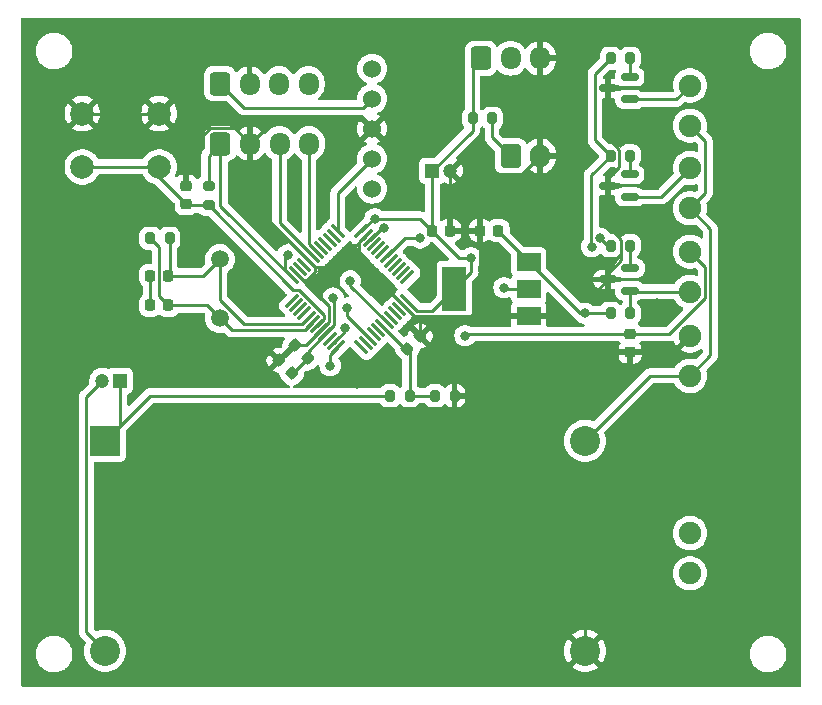
<source format=gbr>
%TF.GenerationSoftware,KiCad,Pcbnew,7.0.10*%
%TF.CreationDate,2025-01-30T22:16:48+01:00*%
%TF.ProjectId,bike_computer,62696b65-5f63-46f6-9d70-757465722e6b,rev?*%
%TF.SameCoordinates,Original*%
%TF.FileFunction,Copper,L1,Top*%
%TF.FilePolarity,Positive*%
%FSLAX46Y46*%
G04 Gerber Fmt 4.6, Leading zero omitted, Abs format (unit mm)*
G04 Created by KiCad (PCBNEW 7.0.10) date 2025-01-30 22:16:48*
%MOMM*%
%LPD*%
G01*
G04 APERTURE LIST*
G04 Aperture macros list*
%AMRoundRect*
0 Rectangle with rounded corners*
0 $1 Rounding radius*
0 $2 $3 $4 $5 $6 $7 $8 $9 X,Y pos of 4 corners*
0 Add a 4 corners polygon primitive as box body*
4,1,4,$2,$3,$4,$5,$6,$7,$8,$9,$2,$3,0*
0 Add four circle primitives for the rounded corners*
1,1,$1+$1,$2,$3*
1,1,$1+$1,$4,$5*
1,1,$1+$1,$6,$7*
1,1,$1+$1,$8,$9*
0 Add four rect primitives between the rounded corners*
20,1,$1+$1,$2,$3,$4,$5,0*
20,1,$1+$1,$4,$5,$6,$7,0*
20,1,$1+$1,$6,$7,$8,$9,0*
20,1,$1+$1,$8,$9,$2,$3,0*%
G04 Aperture macros list end*
%TA.AperFunction,ComponentPad*%
%ADD10C,1.524000*%
%TD*%
%TA.AperFunction,ComponentPad*%
%ADD11C,1.905000*%
%TD*%
%TA.AperFunction,ComponentPad*%
%ADD12R,1.200000X1.200000*%
%TD*%
%TA.AperFunction,ComponentPad*%
%ADD13C,1.200000*%
%TD*%
%TA.AperFunction,ComponentPad*%
%ADD14C,2.000000*%
%TD*%
%TA.AperFunction,SMDPad,CuDef*%
%ADD15RoundRect,0.225000X-0.250000X0.225000X-0.250000X-0.225000X0.250000X-0.225000X0.250000X0.225000X0*%
%TD*%
%TA.AperFunction,SMDPad,CuDef*%
%ADD16RoundRect,0.225000X-0.225000X-0.250000X0.225000X-0.250000X0.225000X0.250000X-0.225000X0.250000X0*%
%TD*%
%TA.AperFunction,SMDPad,CuDef*%
%ADD17RoundRect,0.200000X-0.200000X-0.275000X0.200000X-0.275000X0.200000X0.275000X-0.200000X0.275000X0*%
%TD*%
%TA.AperFunction,SMDPad,CuDef*%
%ADD18R,2.000000X1.500000*%
%TD*%
%TA.AperFunction,SMDPad,CuDef*%
%ADD19R,2.000000X3.800000*%
%TD*%
%TA.AperFunction,SMDPad,CuDef*%
%ADD20RoundRect,0.075000X-0.415425X-0.521491X0.521491X0.415425X0.415425X0.521491X-0.521491X-0.415425X0*%
%TD*%
%TA.AperFunction,SMDPad,CuDef*%
%ADD21RoundRect,0.075000X0.415425X-0.521491X0.521491X-0.415425X-0.415425X0.521491X-0.521491X0.415425X0*%
%TD*%
%TA.AperFunction,SMDPad,CuDef*%
%ADD22RoundRect,0.200000X-0.275000X0.200000X-0.275000X-0.200000X0.275000X-0.200000X0.275000X0.200000X0*%
%TD*%
%TA.AperFunction,SMDPad,CuDef*%
%ADD23RoundRect,0.225000X0.335876X0.017678X0.017678X0.335876X-0.335876X-0.017678X-0.017678X-0.335876X0*%
%TD*%
%TA.AperFunction,SMDPad,CuDef*%
%ADD24RoundRect,0.200000X0.200000X0.275000X-0.200000X0.275000X-0.200000X-0.275000X0.200000X-0.275000X0*%
%TD*%
%TA.AperFunction,ComponentPad*%
%ADD25R,2.540000X2.540000*%
%TD*%
%TA.AperFunction,ComponentPad*%
%ADD26C,2.540000*%
%TD*%
%TA.AperFunction,SMDPad,CuDef*%
%ADD27RoundRect,0.225000X0.017678X-0.335876X0.335876X-0.017678X-0.017678X0.335876X-0.335876X0.017678X0*%
%TD*%
%TA.AperFunction,ComponentPad*%
%ADD28RoundRect,0.250000X-0.600000X-0.725000X0.600000X-0.725000X0.600000X0.725000X-0.600000X0.725000X0*%
%TD*%
%TA.AperFunction,ComponentPad*%
%ADD29O,1.700000X1.950000*%
%TD*%
%TA.AperFunction,SMDPad,CuDef*%
%ADD30RoundRect,0.150000X0.587500X0.150000X-0.587500X0.150000X-0.587500X-0.150000X0.587500X-0.150000X0*%
%TD*%
%TA.AperFunction,ComponentPad*%
%ADD31RoundRect,0.250000X-0.600000X-0.750000X0.600000X-0.750000X0.600000X0.750000X-0.600000X0.750000X0*%
%TD*%
%TA.AperFunction,ComponentPad*%
%ADD32O,1.700000X2.000000*%
%TD*%
%TA.AperFunction,ComponentPad*%
%ADD33C,1.500000*%
%TD*%
%TA.AperFunction,SMDPad,CuDef*%
%ADD34RoundRect,0.225000X0.225000X0.250000X-0.225000X0.250000X-0.225000X-0.250000X0.225000X-0.250000X0*%
%TD*%
%TA.AperFunction,SMDPad,CuDef*%
%ADD35RoundRect,0.225000X0.250000X-0.225000X0.250000X0.225000X-0.250000X0.225000X-0.250000X-0.225000X0*%
%TD*%
%TA.AperFunction,ViaPad*%
%ADD36C,0.800000*%
%TD*%
%TA.AperFunction,Conductor*%
%ADD37C,0.250000*%
%TD*%
G04 APERTURE END LIST*
D10*
%TO.P,P1,1,VIN*%
%TO.N,unconnected-(P1-VIN-Pad1)*%
X137922000Y-72136000D03*
%TO.P,P1,2,3V3*%
%TO.N,+3V3*%
X137922000Y-74676000D03*
%TO.P,P1,3,GND*%
%TO.N,GND*%
X137922000Y-77216000D03*
%TO.P,P1,4,SWCLK*%
%TO.N,SWCLK*%
X137922000Y-79756000D03*
%TO.P,P1,5,SWDIO*%
%TO.N,SWDIO*%
X137922000Y-82296000D03*
%TD*%
D11*
%TO.P,J6,1*%
%TO.N,+6V*%
X164846000Y-83950000D03*
%TO.P,J6,2*%
%TO.N,Net-(Q2-D)*%
X164846000Y-80550000D03*
%TD*%
%TO.P,J4,1*%
%TO.N,+6V*%
X164846000Y-98142000D03*
%TO.P,J4,2*%
%TO.N,GND*%
X164846000Y-94742000D03*
%TD*%
%TO.P,J7,1*%
%TO.N,+6V*%
X164846000Y-76962000D03*
%TO.P,J7,2*%
%TO.N,Net-(Q3-D)*%
X164846000Y-73562000D03*
%TD*%
D12*
%TO.P,C3,1*%
%TO.N,+3V3*%
X143026000Y-80772000D03*
D13*
%TO.P,C3,2*%
%TO.N,GND*%
X144526000Y-80772000D03*
%TD*%
D11*
%TO.P,J5,1*%
%TO.N,SERVO_SIGNAL*%
X164846000Y-91030000D03*
%TO.P,J5,2*%
%TO.N,HALL_SENS*%
X164846000Y-87630000D03*
%TD*%
D14*
%TO.P,SW1,1,A*%
%TO.N,GND*%
X113388000Y-75946000D03*
X119888000Y-75946000D03*
%TO.P,SW1,2,B*%
%TO.N,NRST*%
X113388000Y-80446000D03*
X119888000Y-80446000D03*
%TD*%
D15*
%TO.P,C10,1*%
%TO.N,HALL_SENS*%
X159766000Y-94602000D03*
%TO.P,C10,2*%
%TO.N,GND*%
X159766000Y-96152000D03*
%TD*%
D16*
%TO.P,C2,1*%
%TO.N,+3V3*%
X142976000Y-85852000D03*
%TO.P,C2,2*%
%TO.N,GND*%
X144526000Y-85852000D03*
%TD*%
%TO.P,C8,1*%
%TO.N,Net-(C7-Pad1)*%
X119126000Y-92172000D03*
%TO.P,C8,2*%
%TO.N,OSCOUT*%
X120676000Y-92172000D03*
%TD*%
D17*
%TO.P,R2,1*%
%TO.N,BAT_ADC*%
X143256000Y-99822000D03*
%TO.P,R2,2*%
%TO.N,GND*%
X144906000Y-99822000D03*
%TD*%
D11*
%TO.P,J1,1*%
%TO.N,Net-(C11-Pad2)*%
X164846000Y-114857000D03*
%TO.P,J1,2*%
%TO.N,+BATT*%
X164846000Y-111457000D03*
%TD*%
D17*
%TO.P,R5,1*%
%TO.N,SERVO_PWM*%
X158116000Y-87122000D03*
%TO.P,R5,2*%
%TO.N,Net-(Q1-G)*%
X159766000Y-87122000D03*
%TD*%
D18*
%TO.P,U2,1,GND*%
%TO.N,GND*%
X151181200Y-93079600D03*
%TO.P,U2,2,VO*%
%TO.N,+3V3*%
X151181200Y-90779600D03*
D19*
X144881200Y-90779600D03*
D18*
%TO.P,U2,3,VI*%
%TO.N,+6V*%
X151181200Y-88479600D03*
%TD*%
D20*
%TO.P,U1,1,VBAT*%
%TO.N,unconnected-(U1-VBAT-Pad1)*%
X131139355Y-91799693D03*
%TO.P,U1,2,PC13*%
%TO.N,unconnected-(U1-PC13-Pad2)*%
X131492909Y-92153247D03*
%TO.P,U1,3,PC14*%
%TO.N,unconnected-(U1-PC14-Pad3)*%
X131846462Y-92506800D03*
%TO.P,U1,4,PC15*%
%TO.N,unconnected-(U1-PC15-Pad4)*%
X132200016Y-92860354D03*
%TO.P,U1,5,PD0*%
%TO.N,OSCIN*%
X132553569Y-93213907D03*
%TO.P,U1,6,PD1*%
%TO.N,OSCOUT*%
X132907122Y-93567460D03*
%TO.P,U1,7,NRST*%
%TO.N,NRST*%
X133260676Y-93921014D03*
%TO.P,U1,8,VSSA*%
%TO.N,GND*%
X133614229Y-94274567D03*
%TO.P,U1,9,VDDA*%
%TO.N,+3V3*%
X133967782Y-94628120D03*
%TO.P,U1,10,PA0*%
%TO.N,unconnected-(U1-PA0-Pad10)*%
X134321336Y-94981674D03*
%TO.P,U1,11,PA1*%
%TO.N,BUTTON*%
X134674889Y-95335227D03*
%TO.P,U1,12,PA2*%
%TO.N,HALL_SENS*%
X135028443Y-95688781D03*
D21*
%TO.P,U1,13,PA3*%
%TO.N,unconnected-(U1-PA3-Pad13)*%
X137026019Y-95688781D03*
%TO.P,U1,14,PA4*%
%TO.N,unconnected-(U1-PA4-Pad14)*%
X137379573Y-95335227D03*
%TO.P,U1,15,PA5*%
%TO.N,HEADLIGHT*%
X137733126Y-94981674D03*
%TO.P,U1,16,PA6*%
%TO.N,BRAKE_LED_PWM*%
X138086680Y-94628120D03*
%TO.P,U1,17,PA7*%
%TO.N,unconnected-(U1-PA7-Pad17)*%
X138440233Y-94274567D03*
%TO.P,U1,18,PB0*%
%TO.N,BAT_ADC*%
X138793786Y-93921014D03*
%TO.P,U1,19,PB1*%
%TO.N,MENU_ADC*%
X139147340Y-93567460D03*
%TO.P,U1,20,PB2*%
%TO.N,unconnected-(U1-PB2-Pad20)*%
X139500893Y-93213907D03*
%TO.P,U1,21,PB10*%
%TO.N,unconnected-(U1-PB10-Pad21)*%
X139854446Y-92860354D03*
%TO.P,U1,22,PB11*%
%TO.N,unconnected-(U1-PB11-Pad22)*%
X140208000Y-92506800D03*
%TO.P,U1,23,VSS*%
%TO.N,GND*%
X140561553Y-92153247D03*
%TO.P,U1,24,VDD*%
%TO.N,+3V3*%
X140915107Y-91799693D03*
D20*
%TO.P,U1,25,PB12*%
%TO.N,unconnected-(U1-PB12-Pad25)*%
X140915107Y-89802117D03*
%TO.P,U1,26,PB13*%
%TO.N,unconnected-(U1-PB13-Pad26)*%
X140561553Y-89448563D03*
%TO.P,U1,27,PB14*%
%TO.N,unconnected-(U1-PB14-Pad27)*%
X140208000Y-89095010D03*
%TO.P,U1,28,PB15*%
%TO.N,unconnected-(U1-PB15-Pad28)*%
X139854446Y-88741456D03*
%TO.P,U1,29,PA8*%
%TO.N,unconnected-(U1-PA8-Pad29)*%
X139500893Y-88387903D03*
%TO.P,U1,30,PA9*%
%TO.N,SERVO_PWM*%
X139147340Y-88034350D03*
%TO.P,U1,31,PA10*%
%TO.N,unconnected-(U1-PA10-Pad31)*%
X138793786Y-87680796D03*
%TO.P,U1,32,PA11*%
%TO.N,unconnected-(U1-PA11-Pad32)*%
X138440233Y-87327243D03*
%TO.P,U1,33,PA12*%
%TO.N,unconnected-(U1-PA12-Pad33)*%
X138086680Y-86973690D03*
%TO.P,U1,34,PA13*%
%TO.N,SWDIO*%
X137733126Y-86620136D03*
%TO.P,U1,35,VSS*%
%TO.N,GND*%
X137379573Y-86266583D03*
%TO.P,U1,36,VDD*%
%TO.N,+3V3*%
X137026019Y-85913029D03*
D21*
%TO.P,U1,37,PA14*%
%TO.N,SWCLK*%
X135028443Y-85913029D03*
%TO.P,U1,38,PA15*%
%TO.N,unconnected-(U1-PA15-Pad38)*%
X134674889Y-86266583D03*
%TO.P,U1,39,PB3*%
%TO.N,unconnected-(U1-PB3-Pad39)*%
X134321336Y-86620136D03*
%TO.P,U1,40,PB4*%
%TO.N,unconnected-(U1-PB4-Pad40)*%
X133967782Y-86973690D03*
%TO.P,U1,41,PB5*%
%TO.N,unconnected-(U1-PB5-Pad41)*%
X133614229Y-87327243D03*
%TO.P,U1,42,PB6*%
%TO.N,SCL*%
X133260676Y-87680796D03*
%TO.P,U1,43,PB7*%
%TO.N,SDA*%
X132907122Y-88034350D03*
%TO.P,U1,44,BOOT0*%
%TO.N,GND*%
X132553569Y-88387903D03*
%TO.P,U1,45,PB8*%
%TO.N,unconnected-(U1-PB8-Pad45)*%
X132200016Y-88741456D03*
%TO.P,U1,46,PB9*%
%TO.N,unconnected-(U1-PB9-Pad46)*%
X131846462Y-89095010D03*
%TO.P,U1,47,VSS*%
%TO.N,GND*%
X131492909Y-89448563D03*
%TO.P,U1,48,VDD*%
%TO.N,+3V3*%
X131139355Y-89802117D03*
%TD*%
D22*
%TO.P,R4,1*%
%TO.N,+3V3*%
X124079000Y-82042000D03*
%TO.P,R4,2*%
%TO.N,NRST*%
X124079000Y-83692000D03*
%TD*%
D23*
%TO.P,C5,1*%
%TO.N,+3V3*%
X131137992Y-97917000D03*
%TO.P,C5,2*%
%TO.N,GND*%
X130041976Y-96820984D03*
%TD*%
D24*
%TO.P,R6,1*%
%TO.N,SERVO_SIGNAL*%
X159766000Y-92837000D03*
%TO.P,R6,2*%
%TO.N,+6V*%
X158116000Y-92837000D03*
%TD*%
D25*
%TO.P,U3,1,Vin*%
%TO.N,+BATT*%
X115316000Y-103632000D03*
D26*
%TO.P,U3,2,GND*%
%TO.N,Net-(C11-Pad2)*%
X115316000Y-121412000D03*
%TO.P,U3,3,GND*%
%TO.N,GND*%
X155956000Y-121412000D03*
%TO.P,U3,4,Vout*%
%TO.N,+6V*%
X155956000Y-103632000D03*
%TD*%
D27*
%TO.P,C6,1*%
%TO.N,BAT_ADC*%
X140889984Y-95838016D03*
%TO.P,C6,2*%
%TO.N,GND*%
X141986000Y-94742000D03*
%TD*%
D17*
%TO.P,R1,1*%
%TO.N,+BATT*%
X139446000Y-99822000D03*
%TO.P,R1,2*%
%TO.N,BAT_ADC*%
X141096000Y-99822000D03*
%TD*%
D28*
%TO.P,J9,1,Pin_1*%
%TO.N,+3V3*%
X147146000Y-71247000D03*
D29*
%TO.P,J9,2,Pin_2*%
%TO.N,MENU_ADC*%
X149646000Y-71247000D03*
%TO.P,J9,3,Pin_3*%
%TO.N,GND*%
X152146000Y-71247000D03*
%TD*%
D16*
%TO.P,C7,1*%
%TO.N,Net-(C7-Pad1)*%
X119126000Y-89662000D03*
%TO.P,C7,2*%
%TO.N,OSCIN*%
X120676000Y-89662000D03*
%TD*%
D30*
%TO.P,Q2,1,D*%
%TO.N,Net-(Q2-D)*%
X159736000Y-82992000D03*
%TO.P,Q2,2,G*%
%TO.N,Net-(Q2-G)*%
X159736000Y-81092000D03*
%TO.P,Q2,3,S*%
%TO.N,GND*%
X157861000Y-82042000D03*
%TD*%
D24*
%TO.P,R3,1*%
%TO.N,OSCIN*%
X120776000Y-86487000D03*
%TO.P,R3,2*%
%TO.N,OSCOUT*%
X119126000Y-86487000D03*
%TD*%
D12*
%TO.P,C11,1*%
%TO.N,+BATT*%
X116586000Y-98552000D03*
D13*
%TO.P,C11,2*%
%TO.N,Net-(C11-Pad2)*%
X115086000Y-98552000D03*
%TD*%
D30*
%TO.P,Q3,1,D*%
%TO.N,Net-(Q3-D)*%
X159736000Y-74737000D03*
%TO.P,Q3,2,G*%
%TO.N,Net-(Q3-G)*%
X159736000Y-72837000D03*
%TO.P,Q3,3,S*%
%TO.N,GND*%
X157861000Y-73787000D03*
%TD*%
D28*
%TO.P,J2,1,Pin_1*%
%TO.N,+3V3*%
X125088000Y-78486000D03*
D29*
%TO.P,J2,2,Pin_2*%
%TO.N,GND*%
X127588000Y-78486000D03*
%TO.P,J2,3,Pin_3*%
%TO.N,SDA*%
X130088000Y-78486000D03*
%TO.P,J2,4,Pin_4*%
%TO.N,SCL*%
X132588000Y-78486000D03*
%TD*%
D28*
%TO.P,J3,1,Pin_1*%
%TO.N,+3V3*%
X125048000Y-73406000D03*
D29*
%TO.P,J3,2,Pin_2*%
%TO.N,GND*%
X127548000Y-73406000D03*
%TO.P,J3,3,Pin_3*%
%TO.N,SDA*%
X130048000Y-73406000D03*
%TO.P,J3,4,Pin_4*%
%TO.N,SCL*%
X132548000Y-73406000D03*
%TD*%
D31*
%TO.P,J8,1,Pin_1*%
%TO.N,BUTTON*%
X149646000Y-79502000D03*
D32*
%TO.P,J8,2,Pin_2*%
%TO.N,GND*%
X152146000Y-79502000D03*
%TD*%
D30*
%TO.P,Q1,1,D*%
%TO.N,SERVO_SIGNAL*%
X159766000Y-90932000D03*
%TO.P,Q1,2,G*%
%TO.N,Net-(Q1-G)*%
X159766000Y-89032000D03*
%TO.P,Q1,3,S*%
%TO.N,GND*%
X157891000Y-89982000D03*
%TD*%
D24*
%TO.P,R9,1*%
%TO.N,BUTTON*%
X148081000Y-76327000D03*
%TO.P,R9,2*%
%TO.N,+3V3*%
X146431000Y-76327000D03*
%TD*%
D33*
%TO.P,Y1,1,1*%
%TO.N,OSCOUT*%
X125044200Y-93254200D03*
%TO.P,Y1,2,2*%
%TO.N,OSCIN*%
X125044200Y-88254200D03*
%TD*%
D34*
%TO.P,C1,1*%
%TO.N,+6V*%
X148616000Y-85852000D03*
%TO.P,C1,2*%
%TO.N,GND*%
X147066000Y-85852000D03*
%TD*%
D23*
%TO.P,C4,1*%
%TO.N,+3V3*%
X132461000Y-96647000D03*
%TO.P,C4,2*%
%TO.N,GND*%
X131364984Y-95550984D03*
%TD*%
D17*
%TO.P,R8,1*%
%TO.N,HEADLIGHT*%
X158116000Y-71247000D03*
%TO.P,R8,2*%
%TO.N,Net-(Q3-G)*%
X159766000Y-71247000D03*
%TD*%
D35*
%TO.P,C9,1*%
%TO.N,NRST*%
X122174000Y-83592000D03*
%TO.P,C9,2*%
%TO.N,GND*%
X122174000Y-82042000D03*
%TD*%
D17*
%TO.P,R7,1*%
%TO.N,HEADLIGHT*%
X158116000Y-79502000D03*
%TO.P,R7,2*%
%TO.N,Net-(Q2-G)*%
X159766000Y-79502000D03*
%TD*%
D36*
%TO.N,GND*%
X162052000Y-91948000D03*
X131318000Y-83312000D03*
X136652000Y-98806000D03*
X142748000Y-88646000D03*
%TO.N,SWDIO*%
X138938000Y-85598000D03*
%TO.N,+6V*%
X155956000Y-92840000D03*
%TO.N,GND*%
X156210000Y-90932000D03*
%TO.N,+3V3*%
X134623674Y-91554021D03*
X146304000Y-88138000D03*
X138176000Y-84836000D03*
X130810000Y-87884000D03*
X149098000Y-90678000D03*
%TO.N,HALL_SENS*%
X145796000Y-94742000D03*
X134366000Y-97282000D03*
%TO.N,BUTTON*%
X135636000Y-94107000D03*
%TO.N,MENU_ADC*%
X136075847Y-90101847D03*
%TO.N,SERVO_PWM*%
X141986000Y-86487000D03*
X157226000Y-86487000D03*
%TO.N,HEADLIGHT*%
X135831153Y-92397153D03*
X156518891Y-87212000D03*
%TD*%
D37*
%TO.N,+3V3*%
X145262000Y-88138000D02*
X142976000Y-85852000D01*
X146304000Y-88138000D02*
X145262000Y-88138000D01*
%TO.N,SERVO_PWM*%
X141986000Y-86487000D02*
X140694690Y-86487000D01*
X140694690Y-86487000D02*
X139147340Y-88034350D01*
%TO.N,NRST*%
X133830083Y-93351607D02*
X133260676Y-93921014D01*
X133830083Y-92987819D02*
X133830083Y-93351607D01*
X131718996Y-90876732D02*
X133830083Y-92987819D01*
X131263732Y-90876732D02*
X131718996Y-90876732D01*
X124079000Y-83692000D02*
X131263732Y-90876732D01*
X119888000Y-81306000D02*
X122174000Y-83592000D01*
X119888000Y-80446000D02*
X119888000Y-81306000D01*
X113388000Y-80446000D02*
X119888000Y-80446000D01*
%TO.N,GND*%
X113388000Y-75946000D02*
X119888000Y-75946000D01*
X122174000Y-78232000D02*
X122174000Y-82042000D01*
X119888000Y-75946000D02*
X122174000Y-78232000D01*
X126288000Y-77186000D02*
X127588000Y-78486000D01*
X124242900Y-77186000D02*
X126288000Y-77186000D01*
X122174000Y-79254900D02*
X124242900Y-77186000D01*
X122174000Y-82042000D02*
X122174000Y-79254900D01*
%TO.N,NRST*%
X124079000Y-83692000D02*
X122274000Y-83692000D01*
X122274000Y-83692000D02*
X122174000Y-83592000D01*
%TO.N,+3V3*%
X124079000Y-79495000D02*
X125088000Y-78486000D01*
X124079000Y-82042000D02*
X124079000Y-79495000D01*
X125088000Y-83750762D02*
X131139355Y-89802117D01*
X125088000Y-78486000D02*
X125088000Y-83750762D01*
%TO.N,GND*%
X127588000Y-83422334D02*
X132553569Y-88387903D01*
X127588000Y-78486000D02*
X127588000Y-83422334D01*
%TO.N,SCL*%
X132588000Y-87008120D02*
X133260676Y-87680796D01*
X132588000Y-78486000D02*
X132588000Y-87008120D01*
%TO.N,SDA*%
X130088000Y-85215228D02*
X132907122Y-88034350D01*
X130088000Y-78486000D02*
X130088000Y-85215228D01*
%TO.N,GND*%
X129619999Y-76454001D02*
X127588000Y-78486000D01*
X137922000Y-77216000D02*
X137160001Y-76454001D01*
X137160001Y-76454001D02*
X129619999Y-76454001D01*
%TO.N,+3V3*%
X137160001Y-75437999D02*
X127079999Y-75437999D01*
X127079999Y-75437999D02*
X125048000Y-73406000D01*
X137922000Y-74676000D02*
X137160001Y-75437999D01*
%TO.N,SWDIO*%
X138755262Y-85598000D02*
X138938000Y-85598000D01*
X137733126Y-86620136D02*
X138755262Y-85598000D01*
%TO.N,SWCLK*%
X135028443Y-82649557D02*
X137922000Y-79756000D01*
X135028443Y-85913029D02*
X135028443Y-82649557D01*
%TO.N,+6V*%
X148616000Y-85914400D02*
X151181200Y-88479600D01*
X166573500Y-96414500D02*
X166573500Y-85677500D01*
X166123500Y-82672500D02*
X166123500Y-78239500D01*
X166573500Y-85677500D02*
X164846000Y-83950000D01*
X166123500Y-78239500D02*
X164846000Y-76962000D01*
X155956000Y-92840000D02*
X155959000Y-92837000D01*
X161446000Y-98142000D02*
X164846000Y-98142000D01*
X155541600Y-92840000D02*
X151181200Y-88479600D01*
X155956000Y-103632000D02*
X161446000Y-98142000D01*
X155956000Y-92840000D02*
X155541600Y-92840000D01*
X164846000Y-83950000D02*
X166123500Y-82672500D01*
X164846000Y-98142000D02*
X166573500Y-96414500D01*
X148616000Y-85852000D02*
X148616000Y-85914400D01*
X155959000Y-92837000D02*
X158116000Y-92837000D01*
%TO.N,GND*%
X144906000Y-99822000D02*
X144906000Y-97662000D01*
X156210000Y-90932000D02*
X156941000Y-90932000D01*
X144526000Y-80772000D02*
X144526000Y-85852000D01*
X147066000Y-85852000D02*
X147066000Y-84582000D01*
X163436000Y-96152000D02*
X159766000Y-96152000D01*
X132337812Y-95550984D02*
X131364984Y-95550984D01*
X144526000Y-85852000D02*
X147066000Y-85852000D01*
X157891000Y-89493592D02*
X157891000Y-89982000D01*
X159041000Y-88343592D02*
X157891000Y-89493592D01*
X164846000Y-94742000D02*
X163436000Y-96152000D01*
X130094984Y-96820984D02*
X131364984Y-95550984D01*
X134688845Y-88957311D02*
X133122977Y-88957311D01*
X133122977Y-89321097D02*
X133122977Y-88957311D01*
X133614229Y-94274567D02*
X132337812Y-95550984D01*
X149213600Y-93079600D02*
X151181200Y-93079600D01*
X157861000Y-81407000D02*
X157861000Y-82042000D01*
X152146000Y-86487000D02*
X152146000Y-79502000D01*
X137379573Y-86266583D02*
X134688845Y-88957311D01*
X152146000Y-71247000D02*
X152146000Y-79502000D01*
X136810165Y-86835991D02*
X137379573Y-86266583D01*
X155956000Y-121412000D02*
X155956000Y-108712000D01*
X144906000Y-97662000D02*
X141986000Y-94742000D01*
X132426103Y-90017971D02*
X133122977Y-89321097D01*
X155641000Y-89982000D02*
X152146000Y-86487000D01*
X134280084Y-92235738D02*
X134280084Y-93608712D01*
X147066000Y-85852000D02*
X147066000Y-90932000D01*
X157891000Y-89982000D02*
X155641000Y-89982000D01*
X157861000Y-73787000D02*
X157861000Y-78023996D01*
X131492909Y-89448563D02*
X132062317Y-90017971D01*
X157861000Y-85443996D02*
X159041000Y-86623996D01*
X147066000Y-90932000D02*
X149213600Y-93079600D01*
X141487906Y-93079600D02*
X140561553Y-92153247D01*
X157861000Y-78023996D02*
X158841000Y-79003996D01*
X147066000Y-84582000D02*
X152146000Y-79502000D01*
X151181200Y-93079600D02*
X141487906Y-93079600D01*
X140561553Y-92153247D02*
X136810165Y-88401859D01*
X132062317Y-90017971D02*
X132426103Y-90017971D01*
X131492909Y-89448563D02*
X134280084Y-92235738D01*
X141986000Y-93577694D02*
X140561553Y-92153247D01*
X141986000Y-94742000D02*
X141986000Y-93577694D01*
X158841000Y-79003996D02*
X158841000Y-80427000D01*
X158841000Y-80427000D02*
X157861000Y-81407000D01*
X159041000Y-86623996D02*
X159041000Y-88343592D01*
X136810165Y-88401859D02*
X136810165Y-86835991D01*
X157861000Y-82042000D02*
X157861000Y-85443996D01*
X134280084Y-93608712D02*
X133614229Y-94274567D01*
X130041976Y-96820984D02*
X130094984Y-96820984D01*
X147066000Y-99822000D02*
X144906000Y-99822000D01*
X156941000Y-90932000D02*
X157891000Y-89982000D01*
X155956000Y-108712000D02*
X147066000Y-99822000D01*
X133122977Y-88957311D02*
X132553569Y-88387903D01*
%TO.N,+3V3*%
X146431000Y-76327000D02*
X146431000Y-71962000D01*
X149199600Y-90779600D02*
X149098000Y-90678000D01*
X130569948Y-88124052D02*
X130810000Y-87884000D01*
X138176000Y-84836000D02*
X141960000Y-84836000D01*
X146431000Y-71962000D02*
X147146000Y-71247000D01*
X134730084Y-91660431D02*
X134730084Y-93865818D01*
X146431000Y-76327000D02*
X146431000Y-77367000D01*
X146304000Y-89356800D02*
X144881200Y-90779600D01*
X143026000Y-85802000D02*
X142976000Y-85852000D01*
X144881200Y-90779600D02*
X143031200Y-92629600D01*
X132461000Y-96134902D02*
X132461000Y-96647000D01*
X134730084Y-93865818D02*
X133967782Y-94628120D01*
X143031200Y-92629600D02*
X141745014Y-92629600D01*
X138103048Y-84836000D02*
X137026019Y-85913029D01*
X141745014Y-92629600D02*
X140915107Y-91799693D01*
X134623674Y-91554021D02*
X134730084Y-91660431D01*
X130569948Y-89232710D02*
X130569948Y-88124052D01*
X131139355Y-89802117D02*
X130569948Y-89232710D01*
X138176000Y-84836000D02*
X138103048Y-84836000D01*
X133967782Y-94628120D02*
X132461000Y-96134902D01*
X146304000Y-88138000D02*
X146304000Y-89356800D01*
X131191000Y-97917000D02*
X132461000Y-96647000D01*
X143026000Y-80772000D02*
X143026000Y-85802000D01*
X146431000Y-77367000D02*
X143026000Y-80772000D01*
X141960000Y-84836000D02*
X142976000Y-85852000D01*
X131137992Y-97917000D02*
X131191000Y-97917000D01*
X151181200Y-90779600D02*
X149199600Y-90779600D01*
%TO.N,BAT_ADC*%
X141096000Y-96044032D02*
X140889984Y-95838016D01*
X143256000Y-99822000D02*
X141096000Y-99822000D01*
X141096000Y-99822000D02*
X141096000Y-96044032D01*
X140889984Y-95838016D02*
X140710788Y-95838016D01*
X140710788Y-95838016D02*
X138793786Y-93921014D01*
%TO.N,Net-(C7-Pad1)*%
X119126000Y-89662000D02*
X119126000Y-92172000D01*
%TO.N,OSCIN*%
X120676000Y-89662000D02*
X123636400Y-89662000D01*
X127108115Y-93783315D02*
X131984161Y-93783315D01*
X125044200Y-88254200D02*
X125044200Y-91719400D01*
X123636400Y-89662000D02*
X125044200Y-88254200D01*
X120776000Y-89562000D02*
X120676000Y-89662000D01*
X120776000Y-86487000D02*
X120776000Y-89562000D01*
X125044200Y-91719400D02*
X127108115Y-93783315D01*
X131984161Y-93783315D02*
X132553569Y-93213907D01*
%TO.N,OSCOUT*%
X119901000Y-91397000D02*
X120676000Y-92172000D01*
X119126000Y-86487000D02*
X119901000Y-87262000D01*
X123962000Y-92172000D02*
X125044200Y-93254200D01*
X125044200Y-93254200D02*
X126023315Y-94233315D01*
X119901000Y-87262000D02*
X119901000Y-91397000D01*
X132241267Y-94233315D02*
X132907122Y-93567460D01*
X126023315Y-94233315D02*
X132241267Y-94233315D01*
X120676000Y-92172000D02*
X123962000Y-92172000D01*
%TO.N,HALL_SENS*%
X163080658Y-94602000D02*
X166123500Y-91559158D01*
X159766000Y-94602000D02*
X145936000Y-94602000D01*
X159766000Y-94602000D02*
X163080658Y-94602000D01*
X166123500Y-91559158D02*
X166123500Y-88907500D01*
X134366000Y-96351224D02*
X135028443Y-95688781D01*
X134366000Y-97282000D02*
X134366000Y-96351224D01*
X166123500Y-88907500D02*
X164846000Y-87630000D01*
X145936000Y-94602000D02*
X145796000Y-94742000D01*
%TO.N,+BATT*%
X139446000Y-99822000D02*
X119126000Y-99822000D01*
X116586000Y-98552000D02*
X116586000Y-102362000D01*
X116586000Y-102362000D02*
X115316000Y-103632000D01*
X119126000Y-99822000D02*
X115316000Y-103632000D01*
%TO.N,SERVO_SIGNAL*%
X159864000Y-91030000D02*
X159766000Y-90932000D01*
X164846000Y-91030000D02*
X159864000Y-91030000D01*
X159766000Y-92837000D02*
X159766000Y-90932000D01*
%TO.N,Net-(Q2-D)*%
X162404000Y-82992000D02*
X164846000Y-80550000D01*
X159736000Y-82992000D02*
X162404000Y-82992000D01*
%TO.N,Net-(Q3-D)*%
X159736000Y-74737000D02*
X163671000Y-74737000D01*
X163671000Y-74737000D02*
X164846000Y-73562000D01*
%TO.N,BUTTON*%
X148081000Y-76327000D02*
X148081000Y-77937000D01*
X148081000Y-77937000D02*
X149646000Y-79502000D01*
X135636000Y-94107000D02*
X135636000Y-94374116D01*
X135636000Y-94374116D02*
X134674889Y-95335227D01*
%TO.N,MENU_ADC*%
X136075847Y-90101847D02*
X136075847Y-90495967D01*
X136075847Y-90495967D02*
X139147340Y-93567460D01*
%TO.N,Net-(Q1-G)*%
X159766000Y-89032000D02*
X159766000Y-87122000D01*
%TO.N,Net-(Q2-G)*%
X159736000Y-81092000D02*
X159736000Y-79532000D01*
X159736000Y-79532000D02*
X159766000Y-79502000D01*
%TO.N,Net-(Q3-G)*%
X159736000Y-71277000D02*
X159766000Y-71247000D01*
X159736000Y-72837000D02*
X159736000Y-71277000D01*
%TO.N,SERVO_PWM*%
X158116000Y-87122000D02*
X157861000Y-87122000D01*
X157861000Y-87122000D02*
X157226000Y-86487000D01*
%TO.N,HEADLIGHT*%
X158116000Y-79502000D02*
X156501000Y-81117000D01*
X156798500Y-78184500D02*
X156798500Y-72564500D01*
X135831153Y-93079701D02*
X137733126Y-94981674D01*
X158116000Y-79502000D02*
X156798500Y-78184500D01*
X135831153Y-92397153D02*
X135831153Y-93079701D01*
X156501000Y-81117000D02*
X156501000Y-87194109D01*
X156501000Y-87194109D02*
X156518891Y-87212000D01*
X156798500Y-72564500D02*
X158116000Y-71247000D01*
%TO.N,Net-(C11-Pad2)*%
X115086000Y-98552000D02*
X113721000Y-99917000D01*
X113721000Y-119817000D02*
X115316000Y-121412000D01*
X113721000Y-99917000D02*
X113721000Y-119817000D01*
%TD*%
%TA.AperFunction,Conductor*%
%TO.N,GND*%
G36*
X139286680Y-95300971D02*
G01*
X139302591Y-95314409D01*
X139792289Y-95804107D01*
X139825774Y-95865430D01*
X139828608Y-95891788D01*
X139828608Y-95905137D01*
X139859253Y-96034436D01*
X139867721Y-96070166D01*
X139925823Y-96185857D01*
X139943835Y-96221721D01*
X140006917Y-96299159D01*
X140428841Y-96721081D01*
X140428859Y-96721096D01*
X140429596Y-96721761D01*
X140429715Y-96721955D01*
X140431073Y-96723313D01*
X140430748Y-96723637D01*
X140466164Y-96781297D01*
X140470500Y-96813800D01*
X140470500Y-98930480D01*
X140450815Y-98997519D01*
X140434181Y-99018161D01*
X140358681Y-99093661D01*
X140297358Y-99127146D01*
X140227666Y-99122162D01*
X140183319Y-99093661D01*
X140081188Y-98991530D01*
X140072796Y-98986457D01*
X139935606Y-98903522D01*
X139773196Y-98852914D01*
X139773194Y-98852913D01*
X139773192Y-98852913D01*
X139723778Y-98848423D01*
X139702616Y-98846500D01*
X139189384Y-98846500D01*
X139170145Y-98848248D01*
X139118807Y-98852913D01*
X138956393Y-98903522D01*
X138810811Y-98991530D01*
X138690531Y-99111810D01*
X138690528Y-99111814D01*
X138675514Y-99136651D01*
X138623986Y-99183838D01*
X138569398Y-99196500D01*
X131345663Y-99196500D01*
X131278624Y-99176815D01*
X131232869Y-99124011D01*
X131222925Y-99054853D01*
X131251950Y-98991297D01*
X131310728Y-98953523D01*
X131317055Y-98951845D01*
X131370139Y-98939264D01*
X131521697Y-98863149D01*
X131599135Y-98800067D01*
X132021057Y-98378143D01*
X132084141Y-98300705D01*
X132160256Y-98149147D01*
X132199368Y-97984121D01*
X132199368Y-97844583D01*
X132219053Y-97777544D01*
X132235684Y-97756905D01*
X132249538Y-97743050D01*
X132310858Y-97709565D01*
X132351618Y-97707569D01*
X132358521Y-97708376D01*
X132358523Y-97708376D01*
X132528119Y-97708376D01*
X132528121Y-97708376D01*
X132693147Y-97669264D01*
X132844705Y-97593149D01*
X132922143Y-97530067D01*
X133249103Y-97203105D01*
X133310421Y-97169623D01*
X133380113Y-97174607D01*
X133436047Y-97216478D01*
X133460101Y-97277827D01*
X133460540Y-97282000D01*
X133480326Y-97470256D01*
X133480327Y-97470259D01*
X133538818Y-97650277D01*
X133538821Y-97650284D01*
X133633467Y-97814216D01*
X133759644Y-97954349D01*
X133760129Y-97954888D01*
X133913265Y-98066148D01*
X133913270Y-98066151D01*
X134086192Y-98143142D01*
X134086197Y-98143144D01*
X134271354Y-98182500D01*
X134271355Y-98182500D01*
X134460644Y-98182500D01*
X134460646Y-98182500D01*
X134645803Y-98143144D01*
X134818730Y-98066151D01*
X134971871Y-97954888D01*
X135098533Y-97814216D01*
X135193179Y-97650284D01*
X135251674Y-97470256D01*
X135271460Y-97282000D01*
X135251674Y-97093744D01*
X135193179Y-96913716D01*
X135098533Y-96749784D01*
X135082808Y-96732320D01*
X135077228Y-96726122D01*
X135046999Y-96663130D01*
X135055625Y-96593795D01*
X135081695Y-96555473D01*
X135939551Y-95697618D01*
X136000872Y-95664135D01*
X136070564Y-95669119D01*
X136114911Y-95697620D01*
X137061170Y-96643879D01*
X137061177Y-96643885D01*
X137151212Y-96712971D01*
X137151211Y-96712971D01*
X137205448Y-96735436D01*
X137291209Y-96770959D01*
X137441444Y-96790738D01*
X137441445Y-96790738D01*
X137513155Y-96781297D01*
X137591680Y-96770959D01*
X137706709Y-96723313D01*
X137731675Y-96712972D01*
X137731678Y-96712970D01*
X137821712Y-96643884D01*
X137821716Y-96643879D01*
X137821721Y-96643876D01*
X137981114Y-96484483D01*
X137981117Y-96484478D01*
X137981122Y-96484474D01*
X138050209Y-96394439D01*
X138055158Y-96387990D01*
X138057603Y-96389866D01*
X138080658Y-96366811D01*
X138078782Y-96364366D01*
X138117674Y-96334522D01*
X138175266Y-96290330D01*
X138175270Y-96290325D01*
X138175275Y-96290322D01*
X138334668Y-96130929D01*
X138334671Y-96130924D01*
X138334676Y-96130920D01*
X138403763Y-96040885D01*
X138408712Y-96034436D01*
X138411134Y-96036294D01*
X138434193Y-96013235D01*
X138432335Y-96010813D01*
X138482324Y-95972454D01*
X138528819Y-95936777D01*
X138528823Y-95936772D01*
X138528828Y-95936769D01*
X138688221Y-95777376D01*
X138688224Y-95777371D01*
X138688229Y-95777367D01*
X138757316Y-95687332D01*
X138762265Y-95680883D01*
X138764710Y-95682759D01*
X138787765Y-95659704D01*
X138785889Y-95657259D01*
X138828329Y-95624693D01*
X138882373Y-95583223D01*
X138882377Y-95583218D01*
X138882382Y-95583215D01*
X139041775Y-95423822D01*
X139041778Y-95423817D01*
X139041783Y-95423813D01*
X139110870Y-95333778D01*
X139115819Y-95327329D01*
X139118248Y-95329193D01*
X139152297Y-95295058D01*
X139152744Y-95294799D01*
X139220618Y-95278221D01*
X139286680Y-95300971D01*
G37*
%TD.AperFunction*%
%TA.AperFunction,Conductor*%
G36*
X136070565Y-86724218D02*
G01*
X136114912Y-86752719D01*
X136230317Y-86868124D01*
X136230325Y-86868131D01*
X136326809Y-86942167D01*
X136325713Y-86943594D01*
X136351139Y-86965888D01*
X136401934Y-87032087D01*
X136404794Y-87032274D01*
X136459403Y-87002455D01*
X136501945Y-87000682D01*
X136534443Y-87004960D01*
X136598338Y-87033227D01*
X136636808Y-87091552D01*
X136641194Y-87111712D01*
X136645472Y-87144204D01*
X136634707Y-87213240D01*
X136613969Y-87242731D01*
X136614067Y-87244220D01*
X136680267Y-87295016D01*
X136702560Y-87320441D01*
X136703988Y-87319346D01*
X136778023Y-87415829D01*
X136778031Y-87415838D01*
X136937424Y-87575231D01*
X136937432Y-87575238D01*
X136937433Y-87575239D01*
X136962099Y-87594166D01*
X137033917Y-87649275D01*
X137032043Y-87651716D01*
X137055109Y-87674766D01*
X137057542Y-87672900D01*
X137131577Y-87769383D01*
X137131585Y-87769392D01*
X137290978Y-87928785D01*
X137290986Y-87928792D01*
X137290987Y-87928793D01*
X137318291Y-87949744D01*
X137387470Y-88002828D01*
X137385596Y-88005269D01*
X137408662Y-88028319D01*
X137411095Y-88026453D01*
X137485130Y-88122936D01*
X137485138Y-88122945D01*
X137644531Y-88282338D01*
X137644539Y-88282345D01*
X137741023Y-88356381D01*
X137739149Y-88358822D01*
X137762215Y-88381872D01*
X137764648Y-88380006D01*
X137838683Y-88476489D01*
X137838691Y-88476498D01*
X137998084Y-88635891D01*
X137998092Y-88635898D01*
X137998093Y-88635899D01*
X137999881Y-88637271D01*
X138094577Y-88709935D01*
X138092703Y-88712376D01*
X138115769Y-88735426D01*
X138118202Y-88733560D01*
X138192237Y-88830043D01*
X138192245Y-88830052D01*
X138351638Y-88989445D01*
X138351646Y-88989452D01*
X138351647Y-88989453D01*
X138393647Y-89021681D01*
X138448130Y-89063488D01*
X138446256Y-89065929D01*
X138469322Y-89088979D01*
X138471755Y-89087113D01*
X138545790Y-89183596D01*
X138545798Y-89183605D01*
X138705191Y-89342998D01*
X138705199Y-89343005D01*
X138801683Y-89417041D01*
X138799809Y-89419482D01*
X138822875Y-89442532D01*
X138825308Y-89440666D01*
X138899343Y-89537149D01*
X138899351Y-89537158D01*
X139058744Y-89696551D01*
X139058752Y-89696558D01*
X139058753Y-89696559D01*
X139063343Y-89700081D01*
X139155237Y-89770595D01*
X139153363Y-89773036D01*
X139176429Y-89796086D01*
X139178862Y-89794220D01*
X139252897Y-89890703D01*
X139252905Y-89890712D01*
X139412298Y-90050105D01*
X139412306Y-90050112D01*
X139412307Y-90050113D01*
X139424814Y-90059710D01*
X139508790Y-90124148D01*
X139506916Y-90126589D01*
X139529982Y-90149639D01*
X139532415Y-90147773D01*
X139606450Y-90244256D01*
X139606458Y-90244265D01*
X139765851Y-90403658D01*
X139765859Y-90403665D01*
X139862344Y-90477702D01*
X139860470Y-90480143D01*
X139883536Y-90503193D01*
X139885969Y-90501327D01*
X139960004Y-90597810D01*
X139960012Y-90597819D01*
X140075417Y-90713224D01*
X140108902Y-90774547D01*
X140103918Y-90844239D01*
X140075417Y-90888586D01*
X139960012Y-91003991D01*
X139960010Y-91003992D01*
X139885969Y-91100483D01*
X139884549Y-91099393D01*
X139862245Y-91124815D01*
X139796046Y-91175609D01*
X139795859Y-91178468D01*
X139825680Y-91233080D01*
X139827453Y-91275625D01*
X139823175Y-91308116D01*
X139794907Y-91372012D01*
X139736582Y-91410483D01*
X139716422Y-91414868D01*
X139683929Y-91419146D01*
X139614894Y-91408381D01*
X139585402Y-91387643D01*
X139583915Y-91387740D01*
X139533121Y-91453940D01*
X139507696Y-91476237D01*
X139508790Y-91477662D01*
X139412306Y-91551697D01*
X139252897Y-91711106D01*
X139178862Y-91807590D01*
X139176497Y-91805775D01*
X139153421Y-91828851D01*
X139155236Y-91831216D01*
X139058752Y-91905251D01*
X138899351Y-92064652D01*
X138899349Y-92064653D01*
X138825308Y-92161144D01*
X138822921Y-92159312D01*
X138788828Y-92193415D01*
X138788381Y-92193674D01*
X138720507Y-92210252D01*
X138654445Y-92187502D01*
X138638534Y-92174064D01*
X137810765Y-91346295D01*
X136964500Y-90500029D01*
X136931015Y-90438706D01*
X136934251Y-90374028D01*
X136936282Y-90367778D01*
X136961521Y-90290103D01*
X136981307Y-90101847D01*
X136961521Y-89913591D01*
X136903026Y-89733563D01*
X136808380Y-89569631D01*
X136681718Y-89428959D01*
X136681717Y-89428958D01*
X136528581Y-89317698D01*
X136528576Y-89317695D01*
X136355654Y-89240704D01*
X136355649Y-89240702D01*
X136209848Y-89209712D01*
X136170493Y-89201347D01*
X135981201Y-89201347D01*
X135948744Y-89208245D01*
X135796044Y-89240702D01*
X135796039Y-89240704D01*
X135623117Y-89317695D01*
X135623112Y-89317698D01*
X135469976Y-89428958D01*
X135343313Y-89569632D01*
X135248668Y-89733562D01*
X135248665Y-89733569D01*
X135192414Y-89906694D01*
X135190173Y-89913591D01*
X135170387Y-90101847D01*
X135190173Y-90290103D01*
X135190174Y-90290106D01*
X135248665Y-90470124D01*
X135248668Y-90470131D01*
X135343314Y-90634063D01*
X135458058Y-90761499D01*
X135469976Y-90774735D01*
X135526409Y-90815735D01*
X135560256Y-90852931D01*
X135577675Y-90882384D01*
X135577680Y-90882391D01*
X135591837Y-90896547D01*
X135604475Y-90911343D01*
X135616252Y-90927553D01*
X135616253Y-90927554D01*
X135649904Y-90955392D01*
X135658545Y-90963255D01*
X135980262Y-91284972D01*
X136013747Y-91346295D01*
X136008763Y-91415987D01*
X135966891Y-91471920D01*
X135901427Y-91496337D01*
X135892581Y-91496653D01*
X135736507Y-91496653D01*
X135694679Y-91505543D01*
X135662472Y-91512389D01*
X135592805Y-91507071D01*
X135537072Y-91464933D01*
X135513372Y-91404056D01*
X135511657Y-91387740D01*
X135509348Y-91365765D01*
X135450853Y-91185737D01*
X135356207Y-91021805D01*
X135229545Y-90881133D01*
X135209073Y-90866259D01*
X135076408Y-90769872D01*
X135076403Y-90769869D01*
X134903481Y-90692878D01*
X134903476Y-90692876D01*
X134757675Y-90661886D01*
X134718320Y-90653521D01*
X134529028Y-90653521D01*
X134496571Y-90660419D01*
X134343871Y-90692876D01*
X134343866Y-90692878D01*
X134170944Y-90769869D01*
X134170939Y-90769872D01*
X134017803Y-90881132D01*
X133891140Y-91021806D01*
X133796495Y-91185736D01*
X133796492Y-91185743D01*
X133738001Y-91365761D01*
X133738000Y-91365765D01*
X133723965Y-91499304D01*
X133718214Y-91554021D01*
X133732976Y-91694477D01*
X133720406Y-91763207D01*
X133672674Y-91814230D01*
X133604934Y-91831348D01*
X133538692Y-91809125D01*
X133521974Y-91795119D01*
X132291660Y-90564805D01*
X132258175Y-90503482D01*
X132255607Y-90469012D01*
X132258601Y-90423340D01*
X132228781Y-90368729D01*
X132227008Y-90326189D01*
X132231286Y-90293691D01*
X132259554Y-90229797D01*
X132317879Y-90191326D01*
X132338032Y-90186942D01*
X132370532Y-90182663D01*
X132439566Y-90193428D01*
X132469056Y-90214165D01*
X132470545Y-90214067D01*
X132521342Y-90147868D01*
X132546771Y-90125582D01*
X132545671Y-90124149D01*
X132575937Y-90100924D01*
X132642155Y-90050113D01*
X132642159Y-90050108D01*
X132642164Y-90050105D01*
X132801557Y-89890712D01*
X132801560Y-89890707D01*
X132801565Y-89890703D01*
X132858231Y-89816855D01*
X132875601Y-89794219D01*
X132878046Y-89796095D01*
X132901101Y-89773040D01*
X132899225Y-89770595D01*
X132947486Y-89733562D01*
X132995709Y-89696559D01*
X132995713Y-89696554D01*
X132995718Y-89696551D01*
X133155111Y-89537158D01*
X133155114Y-89537153D01*
X133155119Y-89537149D01*
X133224206Y-89447114D01*
X133229155Y-89440665D01*
X133230588Y-89441765D01*
X133252874Y-89416336D01*
X133319073Y-89365539D01*
X133319261Y-89362678D01*
X133289442Y-89308069D01*
X133287669Y-89265528D01*
X133291947Y-89233031D01*
X133320215Y-89169137D01*
X133378540Y-89130666D01*
X133398694Y-89126281D01*
X133431192Y-89122003D01*
X133500225Y-89132768D01*
X133529716Y-89153505D01*
X133531205Y-89153407D01*
X133582002Y-89087208D01*
X133607431Y-89064922D01*
X133606331Y-89063489D01*
X133645196Y-89033666D01*
X133702815Y-88989453D01*
X133702819Y-88989448D01*
X133702824Y-88989445D01*
X133862217Y-88830052D01*
X133862220Y-88830047D01*
X133862225Y-88830043D01*
X133923648Y-88749996D01*
X133936261Y-88733559D01*
X133938706Y-88735435D01*
X133961761Y-88712380D01*
X133959885Y-88709935D01*
X134005029Y-88675294D01*
X134056369Y-88635899D01*
X134056373Y-88635894D01*
X134056378Y-88635891D01*
X134215771Y-88476498D01*
X134215774Y-88476493D01*
X134215779Y-88476489D01*
X134266590Y-88410271D01*
X134289815Y-88380005D01*
X134292237Y-88381863D01*
X134315296Y-88358804D01*
X134313438Y-88356382D01*
X134352698Y-88326256D01*
X134409922Y-88282346D01*
X134409926Y-88282341D01*
X134409931Y-88282338D01*
X134569324Y-88122945D01*
X134569327Y-88122940D01*
X134569332Y-88122936D01*
X134620143Y-88056718D01*
X134643368Y-88026452D01*
X134645790Y-88028310D01*
X134668849Y-88005251D01*
X134666991Y-88002829D01*
X134732616Y-87952472D01*
X134763475Y-87928793D01*
X134763479Y-87928788D01*
X134763484Y-87928785D01*
X134922877Y-87769392D01*
X134922880Y-87769387D01*
X134922885Y-87769383D01*
X134991972Y-87679348D01*
X134996921Y-87672899D01*
X134999366Y-87674775D01*
X135022421Y-87651720D01*
X135020545Y-87649275D01*
X135081584Y-87602437D01*
X135117029Y-87575239D01*
X135117033Y-87575234D01*
X135117038Y-87575231D01*
X135276431Y-87415838D01*
X135276434Y-87415833D01*
X135276439Y-87415829D01*
X135345526Y-87325794D01*
X135350475Y-87319345D01*
X135352897Y-87321203D01*
X135375956Y-87298144D01*
X135374098Y-87295722D01*
X135406119Y-87271151D01*
X135470582Y-87221686D01*
X135470586Y-87221681D01*
X135470591Y-87221678D01*
X135629984Y-87062285D01*
X135629987Y-87062280D01*
X135629992Y-87062276D01*
X135699079Y-86972241D01*
X135704028Y-86965792D01*
X135706473Y-86967668D01*
X135729528Y-86944613D01*
X135727652Y-86942168D01*
X135796290Y-86889499D01*
X135824136Y-86868132D01*
X135824140Y-86868127D01*
X135824145Y-86868124D01*
X135939550Y-86752719D01*
X136000873Y-86719234D01*
X136070565Y-86724218D01*
G37*
%TD.AperFunction*%
%TA.AperFunction,Conductor*%
G36*
X143082586Y-86847184D02*
G01*
X143103228Y-86863818D01*
X144406828Y-88167419D01*
X144440313Y-88228742D01*
X144435329Y-88298434D01*
X144393457Y-88354367D01*
X144327993Y-88378784D01*
X144319147Y-88379100D01*
X143833329Y-88379100D01*
X143833323Y-88379101D01*
X143773716Y-88385508D01*
X143638871Y-88435802D01*
X143638864Y-88435806D01*
X143523655Y-88522052D01*
X143523652Y-88522055D01*
X143437406Y-88637264D01*
X143437402Y-88637271D01*
X143387108Y-88772117D01*
X143380701Y-88831716D01*
X143380700Y-88831735D01*
X143380700Y-91344146D01*
X143361015Y-91411185D01*
X143344381Y-91431827D01*
X142808428Y-91967781D01*
X142747105Y-92001266D01*
X142720747Y-92004100D01*
X142055466Y-92004100D01*
X141988427Y-91984415D01*
X141967785Y-91967781D01*
X141966925Y-91966921D01*
X141943490Y-91931848D01*
X141943360Y-91931924D01*
X141942208Y-91929929D01*
X141940044Y-91926690D01*
X141939297Y-91924886D01*
X141899980Y-91873647D01*
X141870211Y-91834851D01*
X141870205Y-91834844D01*
X140923947Y-90888586D01*
X140890462Y-90827263D01*
X140895446Y-90757571D01*
X140923947Y-90713224D01*
X141870205Y-89766965D01*
X141870210Y-89766960D01*
X141939297Y-89676924D01*
X141997285Y-89536927D01*
X142017064Y-89386692D01*
X142013902Y-89362678D01*
X141998765Y-89247701D01*
X141997285Y-89236456D01*
X141968346Y-89166590D01*
X141939298Y-89096460D01*
X141939296Y-89096457D01*
X141870209Y-89006423D01*
X141870202Y-89006415D01*
X141710809Y-88847022D01*
X141710800Y-88847014D01*
X141614317Y-88772979D01*
X141616183Y-88770546D01*
X141593133Y-88747480D01*
X141590692Y-88749354D01*
X141516655Y-88652869D01*
X141516648Y-88652861D01*
X141357255Y-88493468D01*
X141357246Y-88493460D01*
X141260763Y-88419425D01*
X141262629Y-88416992D01*
X141239579Y-88393926D01*
X141237138Y-88395800D01*
X141200789Y-88348430D01*
X141163103Y-88299317D01*
X141163102Y-88299316D01*
X141163095Y-88299308D01*
X141003702Y-88139915D01*
X141003693Y-88139907D01*
X140907210Y-88065872D01*
X140909076Y-88063439D01*
X140886026Y-88040373D01*
X140883585Y-88042247D01*
X140814697Y-87952472D01*
X140809549Y-87945763D01*
X140809548Y-87945762D01*
X140809541Y-87945754D01*
X140650148Y-87786361D01*
X140650139Y-87786353D01*
X140553656Y-87712318D01*
X140555522Y-87709885D01*
X140521220Y-87675556D01*
X140520962Y-87675108D01*
X140504564Y-87607189D01*
X140527488Y-87541188D01*
X140540736Y-87525544D01*
X140712430Y-87353851D01*
X140917462Y-87148819D01*
X140978785Y-87115334D01*
X141005143Y-87112500D01*
X141282252Y-87112500D01*
X141349291Y-87132185D01*
X141374400Y-87153526D01*
X141380126Y-87159885D01*
X141380130Y-87159889D01*
X141533265Y-87271148D01*
X141533270Y-87271151D01*
X141706192Y-87348142D01*
X141706197Y-87348144D01*
X141891354Y-87387500D01*
X141891355Y-87387500D01*
X142080644Y-87387500D01*
X142080646Y-87387500D01*
X142265803Y-87348144D01*
X142438730Y-87271151D01*
X142591871Y-87159888D01*
X142718533Y-87019216D01*
X142793425Y-86889499D01*
X142843992Y-86841284D01*
X142900812Y-86827499D01*
X143015547Y-86827499D01*
X143082586Y-86847184D01*
G37*
%TD.AperFunction*%
%TA.AperFunction,Conductor*%
G36*
X127838000Y-79941633D02*
G01*
X128051483Y-79884433D01*
X128051492Y-79884429D01*
X128265577Y-79784600D01*
X128265579Y-79784599D01*
X128459073Y-79649113D01*
X128459079Y-79649108D01*
X128626108Y-79482079D01*
X128626113Y-79482073D01*
X128736119Y-79324967D01*
X128790695Y-79281342D01*
X128860194Y-79274148D01*
X128922549Y-79305670D01*
X128939269Y-79324967D01*
X129049505Y-79482402D01*
X129216597Y-79649493D01*
X129216603Y-79649498D01*
X129243978Y-79668666D01*
X129409624Y-79784653D01*
X129453248Y-79839228D01*
X129462500Y-79886226D01*
X129462500Y-85132483D01*
X129460775Y-85148100D01*
X129461061Y-85148127D01*
X129460326Y-85155893D01*
X129462439Y-85223100D01*
X129462500Y-85226995D01*
X129462500Y-85254585D01*
X129463003Y-85258563D01*
X129463918Y-85270195D01*
X129465290Y-85313852D01*
X129465291Y-85313855D01*
X129470880Y-85333095D01*
X129474824Y-85352139D01*
X129476243Y-85363365D01*
X129477336Y-85372020D01*
X129493414Y-85412631D01*
X129497197Y-85423680D01*
X129508185Y-85461500D01*
X129509382Y-85465618D01*
X129517124Y-85478710D01*
X129519580Y-85482862D01*
X129528138Y-85500331D01*
X129535514Y-85518960D01*
X129561181Y-85554288D01*
X129567593Y-85564049D01*
X129589828Y-85601645D01*
X129589833Y-85601652D01*
X129603990Y-85615808D01*
X129616628Y-85630604D01*
X129628405Y-85646814D01*
X129628406Y-85646815D01*
X129662057Y-85674653D01*
X129670698Y-85682516D01*
X130765260Y-86777078D01*
X130798745Y-86838401D01*
X130793761Y-86908093D01*
X130751889Y-86964026D01*
X130703360Y-86986049D01*
X130530197Y-87022855D01*
X130530192Y-87022857D01*
X130357270Y-87099848D01*
X130357265Y-87099851D01*
X130204129Y-87211111D01*
X130077466Y-87351785D01*
X129982822Y-87515714D01*
X129980639Y-87520617D01*
X129935384Y-87573850D01*
X129868533Y-87594166D01*
X129801311Y-87575116D01*
X129779682Y-87557853D01*
X125749819Y-83527990D01*
X125716334Y-83466667D01*
X125713500Y-83440309D01*
X125713500Y-80075981D01*
X125733185Y-80008942D01*
X125785989Y-79963187D01*
X125824899Y-79952623D01*
X125825391Y-79952572D01*
X125840797Y-79950999D01*
X126007334Y-79895814D01*
X126156656Y-79803712D01*
X126280712Y-79679656D01*
X126372814Y-79530334D01*
X126372814Y-79530333D01*
X126376448Y-79524442D01*
X126428396Y-79477717D01*
X126497358Y-79466494D01*
X126561441Y-79494337D01*
X126569668Y-79501856D01*
X126716921Y-79649108D01*
X126910421Y-79784600D01*
X127124507Y-79884429D01*
X127124516Y-79884433D01*
X127338000Y-79941634D01*
X127338000Y-78894018D01*
X127452801Y-78946446D01*
X127554025Y-78961000D01*
X127621975Y-78961000D01*
X127723199Y-78946446D01*
X127838000Y-78894018D01*
X127838000Y-79941633D01*
G37*
%TD.AperFunction*%
%TA.AperFunction,Conductor*%
G36*
X131422855Y-79306106D02*
G01*
X131439571Y-79325398D01*
X131465370Y-79362243D01*
X131549506Y-79482403D01*
X131716597Y-79649493D01*
X131716603Y-79649498D01*
X131743978Y-79668666D01*
X131909624Y-79784653D01*
X131953248Y-79839228D01*
X131962500Y-79886226D01*
X131962500Y-85905775D01*
X131942815Y-85972814D01*
X131890011Y-86018569D01*
X131820853Y-86028513D01*
X131757297Y-85999488D01*
X131750819Y-85993456D01*
X130749819Y-84992456D01*
X130716334Y-84931133D01*
X130713500Y-84904775D01*
X130713500Y-79886225D01*
X130733185Y-79819186D01*
X130766373Y-79784653D01*
X130959401Y-79649495D01*
X131126495Y-79482401D01*
X131236426Y-79325401D01*
X131291001Y-79281778D01*
X131360500Y-79274584D01*
X131422855Y-79306106D01*
G37*
%TD.AperFunction*%
%TA.AperFunction,Conductor*%
G36*
X144227262Y-80799493D02*
G01*
X144226642Y-80798358D01*
X144226866Y-80795221D01*
X144227262Y-80799493D01*
G37*
%TD.AperFunction*%
%TA.AperFunction,Conductor*%
G36*
X163519868Y-91675185D02*
G01*
X163561886Y-91720486D01*
X163563744Y-91723921D01*
X163563745Y-91723922D01*
X163695449Y-91925510D01*
X163858537Y-92102671D01*
X164048561Y-92250572D01*
X164121340Y-92289958D01*
X164226044Y-92346621D01*
X164275635Y-92395840D01*
X164290743Y-92464057D01*
X164266573Y-92529613D01*
X164254708Y-92543357D01*
X162857886Y-93940181D01*
X162796563Y-93973666D01*
X162770205Y-93976500D01*
X160690547Y-93976500D01*
X160623508Y-93956815D01*
X160593276Y-93929405D01*
X160588967Y-93923955D01*
X160531783Y-93866771D01*
X160469044Y-93804032D01*
X160469041Y-93804030D01*
X160469038Y-93804027D01*
X160464183Y-93800188D01*
X160423807Y-93743166D01*
X160420669Y-93673367D01*
X160453413Y-93615243D01*
X160521472Y-93547185D01*
X160609478Y-93401606D01*
X160660086Y-93239196D01*
X160666500Y-93168616D01*
X160666500Y-92505384D01*
X160660086Y-92434804D01*
X160609478Y-92272394D01*
X160521472Y-92126815D01*
X160521470Y-92126813D01*
X160521469Y-92126811D01*
X160427819Y-92033161D01*
X160394334Y-91971838D01*
X160391500Y-91945480D01*
X160391500Y-91841458D01*
X160411185Y-91774419D01*
X160463989Y-91728664D01*
X160480892Y-91722386D01*
X160613898Y-91683744D01*
X160632457Y-91672767D01*
X160695578Y-91655500D01*
X163452829Y-91655500D01*
X163519868Y-91675185D01*
G37*
%TD.AperFunction*%
%TA.AperFunction,Conductor*%
G36*
X174187039Y-67837685D02*
G01*
X174232794Y-67890489D01*
X174244000Y-67942000D01*
X174244000Y-124336000D01*
X174224315Y-124403039D01*
X174171511Y-124448794D01*
X174120000Y-124460000D01*
X108328000Y-124460000D01*
X108260961Y-124440315D01*
X108215206Y-124387511D01*
X108204000Y-124336000D01*
X108204000Y-121692000D01*
X109442706Y-121692000D01*
X109461853Y-121935297D01*
X109461853Y-121935300D01*
X109461854Y-121935302D01*
X109518827Y-122172609D01*
X109518830Y-122172619D01*
X109612222Y-122398089D01*
X109739737Y-122606173D01*
X109739738Y-122606176D01*
X109739741Y-122606179D01*
X109898241Y-122791759D01*
X110034135Y-122907823D01*
X110083823Y-122950261D01*
X110083825Y-122950261D01*
X110291911Y-123077777D01*
X110328588Y-123092969D01*
X110331571Y-123094293D01*
X110332336Y-123094583D01*
X110335806Y-123095959D01*
X110517388Y-123171172D01*
X110517389Y-123171172D01*
X110517391Y-123171173D01*
X110543263Y-123177384D01*
X110555847Y-123180405D01*
X110561398Y-123181874D01*
X110566059Y-123183224D01*
X110566061Y-123183225D01*
X110566062Y-123183225D01*
X110566065Y-123183226D01*
X110569716Y-123183971D01*
X110574220Y-123184890D01*
X110578311Y-123185798D01*
X110754698Y-123228146D01*
X110798196Y-123231569D01*
X110805889Y-123232653D01*
X110805896Y-123232599D01*
X110810853Y-123233200D01*
X110810854Y-123233200D01*
X110810864Y-123233202D01*
X110825101Y-123233775D01*
X110829722Y-123234050D01*
X110998000Y-123247294D01*
X111045717Y-123243538D01*
X111060442Y-123243259D01*
X111060514Y-123243262D01*
X111078720Y-123241051D01*
X111083856Y-123240537D01*
X111241302Y-123228146D01*
X111291987Y-123215977D01*
X111305973Y-123213458D01*
X111308544Y-123213146D01*
X111328866Y-123207259D01*
X111334375Y-123205800D01*
X111478612Y-123171172D01*
X111530777Y-123149564D01*
X111543713Y-123145028D01*
X111548532Y-123143633D01*
X111569376Y-123133742D01*
X111574945Y-123131269D01*
X111704089Y-123077777D01*
X111755993Y-123045969D01*
X111767602Y-123039682D01*
X111774261Y-123036523D01*
X111794062Y-123022855D01*
X111799685Y-123019195D01*
X111912179Y-122950259D01*
X111961885Y-122907805D01*
X111971943Y-122900072D01*
X111979885Y-122894591D01*
X111997600Y-122877575D01*
X112002869Y-122872802D01*
X112097759Y-122791759D01*
X112143169Y-122738591D01*
X112151563Y-122729692D01*
X112153548Y-122727784D01*
X112160079Y-122721512D01*
X112174789Y-122701935D01*
X112179582Y-122695955D01*
X112256259Y-122606179D01*
X112295241Y-122542565D01*
X112301814Y-122532896D01*
X112310176Y-122521770D01*
X112321346Y-122500486D01*
X112325379Y-122493384D01*
X112383777Y-122398089D01*
X112414165Y-122324725D01*
X112418913Y-122314587D01*
X112426288Y-122300537D01*
X112433650Y-122278483D01*
X112436682Y-122270363D01*
X112477172Y-122172612D01*
X112496859Y-122090611D01*
X112499805Y-122080323D01*
X112505408Y-122063543D01*
X112508972Y-122041610D01*
X112510768Y-122032672D01*
X112534146Y-121935302D01*
X112541160Y-121846174D01*
X112542380Y-121836042D01*
X112545487Y-121816926D01*
X112546109Y-121785979D01*
X112546466Y-121778754D01*
X112547505Y-121765553D01*
X112553294Y-121692000D01*
X112546465Y-121605235D01*
X112546109Y-121598008D01*
X112545487Y-121567074D01*
X112542380Y-121547957D01*
X112541159Y-121537814D01*
X112534146Y-121448698D01*
X112510776Y-121351358D01*
X112508965Y-121342347D01*
X112505408Y-121320457D01*
X112499801Y-121303664D01*
X112496855Y-121293373D01*
X112477172Y-121211388D01*
X112436688Y-121113651D01*
X112433654Y-121105528D01*
X112426288Y-121083463D01*
X112418912Y-121069410D01*
X112414161Y-121059267D01*
X112383777Y-120985911D01*
X112325381Y-120890618D01*
X112321345Y-120883512D01*
X112310176Y-120862230D01*
X112301826Y-120851118D01*
X112295238Y-120841428D01*
X112256259Y-120777821D01*
X112179595Y-120688059D01*
X112174772Y-120682041D01*
X112160079Y-120662488D01*
X112151560Y-120654305D01*
X112143170Y-120645410D01*
X112097759Y-120592241D01*
X112002890Y-120511215D01*
X111997585Y-120506410D01*
X111979885Y-120489409D01*
X111971952Y-120483933D01*
X111961867Y-120476178D01*
X111912179Y-120433741D01*
X111912170Y-120433734D01*
X111799709Y-120364818D01*
X111794064Y-120361144D01*
X111774265Y-120347479D01*
X111774259Y-120347475D01*
X111767594Y-120344312D01*
X111755978Y-120338020D01*
X111704084Y-120306220D01*
X111704077Y-120306217D01*
X111575011Y-120252757D01*
X111569306Y-120250224D01*
X111548533Y-120240367D01*
X111548519Y-120240362D01*
X111543701Y-120238966D01*
X111530764Y-120234428D01*
X111478622Y-120212831D01*
X111478606Y-120212826D01*
X111334396Y-120178202D01*
X111328854Y-120176736D01*
X111317899Y-120173563D01*
X111308544Y-120170854D01*
X111308535Y-120170852D01*
X111308526Y-120170851D01*
X111305952Y-120170538D01*
X111291984Y-120168021D01*
X111241302Y-120155854D01*
X111083898Y-120143465D01*
X111078687Y-120142944D01*
X111060519Y-120140738D01*
X111060500Y-120140738D01*
X111060406Y-120140742D01*
X111045709Y-120140460D01*
X111002674Y-120137073D01*
X110998000Y-120136706D01*
X110997999Y-120136706D01*
X110829769Y-120149944D01*
X110825046Y-120150225D01*
X110810870Y-120150797D01*
X110805907Y-120151400D01*
X110805900Y-120151345D01*
X110798206Y-120152428D01*
X110754707Y-120155853D01*
X110754702Y-120155853D01*
X110754698Y-120155854D01*
X110754695Y-120155854D01*
X110754693Y-120155855D01*
X110578340Y-120198193D01*
X110574208Y-120199111D01*
X110566058Y-120200775D01*
X110561391Y-120202127D01*
X110555855Y-120203592D01*
X110517391Y-120212827D01*
X110517385Y-120212828D01*
X110335865Y-120288016D01*
X110332418Y-120289384D01*
X110331612Y-120289689D01*
X110328627Y-120291014D01*
X110291909Y-120306223D01*
X110291904Y-120306226D01*
X110083826Y-120433737D01*
X110083823Y-120433738D01*
X109898241Y-120592241D01*
X109739738Y-120777823D01*
X109739737Y-120777826D01*
X109612222Y-120985910D01*
X109518830Y-121211380D01*
X109518828Y-121211387D01*
X109518828Y-121211388D01*
X109496674Y-121303664D01*
X109461853Y-121448702D01*
X109442706Y-121692000D01*
X108204000Y-121692000D01*
X108204000Y-96923400D01*
X128981100Y-96923400D01*
X129020186Y-97088318D01*
X129096244Y-97239762D01*
X129096249Y-97239769D01*
X129159276Y-97317141D01*
X129159290Y-97317156D01*
X129175769Y-97333636D01*
X129688423Y-96820984D01*
X129193448Y-96326009D01*
X129193447Y-96326009D01*
X129159292Y-96360165D01*
X129159275Y-96360184D01*
X129096249Y-96437552D01*
X129096244Y-96437560D01*
X129020186Y-96589004D01*
X128981100Y-96753922D01*
X128981100Y-96923400D01*
X108204000Y-96923400D01*
X108204000Y-80446005D01*
X111882357Y-80446005D01*
X111902890Y-80693812D01*
X111902892Y-80693824D01*
X111963936Y-80934881D01*
X112063826Y-81162606D01*
X112199833Y-81370782D01*
X112232245Y-81405991D01*
X112368256Y-81553738D01*
X112564491Y-81706474D01*
X112783190Y-81824828D01*
X113018386Y-81905571D01*
X113263665Y-81946500D01*
X113512335Y-81946500D01*
X113757614Y-81905571D01*
X113992810Y-81824828D01*
X114211509Y-81706474D01*
X114407744Y-81553738D01*
X114576164Y-81370785D01*
X114712173Y-81162607D01*
X114712175Y-81162603D01*
X114719595Y-81145689D01*
X114764551Y-81092203D01*
X114831287Y-81071514D01*
X114833150Y-81071500D01*
X118442850Y-81071500D01*
X118509889Y-81091185D01*
X118555644Y-81143989D01*
X118556405Y-81145689D01*
X118563824Y-81162603D01*
X118699833Y-81370782D01*
X118732245Y-81405991D01*
X118868256Y-81553738D01*
X119064491Y-81706474D01*
X119283190Y-81824828D01*
X119518386Y-81905571D01*
X119561798Y-81912814D01*
X119580741Y-81915976D01*
X119643626Y-81946426D01*
X119648013Y-81950604D01*
X121162181Y-83464772D01*
X121195666Y-83526095D01*
X121198500Y-83552453D01*
X121198500Y-83865336D01*
X121198501Y-83865355D01*
X121208650Y-83964707D01*
X121208651Y-83964710D01*
X121261996Y-84125694D01*
X121262001Y-84125705D01*
X121351029Y-84270040D01*
X121351032Y-84270044D01*
X121470955Y-84389967D01*
X121470959Y-84389970D01*
X121615294Y-84478998D01*
X121615297Y-84478999D01*
X121615303Y-84479003D01*
X121776292Y-84532349D01*
X121875655Y-84542500D01*
X122472344Y-84542499D01*
X122472352Y-84542498D01*
X122472355Y-84542498D01*
X122541086Y-84535477D01*
X122571708Y-84532349D01*
X122732697Y-84479003D01*
X122877044Y-84389968D01*
X122913193Y-84353819D01*
X122974516Y-84320334D01*
X123000874Y-84317500D01*
X123187480Y-84317500D01*
X123254519Y-84337185D01*
X123275161Y-84353819D01*
X123368811Y-84447469D01*
X123368813Y-84447470D01*
X123368815Y-84447472D01*
X123514394Y-84535478D01*
X123676804Y-84586086D01*
X123747384Y-84592500D01*
X124043548Y-84592500D01*
X124110587Y-84612185D01*
X124131228Y-84628818D01*
X130673075Y-91170666D01*
X130706559Y-91231987D01*
X130701575Y-91301679D01*
X130673074Y-91346026D01*
X130184256Y-91834844D01*
X130184250Y-91834851D01*
X130115164Y-91924885D01*
X130057178Y-92064879D01*
X130057177Y-92064883D01*
X130037398Y-92215118D01*
X130057176Y-92365352D01*
X130057178Y-92365357D01*
X130115163Y-92505349D01*
X130115165Y-92505352D01*
X130184252Y-92595386D01*
X130184260Y-92595395D01*
X130343653Y-92754788D01*
X130343661Y-92754795D01*
X130343662Y-92754796D01*
X130376207Y-92779769D01*
X130440146Y-92828832D01*
X130438272Y-92831273D01*
X130461338Y-92854323D01*
X130463771Y-92852457D01*
X130537806Y-92948940D01*
X130540490Y-92952001D01*
X130538943Y-92953357D01*
X130568484Y-93007457D01*
X130563500Y-93077149D01*
X130521628Y-93133082D01*
X130456164Y-93157499D01*
X130447318Y-93157815D01*
X127418567Y-93157815D01*
X127351528Y-93138130D01*
X127330886Y-93121496D01*
X125706019Y-91496628D01*
X125672534Y-91435305D01*
X125669700Y-91408947D01*
X125669700Y-89407349D01*
X125689385Y-89340310D01*
X125722574Y-89305776D01*
X125851077Y-89215798D01*
X126005798Y-89061077D01*
X126131302Y-88881839D01*
X126223775Y-88683530D01*
X126280407Y-88472177D01*
X126299477Y-88254200D01*
X126280407Y-88036223D01*
X126225735Y-87832185D01*
X126223777Y-87824877D01*
X126223776Y-87824876D01*
X126223775Y-87824870D01*
X126131302Y-87626562D01*
X126131300Y-87626559D01*
X126131299Y-87626557D01*
X126005799Y-87447324D01*
X125930527Y-87372052D01*
X125851077Y-87292602D01*
X125671839Y-87167098D01*
X125671840Y-87167098D01*
X125671838Y-87167097D01*
X125527623Y-87099849D01*
X125473530Y-87074625D01*
X125473526Y-87074624D01*
X125473522Y-87074622D01*
X125262177Y-87017993D01*
X125044202Y-86998923D01*
X125044198Y-86998923D01*
X124898882Y-87011636D01*
X124826223Y-87017993D01*
X124826220Y-87017993D01*
X124614877Y-87074622D01*
X124614868Y-87074626D01*
X124416561Y-87167098D01*
X124416557Y-87167100D01*
X124237321Y-87292602D01*
X124082602Y-87447321D01*
X123957100Y-87626557D01*
X123957098Y-87626561D01*
X123864626Y-87824868D01*
X123864622Y-87824877D01*
X123807993Y-88036220D01*
X123807993Y-88036224D01*
X123788923Y-88254197D01*
X123788923Y-88254202D01*
X123807993Y-88472175D01*
X123807993Y-88472179D01*
X123817705Y-88508423D01*
X123816042Y-88578273D01*
X123785611Y-88628197D01*
X123413628Y-89000181D01*
X123352305Y-89033666D01*
X123325947Y-89036500D01*
X121591004Y-89036500D01*
X121523965Y-89016815D01*
X121485465Y-88977596D01*
X121473968Y-88958956D01*
X121437819Y-88922807D01*
X121404334Y-88861484D01*
X121401500Y-88835126D01*
X121401500Y-87378519D01*
X121421185Y-87311480D01*
X121437814Y-87290842D01*
X121531472Y-87197185D01*
X121619478Y-87051606D01*
X121670086Y-86889196D01*
X121676500Y-86818616D01*
X121676500Y-86155384D01*
X121670086Y-86084804D01*
X121619478Y-85922394D01*
X121531472Y-85776815D01*
X121531470Y-85776813D01*
X121531469Y-85776811D01*
X121411188Y-85656530D01*
X121408493Y-85654901D01*
X121265606Y-85568522D01*
X121103196Y-85517914D01*
X121103194Y-85517913D01*
X121103192Y-85517913D01*
X121053778Y-85513423D01*
X121032616Y-85511500D01*
X120519384Y-85511500D01*
X120500145Y-85513248D01*
X120448807Y-85517913D01*
X120286393Y-85568522D01*
X120140811Y-85656530D01*
X120140810Y-85656531D01*
X120038681Y-85758661D01*
X119977358Y-85792146D01*
X119907666Y-85787162D01*
X119863319Y-85758661D01*
X119761188Y-85656530D01*
X119758493Y-85654901D01*
X119615606Y-85568522D01*
X119453196Y-85517914D01*
X119453194Y-85517913D01*
X119453192Y-85517913D01*
X119403778Y-85513423D01*
X119382616Y-85511500D01*
X118869384Y-85511500D01*
X118850145Y-85513248D01*
X118798807Y-85517913D01*
X118636393Y-85568522D01*
X118490811Y-85656530D01*
X118370530Y-85776811D01*
X118282522Y-85922393D01*
X118231913Y-86084807D01*
X118230351Y-86102000D01*
X118225725Y-86152914D01*
X118225500Y-86155386D01*
X118225500Y-86818613D01*
X118231913Y-86889192D01*
X118231913Y-86889194D01*
X118231914Y-86889196D01*
X118282522Y-87051606D01*
X118345990Y-87156595D01*
X118370530Y-87197188D01*
X118490811Y-87317469D01*
X118490813Y-87317470D01*
X118490815Y-87317472D01*
X118636394Y-87405478D01*
X118798804Y-87456086D01*
X118869384Y-87462500D01*
X119151500Y-87462500D01*
X119218539Y-87482185D01*
X119264294Y-87534989D01*
X119275500Y-87586500D01*
X119275500Y-88562500D01*
X119255815Y-88629539D01*
X119203011Y-88675294D01*
X119151500Y-88686500D01*
X118852663Y-88686500D01*
X118852644Y-88686501D01*
X118753292Y-88696650D01*
X118753289Y-88696651D01*
X118592305Y-88749996D01*
X118592294Y-88750001D01*
X118447959Y-88839029D01*
X118447955Y-88839032D01*
X118328032Y-88958955D01*
X118328029Y-88958959D01*
X118239001Y-89103294D01*
X118238996Y-89103305D01*
X118185651Y-89264290D01*
X118175500Y-89363647D01*
X118175500Y-89960337D01*
X118175501Y-89960355D01*
X118185650Y-90059707D01*
X118185651Y-90059710D01*
X118238996Y-90220694D01*
X118239001Y-90220705D01*
X118328029Y-90365040D01*
X118328031Y-90365043D01*
X118328032Y-90365044D01*
X118447956Y-90484968D01*
X118447963Y-90484972D01*
X118453404Y-90489274D01*
X118493785Y-90546293D01*
X118500500Y-90586546D01*
X118500500Y-91247452D01*
X118480815Y-91314491D01*
X118453410Y-91344719D01*
X118447958Y-91349029D01*
X118328029Y-91468959D01*
X118239001Y-91613294D01*
X118238996Y-91613305D01*
X118185651Y-91774290D01*
X118175500Y-91873647D01*
X118175500Y-92470337D01*
X118175501Y-92470355D01*
X118185650Y-92569707D01*
X118185651Y-92569710D01*
X118238996Y-92730694D01*
X118239001Y-92730705D01*
X118328029Y-92875040D01*
X118328032Y-92875044D01*
X118447955Y-92994967D01*
X118447959Y-92994970D01*
X118592294Y-93083998D01*
X118592297Y-93083999D01*
X118592303Y-93084003D01*
X118753292Y-93137349D01*
X118852655Y-93147500D01*
X119399344Y-93147499D01*
X119399352Y-93147498D01*
X119399355Y-93147498D01*
X119453760Y-93141940D01*
X119498708Y-93137349D01*
X119659697Y-93084003D01*
X119804044Y-92994968D01*
X119813319Y-92985693D01*
X119874642Y-92952208D01*
X119944334Y-92957192D01*
X119988681Y-92985693D01*
X119997955Y-92994967D01*
X119997959Y-92994970D01*
X120142294Y-93083998D01*
X120142297Y-93083999D01*
X120142303Y-93084003D01*
X120303292Y-93137349D01*
X120402655Y-93147500D01*
X120949344Y-93147499D01*
X120949352Y-93147498D01*
X120949355Y-93147498D01*
X121003760Y-93141940D01*
X121048708Y-93137349D01*
X121209697Y-93084003D01*
X121354044Y-92994968D01*
X121473968Y-92875044D01*
X121485465Y-92856403D01*
X121537412Y-92809679D01*
X121591004Y-92797500D01*
X123651548Y-92797500D01*
X123718587Y-92817185D01*
X123739229Y-92833819D01*
X123785611Y-92880201D01*
X123819096Y-92941524D01*
X123817705Y-92999974D01*
X123807994Y-93036217D01*
X123807993Y-93036221D01*
X123807993Y-93036223D01*
X123807912Y-93037146D01*
X123788923Y-93254197D01*
X123788923Y-93254202D01*
X123792686Y-93297209D01*
X123807529Y-93466879D01*
X123807993Y-93472175D01*
X123807993Y-93472179D01*
X123864622Y-93683522D01*
X123864624Y-93683526D01*
X123864625Y-93683530D01*
X123886859Y-93731210D01*
X123957097Y-93881838D01*
X123972623Y-93904011D01*
X124082602Y-94061077D01*
X124237323Y-94215798D01*
X124416561Y-94341302D01*
X124614870Y-94433775D01*
X124826223Y-94490407D01*
X125009126Y-94506408D01*
X125044198Y-94509477D01*
X125044200Y-94509477D01*
X125044202Y-94509477D01*
X125074412Y-94506833D01*
X125262177Y-94490407D01*
X125298421Y-94480695D01*
X125368271Y-94482356D01*
X125418198Y-94512788D01*
X125522509Y-94617099D01*
X125532334Y-94629363D01*
X125532555Y-94629181D01*
X125537525Y-94635189D01*
X125586554Y-94681230D01*
X125589351Y-94683941D01*
X125608845Y-94703435D01*
X125612010Y-94705890D01*
X125620886Y-94713471D01*
X125652733Y-94743377D01*
X125652737Y-94743379D01*
X125670288Y-94753028D01*
X125686546Y-94763707D01*
X125702379Y-94775989D01*
X125723973Y-94785333D01*
X125742470Y-94793337D01*
X125752950Y-94798470D01*
X125791223Y-94819512D01*
X125810627Y-94824494D01*
X125829025Y-94830793D01*
X125847420Y-94838753D01*
X125890569Y-94845586D01*
X125901995Y-94847953D01*
X125944296Y-94858815D01*
X125964331Y-94858815D01*
X125983728Y-94860341D01*
X126003511Y-94863475D01*
X126046990Y-94859365D01*
X126058659Y-94858815D01*
X130414289Y-94858815D01*
X130481328Y-94878500D01*
X130527083Y-94931304D01*
X130537027Y-95000462D01*
X130508002Y-95064018D01*
X130501970Y-95070496D01*
X130482295Y-95090170D01*
X130482281Y-95090186D01*
X130419257Y-95167553D01*
X130419252Y-95167560D01*
X130343194Y-95319004D01*
X130304108Y-95483922D01*
X130304108Y-95641137D01*
X130284423Y-95708176D01*
X130231619Y-95753931D01*
X130162461Y-95763875D01*
X130151515Y-95761795D01*
X130144396Y-95760108D01*
X129974915Y-95760108D01*
X129809996Y-95799194D01*
X129658552Y-95875252D01*
X129658545Y-95875257D01*
X129581174Y-95938284D01*
X129581157Y-95938299D01*
X129547001Y-95972454D01*
X129547001Y-95972455D01*
X130041976Y-96467430D01*
X130755980Y-95753427D01*
X130817303Y-95719942D01*
X130843661Y-95717108D01*
X130845307Y-95717108D01*
X130845307Y-95717107D01*
X131277303Y-95285112D01*
X131338626Y-95251627D01*
X131408318Y-95256611D01*
X131452665Y-95285112D01*
X131630856Y-95463303D01*
X131664341Y-95524626D01*
X131659357Y-95594318D01*
X131630856Y-95638665D01*
X130650980Y-96618541D01*
X130589657Y-96652026D01*
X130563299Y-96654860D01*
X130561652Y-96654860D01*
X130041976Y-97174537D01*
X129529322Y-97687188D01*
X129545811Y-97703675D01*
X129545822Y-97703685D01*
X129623189Y-97766710D01*
X129623197Y-97766715D01*
X129774641Y-97842773D01*
X129939560Y-97881860D01*
X129952616Y-97881860D01*
X130019655Y-97901545D01*
X130065410Y-97954349D01*
X130076616Y-98005860D01*
X130076616Y-98019477D01*
X130115728Y-98184503D01*
X130115729Y-98184506D01*
X130174084Y-98300699D01*
X130191843Y-98336060D01*
X130254925Y-98413499D01*
X130641493Y-98800065D01*
X130691617Y-98840897D01*
X130718929Y-98863147D01*
X130718937Y-98863152D01*
X130799321Y-98903522D01*
X130870489Y-98939264D01*
X130923562Y-98951842D01*
X130984254Y-98986457D01*
X131016598Y-99048389D01*
X131010325Y-99117977D01*
X130967425Y-99173126D01*
X130901520Y-99196327D01*
X130894965Y-99196500D01*
X119208743Y-99196500D01*
X119193122Y-99194775D01*
X119193095Y-99195061D01*
X119185333Y-99194326D01*
X119118113Y-99196439D01*
X119114219Y-99196500D01*
X119086650Y-99196500D01*
X119082673Y-99197002D01*
X119071042Y-99197917D01*
X119027374Y-99199289D01*
X119027368Y-99199290D01*
X119008126Y-99204880D01*
X118989087Y-99208823D01*
X118969217Y-99211334D01*
X118969203Y-99211337D01*
X118928598Y-99227413D01*
X118917554Y-99231194D01*
X118875614Y-99243379D01*
X118875610Y-99243381D01*
X118858366Y-99253579D01*
X118840905Y-99262133D01*
X118822274Y-99269510D01*
X118822262Y-99269517D01*
X118786933Y-99295185D01*
X118777173Y-99301596D01*
X118739580Y-99323829D01*
X118725414Y-99337995D01*
X118710624Y-99350627D01*
X118694414Y-99362404D01*
X118694411Y-99362407D01*
X118666573Y-99396058D01*
X118658711Y-99404697D01*
X117423181Y-100640228D01*
X117361858Y-100673713D01*
X117292166Y-100668729D01*
X117236233Y-100626857D01*
X117211816Y-100561393D01*
X117211500Y-100552547D01*
X117211500Y-99762764D01*
X117231185Y-99695725D01*
X117283989Y-99649970D01*
X117292167Y-99646582D01*
X117376783Y-99615022D01*
X117428331Y-99595796D01*
X117543546Y-99509546D01*
X117629796Y-99394331D01*
X117680091Y-99259483D01*
X117686500Y-99199873D01*
X117686499Y-97904128D01*
X117680091Y-97844517D01*
X117668789Y-97814216D01*
X117629797Y-97709671D01*
X117629793Y-97709664D01*
X117543547Y-97594455D01*
X117543544Y-97594452D01*
X117428335Y-97508206D01*
X117428328Y-97508202D01*
X117293482Y-97457908D01*
X117293483Y-97457908D01*
X117233883Y-97451501D01*
X117233881Y-97451500D01*
X117233873Y-97451500D01*
X117233864Y-97451500D01*
X115938129Y-97451500D01*
X115938123Y-97451501D01*
X115878516Y-97457908D01*
X115743671Y-97508202D01*
X115743665Y-97508205D01*
X115694476Y-97545028D01*
X115629012Y-97569444D01*
X115575374Y-97561387D01*
X115388460Y-97488977D01*
X115388457Y-97488976D01*
X115388456Y-97488976D01*
X115187976Y-97451500D01*
X114984024Y-97451500D01*
X114783544Y-97488976D01*
X114783541Y-97488976D01*
X114783541Y-97488977D01*
X114593364Y-97562651D01*
X114593357Y-97562655D01*
X114419960Y-97670017D01*
X114419958Y-97670019D01*
X114269237Y-97807418D01*
X114146327Y-97970178D01*
X114055422Y-98152739D01*
X114055417Y-98152752D01*
X113999602Y-98348917D01*
X113980785Y-98551999D01*
X113980785Y-98552001D01*
X113994123Y-98695953D01*
X113980708Y-98764522D01*
X113958333Y-98795074D01*
X113337208Y-99416199D01*
X113324951Y-99426020D01*
X113325134Y-99426241D01*
X113319122Y-99431214D01*
X113273098Y-99480223D01*
X113270391Y-99483016D01*
X113250889Y-99502517D01*
X113250875Y-99502534D01*
X113248407Y-99505715D01*
X113240843Y-99514570D01*
X113210937Y-99546418D01*
X113210936Y-99546420D01*
X113201284Y-99563976D01*
X113190610Y-99580226D01*
X113178329Y-99596061D01*
X113178324Y-99596068D01*
X113160975Y-99636158D01*
X113155838Y-99646644D01*
X113134803Y-99684906D01*
X113129822Y-99704307D01*
X113123521Y-99722710D01*
X113115562Y-99741102D01*
X113115561Y-99741105D01*
X113108728Y-99784243D01*
X113106360Y-99795674D01*
X113095501Y-99837971D01*
X113095500Y-99837982D01*
X113095500Y-99858016D01*
X113093973Y-99877415D01*
X113090840Y-99897194D01*
X113090840Y-99897195D01*
X113094950Y-99940674D01*
X113095500Y-99952343D01*
X113095500Y-119734255D01*
X113093775Y-119749872D01*
X113094061Y-119749899D01*
X113093326Y-119757665D01*
X113095439Y-119824872D01*
X113095500Y-119828767D01*
X113095500Y-119856357D01*
X113096003Y-119860335D01*
X113096918Y-119871967D01*
X113098290Y-119915624D01*
X113098291Y-119915627D01*
X113103880Y-119934867D01*
X113107824Y-119953911D01*
X113110336Y-119973792D01*
X113126414Y-120014403D01*
X113130197Y-120025452D01*
X113142381Y-120067388D01*
X113152580Y-120084634D01*
X113161138Y-120102103D01*
X113168514Y-120120732D01*
X113194181Y-120156060D01*
X113200593Y-120165821D01*
X113222828Y-120203417D01*
X113222833Y-120203424D01*
X113236990Y-120217580D01*
X113249628Y-120232376D01*
X113261405Y-120248586D01*
X113261406Y-120248587D01*
X113295057Y-120276425D01*
X113303698Y-120284288D01*
X113643366Y-120623956D01*
X113676851Y-120685279D01*
X113671867Y-120754971D01*
X113671114Y-120756938D01*
X113619413Y-120888674D01*
X113560364Y-121147385D01*
X113560363Y-121147390D01*
X113540535Y-121411995D01*
X113540535Y-121412004D01*
X113560363Y-121676609D01*
X113560364Y-121676614D01*
X113560364Y-121676618D01*
X113560365Y-121676619D01*
X113563876Y-121692000D01*
X113619410Y-121935313D01*
X113619412Y-121935322D01*
X113619414Y-121935327D01*
X113716361Y-122182345D01*
X113849042Y-122412155D01*
X114014492Y-122619623D01*
X114209016Y-122800114D01*
X114428268Y-122949598D01*
X114428273Y-122949600D01*
X114428274Y-122949601D01*
X114428276Y-122949602D01*
X114429647Y-122950262D01*
X114667350Y-123064734D01*
X114920922Y-123142950D01*
X114920923Y-123142950D01*
X114920926Y-123142951D01*
X115183311Y-123182499D01*
X115183316Y-123182499D01*
X115183319Y-123182500D01*
X115183320Y-123182500D01*
X115448680Y-123182500D01*
X115448681Y-123182500D01*
X115448688Y-123182499D01*
X115711073Y-123142951D01*
X115711074Y-123142950D01*
X115711078Y-123142950D01*
X115964650Y-123064734D01*
X116202354Y-122950262D01*
X116203725Y-122949602D01*
X116203725Y-122949601D01*
X116203733Y-122949598D01*
X116422984Y-122800114D01*
X116617508Y-122619623D01*
X116782958Y-122412155D01*
X116915639Y-122182345D01*
X117012586Y-121935327D01*
X117071635Y-121676619D01*
X117071641Y-121676540D01*
X117091465Y-121412004D01*
X154181037Y-121412004D01*
X154200860Y-121676535D01*
X154200861Y-121676540D01*
X154259890Y-121935166D01*
X154259896Y-121935185D01*
X154356814Y-122182128D01*
X154356813Y-122182128D01*
X154489457Y-122411871D01*
X154539642Y-122474803D01*
X154539643Y-122474803D01*
X155472923Y-121541523D01*
X155496507Y-121621844D01*
X155574239Y-121742798D01*
X155682900Y-121836952D01*
X155813685Y-121896680D01*
X155823466Y-121898086D01*
X154892438Y-122829112D01*
X155068525Y-122949166D01*
X155068526Y-122949167D01*
X155307530Y-123064264D01*
X155307528Y-123064264D01*
X155561025Y-123142458D01*
X155561031Y-123142459D01*
X155823351Y-123181999D01*
X155823358Y-123182000D01*
X156088642Y-123182000D01*
X156088648Y-123181999D01*
X156350968Y-123142459D01*
X156350974Y-123142458D01*
X156604470Y-123064264D01*
X156843479Y-122949164D01*
X157019560Y-122829112D01*
X156088533Y-121898086D01*
X156098315Y-121896680D01*
X156229100Y-121836952D01*
X156337761Y-121742798D01*
X156415493Y-121621844D01*
X156439076Y-121541524D01*
X157372355Y-122474803D01*
X157372356Y-122474802D01*
X157422545Y-122411869D01*
X157555185Y-122182128D01*
X157652103Y-121935185D01*
X157652109Y-121935166D01*
X157707609Y-121692000D01*
X169894706Y-121692000D01*
X169913853Y-121935297D01*
X169913853Y-121935300D01*
X169913854Y-121935302D01*
X169970827Y-122172609D01*
X169970830Y-122172619D01*
X170064222Y-122398089D01*
X170191737Y-122606173D01*
X170191738Y-122606176D01*
X170191741Y-122606179D01*
X170350241Y-122791759D01*
X170486135Y-122907823D01*
X170535823Y-122950261D01*
X170535825Y-122950261D01*
X170743911Y-123077777D01*
X170780588Y-123092969D01*
X170783571Y-123094293D01*
X170784336Y-123094583D01*
X170787806Y-123095959D01*
X170969388Y-123171172D01*
X170969389Y-123171172D01*
X170969391Y-123171173D01*
X170995263Y-123177384D01*
X171007847Y-123180405D01*
X171013398Y-123181874D01*
X171018059Y-123183224D01*
X171018061Y-123183225D01*
X171018062Y-123183225D01*
X171018065Y-123183226D01*
X171021716Y-123183971D01*
X171026220Y-123184890D01*
X171030311Y-123185798D01*
X171206698Y-123228146D01*
X171250196Y-123231569D01*
X171257889Y-123232653D01*
X171257896Y-123232599D01*
X171262853Y-123233200D01*
X171262854Y-123233200D01*
X171262864Y-123233202D01*
X171277101Y-123233775D01*
X171281722Y-123234050D01*
X171450000Y-123247294D01*
X171497717Y-123243538D01*
X171512442Y-123243259D01*
X171512514Y-123243262D01*
X171530720Y-123241051D01*
X171535856Y-123240537D01*
X171693302Y-123228146D01*
X171743987Y-123215977D01*
X171757973Y-123213458D01*
X171760544Y-123213146D01*
X171780866Y-123207259D01*
X171786375Y-123205800D01*
X171930612Y-123171172D01*
X171982777Y-123149564D01*
X171995713Y-123145028D01*
X172000532Y-123143633D01*
X172021376Y-123133742D01*
X172026945Y-123131269D01*
X172156089Y-123077777D01*
X172207993Y-123045969D01*
X172219602Y-123039682D01*
X172226261Y-123036523D01*
X172246062Y-123022855D01*
X172251685Y-123019195D01*
X172364179Y-122950259D01*
X172413885Y-122907805D01*
X172423943Y-122900072D01*
X172431885Y-122894591D01*
X172449600Y-122877575D01*
X172454869Y-122872802D01*
X172549759Y-122791759D01*
X172595169Y-122738591D01*
X172603563Y-122729692D01*
X172605548Y-122727784D01*
X172612079Y-122721512D01*
X172626789Y-122701935D01*
X172631582Y-122695955D01*
X172708259Y-122606179D01*
X172747241Y-122542565D01*
X172753814Y-122532896D01*
X172762176Y-122521770D01*
X172773346Y-122500486D01*
X172777379Y-122493384D01*
X172835777Y-122398089D01*
X172866165Y-122324725D01*
X172870913Y-122314587D01*
X172878288Y-122300537D01*
X172885650Y-122278483D01*
X172888682Y-122270363D01*
X172929172Y-122172612D01*
X172948859Y-122090611D01*
X172951805Y-122080323D01*
X172957408Y-122063543D01*
X172960972Y-122041610D01*
X172962768Y-122032672D01*
X172986146Y-121935302D01*
X172993160Y-121846174D01*
X172994380Y-121836042D01*
X172997487Y-121816926D01*
X172998109Y-121785979D01*
X172998466Y-121778754D01*
X172999505Y-121765553D01*
X173005294Y-121692000D01*
X172998465Y-121605235D01*
X172998109Y-121598008D01*
X172997487Y-121567074D01*
X172994380Y-121547957D01*
X172993159Y-121537814D01*
X172986146Y-121448698D01*
X172962776Y-121351358D01*
X172960965Y-121342347D01*
X172957408Y-121320457D01*
X172951801Y-121303664D01*
X172948855Y-121293373D01*
X172929172Y-121211388D01*
X172888688Y-121113651D01*
X172885654Y-121105528D01*
X172878288Y-121083463D01*
X172870912Y-121069410D01*
X172866161Y-121059267D01*
X172835777Y-120985911D01*
X172777381Y-120890618D01*
X172773345Y-120883512D01*
X172762176Y-120862230D01*
X172753826Y-120851118D01*
X172747238Y-120841428D01*
X172708259Y-120777821D01*
X172631595Y-120688059D01*
X172626772Y-120682041D01*
X172612079Y-120662488D01*
X172603560Y-120654305D01*
X172595170Y-120645410D01*
X172549759Y-120592241D01*
X172454890Y-120511215D01*
X172449585Y-120506410D01*
X172431885Y-120489409D01*
X172423952Y-120483933D01*
X172413867Y-120476178D01*
X172364179Y-120433741D01*
X172364170Y-120433734D01*
X172251709Y-120364818D01*
X172246064Y-120361144D01*
X172226265Y-120347479D01*
X172226259Y-120347475D01*
X172219594Y-120344312D01*
X172207978Y-120338020D01*
X172156084Y-120306220D01*
X172156077Y-120306217D01*
X172027011Y-120252757D01*
X172021306Y-120250224D01*
X172000533Y-120240367D01*
X172000519Y-120240362D01*
X171995701Y-120238966D01*
X171982764Y-120234428D01*
X171930622Y-120212831D01*
X171930606Y-120212826D01*
X171786396Y-120178202D01*
X171780854Y-120176736D01*
X171769899Y-120173563D01*
X171760544Y-120170854D01*
X171760535Y-120170852D01*
X171760526Y-120170851D01*
X171757952Y-120170538D01*
X171743984Y-120168021D01*
X171693302Y-120155854D01*
X171535898Y-120143465D01*
X171530687Y-120142944D01*
X171512519Y-120140738D01*
X171512500Y-120140738D01*
X171512406Y-120140742D01*
X171497709Y-120140460D01*
X171454674Y-120137073D01*
X171450000Y-120136706D01*
X171449999Y-120136706D01*
X171281769Y-120149944D01*
X171277046Y-120150225D01*
X171262870Y-120150797D01*
X171257907Y-120151400D01*
X171257900Y-120151345D01*
X171250206Y-120152428D01*
X171206707Y-120155853D01*
X171206702Y-120155853D01*
X171206698Y-120155854D01*
X171206695Y-120155854D01*
X171206693Y-120155855D01*
X171030340Y-120198193D01*
X171026208Y-120199111D01*
X171018058Y-120200775D01*
X171013391Y-120202127D01*
X171007855Y-120203592D01*
X170969391Y-120212827D01*
X170969385Y-120212828D01*
X170787865Y-120288016D01*
X170784418Y-120289384D01*
X170783612Y-120289689D01*
X170780627Y-120291014D01*
X170743909Y-120306223D01*
X170743904Y-120306226D01*
X170535826Y-120433737D01*
X170535823Y-120433738D01*
X170350241Y-120592241D01*
X170191738Y-120777823D01*
X170191737Y-120777826D01*
X170064222Y-120985910D01*
X169970830Y-121211380D01*
X169970828Y-121211387D01*
X169970828Y-121211388D01*
X169948674Y-121303664D01*
X169913853Y-121448702D01*
X169894706Y-121692000D01*
X157707609Y-121692000D01*
X157711138Y-121676540D01*
X157711139Y-121676535D01*
X157730963Y-121412004D01*
X157730963Y-121411995D01*
X157711139Y-121147464D01*
X157711138Y-121147459D01*
X157652109Y-120888833D01*
X157652103Y-120888814D01*
X157555185Y-120641871D01*
X157555186Y-120641871D01*
X157422543Y-120412129D01*
X157422536Y-120412118D01*
X157372356Y-120349196D01*
X157372355Y-120349195D01*
X156439076Y-121282475D01*
X156415493Y-121202156D01*
X156337761Y-121081202D01*
X156229100Y-120987048D01*
X156098315Y-120927320D01*
X156088534Y-120925913D01*
X157019560Y-119994886D01*
X156843484Y-119874839D01*
X156843474Y-119874832D01*
X156604469Y-119759735D01*
X156604471Y-119759735D01*
X156350974Y-119681541D01*
X156350968Y-119681540D01*
X156088648Y-119642000D01*
X155823351Y-119642000D01*
X155561031Y-119681540D01*
X155561025Y-119681541D01*
X155307529Y-119759735D01*
X155068526Y-119874832D01*
X155068518Y-119874837D01*
X154892438Y-119994886D01*
X155823466Y-120925913D01*
X155813685Y-120927320D01*
X155682900Y-120987048D01*
X155574239Y-121081202D01*
X155496507Y-121202156D01*
X155472923Y-121282476D01*
X154539643Y-120349196D01*
X154489456Y-120412128D01*
X154356814Y-120641871D01*
X154259896Y-120888814D01*
X154259890Y-120888833D01*
X154200861Y-121147459D01*
X154200860Y-121147464D01*
X154181037Y-121411995D01*
X154181037Y-121412004D01*
X117091465Y-121412004D01*
X117091465Y-121411995D01*
X117071636Y-121147390D01*
X117071635Y-121147385D01*
X117071635Y-121147381D01*
X117012586Y-120888673D01*
X116915639Y-120641655D01*
X116782958Y-120411845D01*
X116617508Y-120204377D01*
X116422984Y-120023886D01*
X116417045Y-120019837D01*
X116203736Y-119874404D01*
X116203725Y-119874397D01*
X115964655Y-119759268D01*
X115964636Y-119759261D01*
X115711083Y-119681051D01*
X115711073Y-119681048D01*
X115448688Y-119641500D01*
X115448681Y-119641500D01*
X115183319Y-119641500D01*
X115183311Y-119641500D01*
X114920926Y-119681048D01*
X114920916Y-119681051D01*
X114667363Y-119759261D01*
X114667348Y-119759267D01*
X114665959Y-119759936D01*
X114665417Y-119760025D01*
X114663041Y-119760958D01*
X114662841Y-119760449D01*
X114597017Y-119771283D01*
X114532884Y-119743556D01*
X114524484Y-119735893D01*
X114382819Y-119594228D01*
X114349334Y-119532905D01*
X114346500Y-119506547D01*
X114346500Y-114857005D01*
X163388020Y-114857005D01*
X163407904Y-115096972D01*
X163407904Y-115096975D01*
X163407905Y-115096976D01*
X163467017Y-115330405D01*
X163563745Y-115550922D01*
X163695449Y-115752510D01*
X163858537Y-115929671D01*
X164048561Y-116077572D01*
X164260336Y-116192179D01*
X164378598Y-116232778D01*
X164488083Y-116270365D01*
X164488085Y-116270365D01*
X164488087Y-116270366D01*
X164725601Y-116310000D01*
X164725602Y-116310000D01*
X164966398Y-116310000D01*
X164966399Y-116310000D01*
X165203913Y-116270366D01*
X165431664Y-116192179D01*
X165643439Y-116077572D01*
X165833463Y-115929671D01*
X165996551Y-115752510D01*
X166128255Y-115550922D01*
X166224983Y-115330405D01*
X166284095Y-115096976D01*
X166303980Y-114857000D01*
X166284095Y-114617024D01*
X166224983Y-114383595D01*
X166128255Y-114163078D01*
X165996551Y-113961490D01*
X165833463Y-113784329D01*
X165699358Y-113679951D01*
X165643441Y-113636429D01*
X165431665Y-113521821D01*
X165431656Y-113521818D01*
X165203916Y-113443634D01*
X165025777Y-113413908D01*
X164966399Y-113404000D01*
X164725601Y-113404000D01*
X164678098Y-113411926D01*
X164488083Y-113443634D01*
X164260343Y-113521818D01*
X164260334Y-113521821D01*
X164048558Y-113636429D01*
X163914456Y-113740805D01*
X163858537Y-113784329D01*
X163858534Y-113784331D01*
X163858534Y-113784332D01*
X163695449Y-113961490D01*
X163563743Y-114163081D01*
X163467017Y-114383594D01*
X163407904Y-114617027D01*
X163388020Y-114856994D01*
X163388020Y-114857005D01*
X114346500Y-114857005D01*
X114346500Y-111457005D01*
X163388020Y-111457005D01*
X163407904Y-111696972D01*
X163407904Y-111696975D01*
X163407905Y-111696976D01*
X163467017Y-111930405D01*
X163563745Y-112150922D01*
X163695449Y-112352510D01*
X163858537Y-112529671D01*
X164048561Y-112677572D01*
X164260336Y-112792179D01*
X164378598Y-112832778D01*
X164488083Y-112870365D01*
X164488085Y-112870365D01*
X164488087Y-112870366D01*
X164725601Y-112910000D01*
X164725602Y-112910000D01*
X164966398Y-112910000D01*
X164966399Y-112910000D01*
X165203913Y-112870366D01*
X165431664Y-112792179D01*
X165643439Y-112677572D01*
X165833463Y-112529671D01*
X165996551Y-112352510D01*
X166128255Y-112150922D01*
X166224983Y-111930405D01*
X166284095Y-111696976D01*
X166303980Y-111457000D01*
X166284095Y-111217024D01*
X166224983Y-110983595D01*
X166128255Y-110763078D01*
X165996551Y-110561490D01*
X165833463Y-110384329D01*
X165699358Y-110279951D01*
X165643441Y-110236429D01*
X165431665Y-110121821D01*
X165431656Y-110121818D01*
X165203916Y-110043634D01*
X165025777Y-110013908D01*
X164966399Y-110004000D01*
X164725601Y-110004000D01*
X164678098Y-110011926D01*
X164488083Y-110043634D01*
X164260343Y-110121818D01*
X164260334Y-110121821D01*
X164048558Y-110236429D01*
X163914456Y-110340805D01*
X163858537Y-110384329D01*
X163858534Y-110384331D01*
X163858534Y-110384332D01*
X163695449Y-110561490D01*
X163563743Y-110763081D01*
X163467017Y-110983594D01*
X163407904Y-111217027D01*
X163388020Y-111456994D01*
X163388020Y-111457005D01*
X114346500Y-111457005D01*
X114346500Y-105526499D01*
X114366185Y-105459460D01*
X114418989Y-105413705D01*
X114470500Y-105402499D01*
X116633871Y-105402499D01*
X116633872Y-105402499D01*
X116693483Y-105396091D01*
X116828331Y-105345796D01*
X116943546Y-105259546D01*
X117029796Y-105144331D01*
X117080091Y-105009483D01*
X117086500Y-104949873D01*
X117086499Y-102797450D01*
X117106184Y-102730412D01*
X117122813Y-102709775D01*
X119348771Y-100483819D01*
X119410094Y-100450334D01*
X119436452Y-100447500D01*
X138569398Y-100447500D01*
X138636437Y-100467185D01*
X138675514Y-100507349D01*
X138690528Y-100532185D01*
X138690531Y-100532189D01*
X138810811Y-100652469D01*
X138810813Y-100652470D01*
X138810815Y-100652472D01*
X138956394Y-100740478D01*
X139118804Y-100791086D01*
X139189384Y-100797500D01*
X139189387Y-100797500D01*
X139702613Y-100797500D01*
X139702616Y-100797500D01*
X139773196Y-100791086D01*
X139935606Y-100740478D01*
X140081185Y-100652472D01*
X140106800Y-100626857D01*
X140183319Y-100550339D01*
X140244642Y-100516854D01*
X140314334Y-100521838D01*
X140358681Y-100550339D01*
X140460811Y-100652469D01*
X140460813Y-100652470D01*
X140460815Y-100652472D01*
X140606394Y-100740478D01*
X140768804Y-100791086D01*
X140839384Y-100797500D01*
X140839387Y-100797500D01*
X141352613Y-100797500D01*
X141352616Y-100797500D01*
X141423196Y-100791086D01*
X141585606Y-100740478D01*
X141731185Y-100652472D01*
X141851472Y-100532185D01*
X141866486Y-100507349D01*
X141918014Y-100460162D01*
X141972602Y-100447500D01*
X142379398Y-100447500D01*
X142446437Y-100467185D01*
X142485514Y-100507349D01*
X142500528Y-100532185D01*
X142500531Y-100532189D01*
X142620811Y-100652469D01*
X142620813Y-100652470D01*
X142620815Y-100652472D01*
X142766394Y-100740478D01*
X142928804Y-100791086D01*
X142999384Y-100797500D01*
X142999387Y-100797500D01*
X143512613Y-100797500D01*
X143512616Y-100797500D01*
X143583196Y-100791086D01*
X143745606Y-100740478D01*
X143891185Y-100652472D01*
X143993673Y-100549983D01*
X144054994Y-100516499D01*
X144124685Y-100521483D01*
X144169034Y-100549984D01*
X144271122Y-100652072D01*
X144416604Y-100740019D01*
X144416603Y-100740019D01*
X144578894Y-100790590D01*
X144578893Y-100790590D01*
X144649408Y-100796998D01*
X144649426Y-100796999D01*
X144655999Y-100796998D01*
X144656000Y-100796998D01*
X144656000Y-100072000D01*
X145156000Y-100072000D01*
X145156000Y-100796999D01*
X145162581Y-100796999D01*
X145233102Y-100790591D01*
X145233107Y-100790590D01*
X145395396Y-100740018D01*
X145540877Y-100652072D01*
X145661072Y-100531877D01*
X145749019Y-100386395D01*
X145799590Y-100224106D01*
X145806000Y-100153572D01*
X145806000Y-100072000D01*
X145156000Y-100072000D01*
X144656000Y-100072000D01*
X144656000Y-98847000D01*
X145156000Y-98847000D01*
X145156000Y-99572000D01*
X145805999Y-99572000D01*
X145805999Y-99490417D01*
X145799591Y-99419897D01*
X145799590Y-99419892D01*
X145749018Y-99257603D01*
X145661072Y-99112122D01*
X145540877Y-98991927D01*
X145395395Y-98903980D01*
X145395396Y-98903980D01*
X145233105Y-98853409D01*
X145233106Y-98853409D01*
X145162572Y-98847000D01*
X145156000Y-98847000D01*
X144656000Y-98847000D01*
X144655999Y-98846999D01*
X144649436Y-98847000D01*
X144649417Y-98847001D01*
X144578897Y-98853408D01*
X144578892Y-98853409D01*
X144416603Y-98903981D01*
X144271122Y-98991927D01*
X144271121Y-98991928D01*
X144169035Y-99094015D01*
X144107712Y-99127500D01*
X144038020Y-99122516D01*
X143993673Y-99094015D01*
X143891188Y-98991530D01*
X143882796Y-98986457D01*
X143745606Y-98903522D01*
X143583196Y-98852914D01*
X143583194Y-98852913D01*
X143583192Y-98852913D01*
X143533778Y-98848423D01*
X143512616Y-98846500D01*
X142999384Y-98846500D01*
X142980145Y-98848248D01*
X142928807Y-98852913D01*
X142766393Y-98903522D01*
X142620811Y-98991530D01*
X142500531Y-99111810D01*
X142500528Y-99111814D01*
X142485514Y-99136651D01*
X142433986Y-99183838D01*
X142379398Y-99196500D01*
X141972602Y-99196500D01*
X141905563Y-99176815D01*
X141866486Y-99136651D01*
X141855197Y-99117977D01*
X141851472Y-99111815D01*
X141851471Y-99111814D01*
X141851468Y-99111810D01*
X141757819Y-99018161D01*
X141724334Y-98956838D01*
X141721500Y-98930480D01*
X141721500Y-96437426D01*
X141731902Y-96402000D01*
X158791001Y-96402000D01*
X158791001Y-96425322D01*
X158801144Y-96524607D01*
X158854452Y-96685481D01*
X158854457Y-96685492D01*
X158943424Y-96829728D01*
X158943427Y-96829732D01*
X159063267Y-96949572D01*
X159063271Y-96949575D01*
X159207507Y-97038542D01*
X159207518Y-97038547D01*
X159368393Y-97091855D01*
X159467683Y-97101999D01*
X159515999Y-97101998D01*
X159516000Y-97101998D01*
X159516000Y-96402000D01*
X160016000Y-96402000D01*
X160016000Y-97101999D01*
X160064308Y-97101999D01*
X160064322Y-97101998D01*
X160163607Y-97091855D01*
X160324481Y-97038547D01*
X160324492Y-97038542D01*
X160468728Y-96949575D01*
X160468732Y-96949572D01*
X160588572Y-96829732D01*
X160588575Y-96829728D01*
X160677542Y-96685492D01*
X160677547Y-96685481D01*
X160730855Y-96524606D01*
X160740999Y-96425322D01*
X160741000Y-96425309D01*
X160741000Y-96402000D01*
X160016000Y-96402000D01*
X159516000Y-96402000D01*
X158791001Y-96402000D01*
X141731902Y-96402000D01*
X141741185Y-96370387D01*
X141757819Y-96349745D01*
X141773049Y-96334515D01*
X141836133Y-96257076D01*
X141912248Y-96105519D01*
X141951360Y-95940493D01*
X141951360Y-95926876D01*
X141971045Y-95859837D01*
X142023849Y-95814082D01*
X142075360Y-95802876D01*
X142088416Y-95802876D01*
X142253334Y-95763789D01*
X142404778Y-95687731D01*
X142404785Y-95687726D01*
X142482163Y-95624693D01*
X142482167Y-95624690D01*
X142498651Y-95608204D01*
X141632447Y-94742000D01*
X142339553Y-94742000D01*
X142852204Y-95254652D01*
X142868688Y-95238168D01*
X142868702Y-95238152D01*
X142931726Y-95160785D01*
X142931731Y-95160778D01*
X143007789Y-95009334D01*
X143046876Y-94844416D01*
X143046876Y-94742000D01*
X144890540Y-94742000D01*
X144910326Y-94930256D01*
X144910327Y-94930259D01*
X144968818Y-95110277D01*
X144968821Y-95110284D01*
X145063467Y-95274216D01*
X145155900Y-95376873D01*
X145190129Y-95414888D01*
X145343265Y-95526148D01*
X145343270Y-95526151D01*
X145516192Y-95603142D01*
X145516197Y-95603144D01*
X145701354Y-95642500D01*
X145701355Y-95642500D01*
X145890644Y-95642500D01*
X145890646Y-95642500D01*
X146075803Y-95603144D01*
X146248730Y-95526151D01*
X146401871Y-95414888D01*
X146528533Y-95274216D01*
X146528533Y-95274215D01*
X146532881Y-95269387D01*
X146534922Y-95271224D01*
X146580658Y-95235952D01*
X146625655Y-95227500D01*
X158841453Y-95227500D01*
X158908492Y-95247185D01*
X158938724Y-95274595D01*
X158943036Y-95280049D01*
X158952659Y-95289672D01*
X158986144Y-95350995D01*
X158981160Y-95420687D01*
X158952665Y-95465028D01*
X158943430Y-95474264D01*
X158943424Y-95474271D01*
X158854457Y-95618507D01*
X158854452Y-95618518D01*
X158801144Y-95779393D01*
X158791000Y-95878677D01*
X158791000Y-95902000D01*
X160740999Y-95902000D01*
X160740999Y-95878692D01*
X160740998Y-95878677D01*
X160730855Y-95779392D01*
X160677547Y-95618518D01*
X160677542Y-95618507D01*
X160588575Y-95474271D01*
X160588572Y-95474267D01*
X160579339Y-95465034D01*
X160545854Y-95403711D01*
X160550838Y-95334019D01*
X160579343Y-95289668D01*
X160588968Y-95280044D01*
X160588970Y-95280039D01*
X160593281Y-95274590D01*
X160650303Y-95234213D01*
X160690548Y-95227500D01*
X162997915Y-95227500D01*
X163013535Y-95229224D01*
X163013562Y-95228939D01*
X163021318Y-95229671D01*
X163021325Y-95229673D01*
X163088531Y-95227561D01*
X163092426Y-95227500D01*
X163120004Y-95227500D01*
X163120008Y-95227500D01*
X163123982Y-95226997D01*
X163135621Y-95226080D01*
X163179285Y-95224709D01*
X163198527Y-95219117D01*
X163217570Y-95215174D01*
X163237450Y-95212664D01*
X163278059Y-95196585D01*
X163289110Y-95192802D01*
X163334142Y-95179719D01*
X163404012Y-95179918D01*
X163462681Y-95217860D01*
X163482293Y-95248985D01*
X163564185Y-95435682D01*
X163656880Y-95577563D01*
X164401549Y-94832894D01*
X164402327Y-94843265D01*
X164451887Y-94969541D01*
X164536465Y-95075599D01*
X164648547Y-95152016D01*
X164756298Y-95185252D01*
X164009790Y-95931760D01*
X164009791Y-95931762D01*
X164048832Y-95962149D01*
X164048838Y-95962153D01*
X164260531Y-96076715D01*
X164260545Y-96076721D01*
X164488207Y-96154879D01*
X164725642Y-96194500D01*
X164966358Y-96194500D01*
X165203792Y-96154879D01*
X165431454Y-96076721D01*
X165431468Y-96076715D01*
X165643159Y-95962155D01*
X165643162Y-95962153D01*
X165747837Y-95880681D01*
X165812831Y-95855038D01*
X165881371Y-95868604D01*
X165931696Y-95917072D01*
X165948000Y-95978534D01*
X165948000Y-96104047D01*
X165928315Y-96171086D01*
X165911681Y-96191728D01*
X165385842Y-96717566D01*
X165324519Y-96751051D01*
X165257899Y-96747167D01*
X165203913Y-96728633D01*
X165000364Y-96694667D01*
X164966399Y-96689000D01*
X164725601Y-96689000D01*
X164687506Y-96695357D01*
X164488083Y-96728634D01*
X164260343Y-96806818D01*
X164260334Y-96806821D01*
X164048558Y-96921429D01*
X163914456Y-97025805D01*
X163858537Y-97069329D01*
X163858534Y-97069331D01*
X163858534Y-97069332D01*
X163695449Y-97246490D01*
X163563744Y-97448078D01*
X163561886Y-97451514D01*
X163512668Y-97501106D01*
X163452829Y-97516500D01*
X161528737Y-97516500D01*
X161513120Y-97514776D01*
X161513093Y-97515062D01*
X161505331Y-97514327D01*
X161438144Y-97516439D01*
X161434250Y-97516500D01*
X161406650Y-97516500D01*
X161402962Y-97516965D01*
X161402649Y-97517005D01*
X161391031Y-97517918D01*
X161347372Y-97519290D01*
X161347369Y-97519291D01*
X161328126Y-97524881D01*
X161309083Y-97528825D01*
X161289204Y-97531336D01*
X161289203Y-97531337D01*
X161248593Y-97547415D01*
X161237548Y-97551197D01*
X161195608Y-97563383D01*
X161195604Y-97563385D01*
X161178365Y-97573580D01*
X161160898Y-97582137D01*
X161142269Y-97589512D01*
X161142267Y-97589514D01*
X161106926Y-97615189D01*
X161097168Y-97621599D01*
X161059580Y-97643828D01*
X161045408Y-97658000D01*
X161030623Y-97670628D01*
X161014412Y-97682407D01*
X160986571Y-97716059D01*
X160978711Y-97724696D01*
X156747515Y-101955892D01*
X156686192Y-101989377D01*
X156616500Y-101984393D01*
X156606049Y-101979939D01*
X156604660Y-101979270D01*
X156604652Y-101979267D01*
X156604650Y-101979266D01*
X156604646Y-101979264D01*
X156604636Y-101979261D01*
X156351083Y-101901051D01*
X156351073Y-101901048D01*
X156088688Y-101861500D01*
X156088681Y-101861500D01*
X155823319Y-101861500D01*
X155823311Y-101861500D01*
X155560926Y-101901048D01*
X155560916Y-101901051D01*
X155307363Y-101979261D01*
X155307344Y-101979268D01*
X155068276Y-102094397D01*
X155068274Y-102094398D01*
X154849015Y-102243886D01*
X154654494Y-102424375D01*
X154654492Y-102424377D01*
X154489042Y-102631845D01*
X154356361Y-102861654D01*
X154259416Y-103108667D01*
X154259410Y-103108686D01*
X154200364Y-103367385D01*
X154200363Y-103367390D01*
X154180535Y-103631995D01*
X154180535Y-103632004D01*
X154200363Y-103896609D01*
X154200364Y-103896614D01*
X154259410Y-104155313D01*
X154259412Y-104155322D01*
X154259414Y-104155327D01*
X154356361Y-104402345D01*
X154489042Y-104632155D01*
X154654492Y-104839623D01*
X154849016Y-105020114D01*
X155068268Y-105169598D01*
X155307350Y-105284734D01*
X155560922Y-105362950D01*
X155560923Y-105362950D01*
X155560926Y-105362951D01*
X155823311Y-105402499D01*
X155823316Y-105402499D01*
X155823319Y-105402500D01*
X155823320Y-105402500D01*
X156088680Y-105402500D01*
X156088681Y-105402500D01*
X156088688Y-105402499D01*
X156351073Y-105362951D01*
X156351074Y-105362950D01*
X156351078Y-105362950D01*
X156604650Y-105284734D01*
X156843733Y-105169598D01*
X157062984Y-105020114D01*
X157257508Y-104839623D01*
X157422958Y-104632155D01*
X157555639Y-104402345D01*
X157652586Y-104155327D01*
X157711635Y-103896619D01*
X157731465Y-103632000D01*
X157711635Y-103367381D01*
X157652586Y-103108673D01*
X157600883Y-102976936D01*
X157594715Y-102907344D01*
X157627153Y-102845460D01*
X157628570Y-102844018D01*
X161668772Y-98803819D01*
X161730095Y-98770334D01*
X161756453Y-98767500D01*
X163452829Y-98767500D01*
X163519868Y-98787185D01*
X163561886Y-98832486D01*
X163563744Y-98835921D01*
X163608210Y-98903981D01*
X163695449Y-99037510D01*
X163858537Y-99214671D01*
X163961982Y-99295185D01*
X164048347Y-99362406D01*
X164048561Y-99362572D01*
X164260336Y-99477179D01*
X164356870Y-99510319D01*
X164488083Y-99555365D01*
X164488085Y-99555365D01*
X164488087Y-99555366D01*
X164725601Y-99595000D01*
X164725602Y-99595000D01*
X164966398Y-99595000D01*
X164966399Y-99595000D01*
X165203913Y-99555366D01*
X165431664Y-99477179D01*
X165643439Y-99362572D01*
X165833463Y-99214671D01*
X165996551Y-99037510D01*
X166128255Y-98835922D01*
X166224983Y-98615405D01*
X166284095Y-98381976D01*
X166303089Y-98152752D01*
X166303980Y-98142005D01*
X166303980Y-98141994D01*
X166284095Y-97902027D01*
X166284095Y-97902024D01*
X166238037Y-97720144D01*
X166240662Y-97650327D01*
X166270560Y-97602028D01*
X166957287Y-96915302D01*
X166969542Y-96905486D01*
X166969359Y-96905264D01*
X166975368Y-96900291D01*
X166975377Y-96900286D01*
X167021449Y-96851222D01*
X167024066Y-96848523D01*
X167043620Y-96828971D01*
X167046076Y-96825803D01*
X167053656Y-96816927D01*
X167083562Y-96785082D01*
X167093215Y-96767520D01*
X167103889Y-96751270D01*
X167116173Y-96735436D01*
X167133519Y-96695350D01*
X167138657Y-96684862D01*
X167155152Y-96654860D01*
X167159697Y-96646592D01*
X167164677Y-96627191D01*
X167170978Y-96608788D01*
X167178938Y-96590396D01*
X167185772Y-96547241D01*
X167188135Y-96535831D01*
X167199000Y-96493519D01*
X167199000Y-96473483D01*
X167200527Y-96454082D01*
X167203660Y-96434304D01*
X167199550Y-96390824D01*
X167199000Y-96379155D01*
X167199000Y-85760242D01*
X167200724Y-85744622D01*
X167200439Y-85744596D01*
X167201171Y-85736840D01*
X167201173Y-85736833D01*
X167199061Y-85669626D01*
X167199000Y-85665731D01*
X167199000Y-85638154D01*
X167199000Y-85638150D01*
X167198496Y-85634165D01*
X167197580Y-85622521D01*
X167196209Y-85578873D01*
X167190622Y-85559644D01*
X167186674Y-85540584D01*
X167184163Y-85520704D01*
X167168088Y-85480104D01*
X167164304Y-85469052D01*
X167152118Y-85427109D01*
X167152116Y-85427106D01*
X167141923Y-85409871D01*
X167133361Y-85392394D01*
X167125987Y-85373769D01*
X167116429Y-85360614D01*
X167100311Y-85338430D01*
X167093905Y-85328677D01*
X167072985Y-85293303D01*
X167071672Y-85291083D01*
X167071665Y-85291074D01*
X167057506Y-85276915D01*
X167044868Y-85262119D01*
X167033094Y-85245913D01*
X166999440Y-85218072D01*
X166990799Y-85210209D01*
X166270562Y-84489972D01*
X166237077Y-84428649D01*
X166238038Y-84371850D01*
X166239550Y-84365880D01*
X166284095Y-84189976D01*
X166289776Y-84121411D01*
X166303980Y-83950005D01*
X166303980Y-83949994D01*
X166284095Y-83710027D01*
X166284095Y-83710024D01*
X166238037Y-83528144D01*
X166240662Y-83458327D01*
X166270560Y-83410029D01*
X166507287Y-83173302D01*
X166519542Y-83163486D01*
X166519359Y-83163264D01*
X166525368Y-83158291D01*
X166525377Y-83158286D01*
X166571449Y-83109222D01*
X166574066Y-83106523D01*
X166593620Y-83086971D01*
X166596076Y-83083803D01*
X166603656Y-83074927D01*
X166633562Y-83043082D01*
X166643215Y-83025520D01*
X166653889Y-83009270D01*
X166666173Y-82993436D01*
X166683519Y-82953350D01*
X166688657Y-82942862D01*
X166692140Y-82936528D01*
X166709697Y-82904592D01*
X166714677Y-82885191D01*
X166720978Y-82866788D01*
X166728938Y-82848396D01*
X166735772Y-82805241D01*
X166738135Y-82793831D01*
X166749000Y-82751519D01*
X166749000Y-82731483D01*
X166750527Y-82712082D01*
X166753660Y-82692304D01*
X166749550Y-82648824D01*
X166749000Y-82637155D01*
X166749000Y-78322242D01*
X166750724Y-78306622D01*
X166750439Y-78306596D01*
X166751171Y-78298840D01*
X166751173Y-78298833D01*
X166749061Y-78231626D01*
X166749000Y-78227731D01*
X166749000Y-78200154D01*
X166749000Y-78200150D01*
X166748496Y-78196165D01*
X166747580Y-78184521D01*
X166747388Y-78178399D01*
X166746209Y-78140873D01*
X166740622Y-78121644D01*
X166736674Y-78102584D01*
X166734164Y-78082708D01*
X166734163Y-78082706D01*
X166734163Y-78082704D01*
X166718088Y-78042104D01*
X166714304Y-78031052D01*
X166702118Y-77989109D01*
X166702116Y-77989106D01*
X166691923Y-77971871D01*
X166683361Y-77954394D01*
X166675987Y-77935769D01*
X166650316Y-77900437D01*
X166643905Y-77890677D01*
X166624651Y-77858121D01*
X166621672Y-77853083D01*
X166621665Y-77853074D01*
X166607506Y-77838915D01*
X166594868Y-77824119D01*
X166583094Y-77807913D01*
X166576386Y-77802364D01*
X166549440Y-77780072D01*
X166540799Y-77772209D01*
X166270562Y-77501972D01*
X166237077Y-77440649D01*
X166238038Y-77383850D01*
X166249774Y-77337507D01*
X166284095Y-77201976D01*
X166293614Y-77087097D01*
X166303980Y-76962005D01*
X166303980Y-76961994D01*
X166284095Y-76722027D01*
X166284095Y-76722024D01*
X166224983Y-76488595D01*
X166128255Y-76268078D01*
X165996551Y-76066490D01*
X165833463Y-75889329D01*
X165684685Y-75773531D01*
X165643441Y-75741429D01*
X165431665Y-75626821D01*
X165431656Y-75626818D01*
X165203916Y-75548634D01*
X165025777Y-75518908D01*
X164966399Y-75509000D01*
X164725601Y-75509000D01*
X164678098Y-75516926D01*
X164488083Y-75548634D01*
X164260343Y-75626818D01*
X164260334Y-75626821D01*
X164048558Y-75741429D01*
X163922078Y-75839873D01*
X163858537Y-75889329D01*
X163858534Y-75889331D01*
X163858534Y-75889332D01*
X163695449Y-76066490D01*
X163563743Y-76268081D01*
X163467017Y-76488594D01*
X163407904Y-76722027D01*
X163388020Y-76961994D01*
X163388020Y-76962005D01*
X163407904Y-77201972D01*
X163467017Y-77435405D01*
X163562421Y-77652905D01*
X163563745Y-77655922D01*
X163695449Y-77857510D01*
X163858537Y-78034671D01*
X163993655Y-78139837D01*
X164043200Y-78178400D01*
X164048561Y-78182572D01*
X164260336Y-78297179D01*
X164378020Y-78337580D01*
X164488083Y-78375365D01*
X164488085Y-78375365D01*
X164488087Y-78375366D01*
X164725601Y-78415000D01*
X164725602Y-78415000D01*
X164966398Y-78415000D01*
X164966399Y-78415000D01*
X165203913Y-78375366D01*
X165257900Y-78356831D01*
X165327694Y-78353681D01*
X165385841Y-78386432D01*
X165461681Y-78462272D01*
X165495166Y-78523595D01*
X165498000Y-78549953D01*
X165498000Y-79063921D01*
X165478315Y-79130960D01*
X165425511Y-79176715D01*
X165356353Y-79186659D01*
X165333737Y-79181202D01*
X165203916Y-79136634D01*
X164983202Y-79099804D01*
X164966399Y-79097000D01*
X164725601Y-79097000D01*
X164708798Y-79099804D01*
X164488083Y-79136634D01*
X164260343Y-79214818D01*
X164260334Y-79214821D01*
X164048558Y-79329429D01*
X163939494Y-79414318D01*
X163858537Y-79477329D01*
X163858534Y-79477331D01*
X163858534Y-79477332D01*
X163695449Y-79654490D01*
X163563743Y-79856081D01*
X163467017Y-80076594D01*
X163407904Y-80310027D01*
X163388020Y-80549994D01*
X163388020Y-80550005D01*
X163407904Y-80789972D01*
X163453961Y-80971850D01*
X163451335Y-81041671D01*
X163421436Y-81089971D01*
X162181228Y-82330181D01*
X162119905Y-82363666D01*
X162093547Y-82366500D01*
X160819309Y-82366500D01*
X160752270Y-82346815D01*
X160731628Y-82330181D01*
X160725370Y-82323923D01*
X160725362Y-82323917D01*
X160583896Y-82240255D01*
X160583893Y-82240254D01*
X160426073Y-82194402D01*
X160426067Y-82194401D01*
X160389201Y-82191500D01*
X160389194Y-82191500D01*
X159082806Y-82191500D01*
X159082798Y-82191500D01*
X159045932Y-82194401D01*
X159045926Y-82194402D01*
X158888106Y-82240254D01*
X158888103Y-82240255D01*
X158829806Y-82274732D01*
X158766685Y-82292000D01*
X158111000Y-82292000D01*
X158111000Y-82842000D01*
X158374000Y-82842000D01*
X158441039Y-82861685D01*
X158486794Y-82914489D01*
X158498000Y-82966000D01*
X158498000Y-83207701D01*
X158500901Y-83244567D01*
X158500902Y-83244573D01*
X158546754Y-83402393D01*
X158546755Y-83402396D01*
X158546756Y-83402398D01*
X158555949Y-83417942D01*
X158630417Y-83543862D01*
X158630423Y-83543870D01*
X158746629Y-83660076D01*
X158746633Y-83660079D01*
X158746635Y-83660081D01*
X158888102Y-83743744D01*
X158929724Y-83755836D01*
X159045926Y-83789597D01*
X159045929Y-83789597D01*
X159045931Y-83789598D01*
X159082806Y-83792500D01*
X159082814Y-83792500D01*
X160389186Y-83792500D01*
X160389194Y-83792500D01*
X160426069Y-83789598D01*
X160426071Y-83789597D01*
X160426073Y-83789597D01*
X160467691Y-83777505D01*
X160583898Y-83743744D01*
X160725365Y-83660081D01*
X160725370Y-83660076D01*
X160731628Y-83653819D01*
X160792951Y-83620334D01*
X160819309Y-83617500D01*
X162321257Y-83617500D01*
X162336877Y-83619224D01*
X162336904Y-83618939D01*
X162344660Y-83619671D01*
X162344667Y-83619673D01*
X162411873Y-83617561D01*
X162415768Y-83617500D01*
X162443346Y-83617500D01*
X162443350Y-83617500D01*
X162447324Y-83616997D01*
X162458963Y-83616080D01*
X162502627Y-83614709D01*
X162521869Y-83609117D01*
X162540912Y-83605174D01*
X162560792Y-83602664D01*
X162601401Y-83586585D01*
X162612444Y-83582803D01*
X162654390Y-83570618D01*
X162671629Y-83560422D01*
X162689103Y-83551862D01*
X162707727Y-83544488D01*
X162707727Y-83544487D01*
X162707732Y-83544486D01*
X162743083Y-83518800D01*
X162752814Y-83512408D01*
X162790420Y-83490170D01*
X162804589Y-83475999D01*
X162819379Y-83463368D01*
X162835587Y-83451594D01*
X162863438Y-83417926D01*
X162871279Y-83409309D01*
X164306158Y-81974430D01*
X164367479Y-81940947D01*
X164434099Y-81944831D01*
X164488087Y-81963366D01*
X164725601Y-82003000D01*
X164725602Y-82003000D01*
X164966398Y-82003000D01*
X164966399Y-82003000D01*
X165203913Y-81963366D01*
X165333738Y-81918796D01*
X165403535Y-81915647D01*
X165463957Y-81950733D01*
X165495817Y-82012915D01*
X165498000Y-82036078D01*
X165498000Y-82362047D01*
X165478315Y-82429086D01*
X165461685Y-82449723D01*
X165414409Y-82497000D01*
X165385842Y-82525567D01*
X165324518Y-82559051D01*
X165257899Y-82555167D01*
X165203913Y-82536633D01*
X165000364Y-82502667D01*
X164966399Y-82497000D01*
X164725601Y-82497000D01*
X164678098Y-82504926D01*
X164488083Y-82536634D01*
X164260343Y-82614818D01*
X164260334Y-82614821D01*
X164048558Y-82729429D01*
X163951126Y-82805264D01*
X163858537Y-82877329D01*
X163858534Y-82877331D01*
X163858534Y-82877332D01*
X163695449Y-83054490D01*
X163563743Y-83256081D01*
X163467017Y-83476594D01*
X163407904Y-83710027D01*
X163388020Y-83949994D01*
X163388020Y-83950005D01*
X163407904Y-84189972D01*
X163467017Y-84423405D01*
X163519256Y-84542499D01*
X163563745Y-84643922D01*
X163695449Y-84845510D01*
X163858537Y-85022671D01*
X163999624Y-85132483D01*
X164020792Y-85148959D01*
X164048561Y-85170572D01*
X164260336Y-85285179D01*
X164378598Y-85325778D01*
X164488083Y-85363365D01*
X164488085Y-85363365D01*
X164488087Y-85363366D01*
X164725601Y-85403000D01*
X164725602Y-85403000D01*
X164966398Y-85403000D01*
X164966399Y-85403000D01*
X165203913Y-85363366D01*
X165257897Y-85344832D01*
X165327694Y-85341681D01*
X165385842Y-85374432D01*
X165911681Y-85900271D01*
X165945166Y-85961594D01*
X165948000Y-85987952D01*
X165948000Y-86392831D01*
X165928315Y-86459870D01*
X165875511Y-86505625D01*
X165806353Y-86515569D01*
X165747838Y-86490684D01*
X165643447Y-86409433D01*
X165643441Y-86409429D01*
X165431665Y-86294821D01*
X165431656Y-86294818D01*
X165203916Y-86216634D01*
X165025777Y-86186908D01*
X164966399Y-86177000D01*
X164725601Y-86177000D01*
X164678098Y-86184926D01*
X164488083Y-86216634D01*
X164260343Y-86294818D01*
X164260334Y-86294821D01*
X164048558Y-86409429D01*
X163914456Y-86513805D01*
X163858537Y-86557329D01*
X163858534Y-86557331D01*
X163858534Y-86557332D01*
X163695449Y-86734490D01*
X163563743Y-86936081D01*
X163467017Y-87156594D01*
X163407904Y-87390027D01*
X163388020Y-87629994D01*
X163388020Y-87630005D01*
X163407904Y-87869972D01*
X163467017Y-88103405D01*
X163545507Y-88282345D01*
X163563745Y-88323922D01*
X163695449Y-88525510D01*
X163858537Y-88702671D01*
X163969565Y-88789087D01*
X164043989Y-88847014D01*
X164048561Y-88850572D01*
X164260336Y-88965179D01*
X164378598Y-89005778D01*
X164488083Y-89043365D01*
X164488085Y-89043365D01*
X164488087Y-89043366D01*
X164725601Y-89083000D01*
X164725602Y-89083000D01*
X164966398Y-89083000D01*
X164966399Y-89083000D01*
X165203913Y-89043366D01*
X165257900Y-89024831D01*
X165327694Y-89021681D01*
X165385841Y-89054432D01*
X165461681Y-89130272D01*
X165495166Y-89191595D01*
X165498000Y-89217953D01*
X165498000Y-89543921D01*
X165478315Y-89610960D01*
X165425511Y-89656715D01*
X165356353Y-89666659D01*
X165333737Y-89661202D01*
X165203916Y-89616634D01*
X165025777Y-89586908D01*
X164966399Y-89577000D01*
X164725601Y-89577000D01*
X164684479Y-89583862D01*
X164488083Y-89616634D01*
X164260343Y-89694818D01*
X164260334Y-89694821D01*
X164048558Y-89809429D01*
X163923593Y-89906694D01*
X163858537Y-89957329D01*
X163858534Y-89957331D01*
X163858534Y-89957332D01*
X163695449Y-90134490D01*
X163563744Y-90336078D01*
X163561886Y-90339514D01*
X163512668Y-90389106D01*
X163452829Y-90404500D01*
X160947309Y-90404500D01*
X160880270Y-90384815D01*
X160859628Y-90368181D01*
X160755370Y-90263923D01*
X160755362Y-90263917D01*
X160671235Y-90214165D01*
X160613898Y-90180256D01*
X160613897Y-90180255D01*
X160613896Y-90180255D01*
X160613893Y-90180254D01*
X160456073Y-90134402D01*
X160456067Y-90134401D01*
X160419201Y-90131500D01*
X160419194Y-90131500D01*
X159112806Y-90131500D01*
X159112798Y-90131500D01*
X159075932Y-90134401D01*
X159075926Y-90134402D01*
X158918106Y-90180254D01*
X158918103Y-90180255D01*
X158859806Y-90214732D01*
X158796685Y-90232000D01*
X158141000Y-90232000D01*
X158141000Y-90782000D01*
X158404000Y-90782000D01*
X158471039Y-90801685D01*
X158516794Y-90854489D01*
X158528000Y-90906000D01*
X158528000Y-91147701D01*
X158530901Y-91184567D01*
X158530902Y-91184573D01*
X158576754Y-91342393D01*
X158576755Y-91342396D01*
X158660417Y-91483862D01*
X158660423Y-91483870D01*
X158776629Y-91600076D01*
X158776633Y-91600079D01*
X158776635Y-91600081D01*
X158918102Y-91683744D01*
X159051097Y-91722383D01*
X159109980Y-91759988D01*
X159139187Y-91823460D01*
X159140500Y-91841458D01*
X159140500Y-91945480D01*
X159120815Y-92012519D01*
X159104181Y-92033161D01*
X159028681Y-92108661D01*
X158967358Y-92142146D01*
X158897666Y-92137162D01*
X158853319Y-92108661D01*
X158751188Y-92006530D01*
X158747168Y-92004100D01*
X158605606Y-91918522D01*
X158443196Y-91867914D01*
X158443194Y-91867913D01*
X158443192Y-91867913D01*
X158393778Y-91863423D01*
X158372616Y-91861500D01*
X157859384Y-91861500D01*
X157840145Y-91863248D01*
X157788807Y-91867913D01*
X157626393Y-91918522D01*
X157480811Y-92006530D01*
X157360531Y-92126810D01*
X157360528Y-92126814D01*
X157345514Y-92151651D01*
X157293986Y-92198838D01*
X157239398Y-92211500D01*
X156657047Y-92211500D01*
X156590008Y-92191815D01*
X156564895Y-92170470D01*
X156561874Y-92167114D01*
X156561869Y-92167110D01*
X156408734Y-92055851D01*
X156408729Y-92055848D01*
X156235807Y-91978857D01*
X156235802Y-91978855D01*
X156078780Y-91945480D01*
X156050646Y-91939500D01*
X155861354Y-91939500D01*
X155833220Y-91945480D01*
X155676198Y-91978855D01*
X155670014Y-91980865D01*
X155669555Y-91979454D01*
X155607880Y-91987717D01*
X155544607Y-91958083D01*
X155539026Y-91952836D01*
X153818191Y-90232001D01*
X156656204Y-90232001D01*
X156656399Y-90234486D01*
X156702218Y-90392198D01*
X156785814Y-90533552D01*
X156785821Y-90533561D01*
X156901938Y-90649678D01*
X156901947Y-90649685D01*
X157043303Y-90733282D01*
X157043306Y-90733283D01*
X157201004Y-90779099D01*
X157201010Y-90779100D01*
X157237850Y-90781999D01*
X157237866Y-90782000D01*
X157641000Y-90782000D01*
X157641000Y-90232000D01*
X156656205Y-90232000D01*
X156656204Y-90232001D01*
X153818191Y-90232001D01*
X153318188Y-89731998D01*
X156656204Y-89731998D01*
X156656205Y-89732000D01*
X157641000Y-89732000D01*
X157641000Y-89182000D01*
X157237850Y-89182000D01*
X157201010Y-89184899D01*
X157201004Y-89184900D01*
X157043306Y-89230716D01*
X157043303Y-89230717D01*
X156901947Y-89314314D01*
X156901938Y-89314321D01*
X156785821Y-89430438D01*
X156785814Y-89430447D01*
X156702218Y-89571801D01*
X156656399Y-89729513D01*
X156656204Y-89731998D01*
X153318188Y-89731998D01*
X152718018Y-89131828D01*
X152684533Y-89070505D01*
X152681699Y-89044147D01*
X152681699Y-87681729D01*
X152681698Y-87681723D01*
X152681035Y-87675556D01*
X152675291Y-87622117D01*
X152669723Y-87607189D01*
X152624997Y-87487271D01*
X152624993Y-87487264D01*
X152538747Y-87372055D01*
X152538744Y-87372052D01*
X152423535Y-87285806D01*
X152423528Y-87285802D01*
X152288682Y-87235508D01*
X152288683Y-87235508D01*
X152229083Y-87229101D01*
X152229081Y-87229100D01*
X152229073Y-87229100D01*
X152229065Y-87229100D01*
X150866653Y-87229100D01*
X150808417Y-87212000D01*
X155613431Y-87212000D01*
X155633217Y-87400256D01*
X155633218Y-87400259D01*
X155691709Y-87580277D01*
X155691712Y-87580284D01*
X155786358Y-87744216D01*
X155865566Y-87832185D01*
X155913020Y-87884888D01*
X156066156Y-87996148D01*
X156066161Y-87996151D01*
X156239083Y-88073142D01*
X156239088Y-88073144D01*
X156424245Y-88112500D01*
X156424246Y-88112500D01*
X156613535Y-88112500D01*
X156613537Y-88112500D01*
X156798694Y-88073144D01*
X156971621Y-87996151D01*
X157124762Y-87884888D01*
X157174165Y-87830019D01*
X157233648Y-87793373D01*
X157303505Y-87794702D01*
X157353747Y-87828358D01*
X157355224Y-87826882D01*
X157480811Y-87952469D01*
X157480813Y-87952470D01*
X157480815Y-87952472D01*
X157626394Y-88040478D01*
X157788804Y-88091086D01*
X157859384Y-88097500D01*
X157859387Y-88097500D01*
X158372613Y-88097500D01*
X158372616Y-88097500D01*
X158443196Y-88091086D01*
X158605606Y-88040478D01*
X158751185Y-87952472D01*
X158853320Y-87850336D01*
X158914641Y-87816853D01*
X158984333Y-87821837D01*
X159028681Y-87850338D01*
X159104181Y-87925838D01*
X159137666Y-87987161D01*
X159140500Y-88013519D01*
X159140500Y-88122541D01*
X159120815Y-88189580D01*
X159068011Y-88235335D01*
X159051095Y-88241617D01*
X158918106Y-88280254D01*
X158918103Y-88280255D01*
X158776637Y-88363917D01*
X158776629Y-88363923D01*
X158660423Y-88480129D01*
X158660417Y-88480137D01*
X158576755Y-88621603D01*
X158576754Y-88621606D01*
X158530902Y-88779426D01*
X158530901Y-88779432D01*
X158528000Y-88816298D01*
X158528000Y-89058000D01*
X158508315Y-89125039D01*
X158455511Y-89170794D01*
X158404000Y-89182000D01*
X158141000Y-89182000D01*
X158141000Y-89732000D01*
X158796685Y-89732000D01*
X158859806Y-89749268D01*
X158918102Y-89783744D01*
X158942351Y-89790789D01*
X159075926Y-89829597D01*
X159075929Y-89829597D01*
X159075931Y-89829598D01*
X159112806Y-89832500D01*
X159112814Y-89832500D01*
X160419186Y-89832500D01*
X160419194Y-89832500D01*
X160456069Y-89829598D01*
X160456071Y-89829597D01*
X160456073Y-89829597D01*
X160525494Y-89809428D01*
X160613898Y-89783744D01*
X160755365Y-89700081D01*
X160871581Y-89583865D01*
X160955244Y-89442398D01*
X161001098Y-89284569D01*
X161004000Y-89247694D01*
X161004000Y-88816306D01*
X161001098Y-88779431D01*
X160992546Y-88749996D01*
X160955245Y-88621606D01*
X160955244Y-88621603D01*
X160955244Y-88621602D01*
X160871581Y-88480135D01*
X160871579Y-88480133D01*
X160871576Y-88480129D01*
X160755370Y-88363923D01*
X160755362Y-88363917D01*
X160677181Y-88317681D01*
X160613898Y-88280256D01*
X160613897Y-88280255D01*
X160613896Y-88280255D01*
X160613893Y-88280254D01*
X160480905Y-88241617D01*
X160422019Y-88204011D01*
X160392813Y-88140538D01*
X160391500Y-88122541D01*
X160391500Y-88013519D01*
X160411185Y-87946480D01*
X160427814Y-87925842D01*
X160521472Y-87832185D01*
X160609478Y-87686606D01*
X160660086Y-87524196D01*
X160666500Y-87453616D01*
X160666500Y-86790384D01*
X160660086Y-86719804D01*
X160609478Y-86557394D01*
X160521472Y-86411815D01*
X160521470Y-86411813D01*
X160521469Y-86411811D01*
X160401188Y-86291530D01*
X160332006Y-86249708D01*
X160255606Y-86203522D01*
X160093196Y-86152914D01*
X160093194Y-86152913D01*
X160093192Y-86152913D01*
X160043778Y-86148423D01*
X160022616Y-86146500D01*
X159509384Y-86146500D01*
X159490145Y-86148248D01*
X159438807Y-86152913D01*
X159276393Y-86203522D01*
X159130811Y-86291530D01*
X159130810Y-86291531D01*
X159028681Y-86393661D01*
X158967358Y-86427146D01*
X158897666Y-86422162D01*
X158853319Y-86393661D01*
X158751188Y-86291530D01*
X158682006Y-86249708D01*
X158605606Y-86203522D01*
X158443196Y-86152914D01*
X158443194Y-86152913D01*
X158443192Y-86152913D01*
X158393778Y-86148423D01*
X158372616Y-86146500D01*
X158372613Y-86146500D01*
X158140811Y-86146500D01*
X158073772Y-86126815D01*
X158033424Y-86084499D01*
X157958536Y-85954788D01*
X157958534Y-85954785D01*
X157882086Y-85869881D01*
X157831871Y-85814112D01*
X157831870Y-85814111D01*
X157678734Y-85702851D01*
X157678729Y-85702848D01*
X157505807Y-85625857D01*
X157505802Y-85625855D01*
X157353946Y-85593578D01*
X157320646Y-85586500D01*
X157250500Y-85586500D01*
X157183461Y-85566815D01*
X157137706Y-85514011D01*
X157126500Y-85462500D01*
X157126500Y-82966000D01*
X157146185Y-82898961D01*
X157198989Y-82853206D01*
X157250500Y-82842000D01*
X157611000Y-82842000D01*
X157611000Y-81242000D01*
X157559952Y-81242000D01*
X157492913Y-81222315D01*
X157447158Y-81169511D01*
X157437214Y-81100353D01*
X157466239Y-81036797D01*
X157472271Y-81030319D01*
X157577158Y-80925433D01*
X157988772Y-80513819D01*
X158050095Y-80480334D01*
X158076453Y-80477500D01*
X158372612Y-80477500D01*
X158372616Y-80477500D01*
X158442925Y-80471110D01*
X158511469Y-80484646D01*
X158561815Y-80533092D01*
X158577977Y-80601067D01*
X158560879Y-80657720D01*
X158546756Y-80681601D01*
X158546754Y-80681606D01*
X158500902Y-80839426D01*
X158500901Y-80839432D01*
X158498000Y-80876298D01*
X158498000Y-81118000D01*
X158478315Y-81185039D01*
X158425511Y-81230794D01*
X158374000Y-81242000D01*
X158111000Y-81242000D01*
X158111000Y-81792000D01*
X158766685Y-81792000D01*
X158829806Y-81809268D01*
X158888102Y-81843744D01*
X158929724Y-81855836D01*
X159045926Y-81889597D01*
X159045929Y-81889597D01*
X159045931Y-81889598D01*
X159082806Y-81892500D01*
X159082814Y-81892500D01*
X160389186Y-81892500D01*
X160389194Y-81892500D01*
X160426069Y-81889598D01*
X160426071Y-81889597D01*
X160426073Y-81889597D01*
X160484920Y-81872500D01*
X160583898Y-81843744D01*
X160725365Y-81760081D01*
X160841581Y-81643865D01*
X160925244Y-81502398D01*
X160961940Y-81376090D01*
X160971097Y-81344573D01*
X160971098Y-81344567D01*
X160972624Y-81325174D01*
X160974000Y-81307694D01*
X160974000Y-80876306D01*
X160971098Y-80839431D01*
X160970147Y-80836158D01*
X160933587Y-80710319D01*
X160925244Y-80681602D01*
X160841581Y-80540135D01*
X160841579Y-80540133D01*
X160841576Y-80540129D01*
X160725370Y-80423923D01*
X160725361Y-80423916D01*
X160588649Y-80343065D01*
X160540965Y-80291996D01*
X160528462Y-80223254D01*
X160545653Y-80172184D01*
X160609478Y-80066606D01*
X160660086Y-79904196D01*
X160666500Y-79833616D01*
X160666500Y-79170384D01*
X160660086Y-79099804D01*
X160609478Y-78937394D01*
X160521472Y-78791815D01*
X160521470Y-78791813D01*
X160521469Y-78791811D01*
X160401188Y-78671530D01*
X160255606Y-78583522D01*
X160161811Y-78554295D01*
X160093196Y-78532914D01*
X160093194Y-78532913D01*
X160093192Y-78532913D01*
X160042379Y-78528296D01*
X160022616Y-78526500D01*
X159509384Y-78526500D01*
X159490145Y-78528248D01*
X159438807Y-78532913D01*
X159276393Y-78583522D01*
X159130811Y-78671530D01*
X159130810Y-78671531D01*
X159028681Y-78773661D01*
X158967358Y-78807146D01*
X158897666Y-78802162D01*
X158853319Y-78773661D01*
X158751188Y-78671530D01*
X158605606Y-78583522D01*
X158511811Y-78554295D01*
X158443196Y-78532914D01*
X158443194Y-78532913D01*
X158443192Y-78532913D01*
X158392379Y-78528296D01*
X158372616Y-78526500D01*
X158372613Y-78526500D01*
X158076453Y-78526500D01*
X158009414Y-78506815D01*
X157988772Y-78490181D01*
X157460319Y-77961728D01*
X157426834Y-77900405D01*
X157424000Y-77874047D01*
X157424000Y-74711000D01*
X157443685Y-74643961D01*
X157496489Y-74598206D01*
X157548000Y-74587000D01*
X157611000Y-74587000D01*
X158111000Y-74587000D01*
X158374000Y-74587000D01*
X158441039Y-74606685D01*
X158486794Y-74659489D01*
X158498000Y-74711000D01*
X158498000Y-74952701D01*
X158500901Y-74989567D01*
X158500902Y-74989573D01*
X158546754Y-75147393D01*
X158546755Y-75147396D01*
X158546756Y-75147398D01*
X158555949Y-75162942D01*
X158630417Y-75288862D01*
X158630423Y-75288870D01*
X158746629Y-75405076D01*
X158746633Y-75405079D01*
X158746635Y-75405081D01*
X158888102Y-75488744D01*
X158914905Y-75496531D01*
X159045926Y-75534597D01*
X159045929Y-75534597D01*
X159045931Y-75534598D01*
X159082806Y-75537500D01*
X159082814Y-75537500D01*
X160389186Y-75537500D01*
X160389194Y-75537500D01*
X160426069Y-75534598D01*
X160426071Y-75534597D01*
X160426073Y-75534597D01*
X160492327Y-75515348D01*
X160583898Y-75488744D01*
X160725365Y-75405081D01*
X160725370Y-75405076D01*
X160731628Y-75398819D01*
X160792951Y-75365334D01*
X160819309Y-75362500D01*
X163588257Y-75362500D01*
X163603877Y-75364224D01*
X163603904Y-75363939D01*
X163611660Y-75364671D01*
X163611667Y-75364673D01*
X163678873Y-75362561D01*
X163682768Y-75362500D01*
X163710346Y-75362500D01*
X163710350Y-75362500D01*
X163714324Y-75361997D01*
X163725963Y-75361080D01*
X163769627Y-75359709D01*
X163788869Y-75354117D01*
X163807912Y-75350174D01*
X163827792Y-75347664D01*
X163868401Y-75331585D01*
X163879444Y-75327803D01*
X163921390Y-75315618D01*
X163938629Y-75305422D01*
X163956103Y-75296862D01*
X163974727Y-75289488D01*
X163974727Y-75289487D01*
X163974732Y-75289486D01*
X164010083Y-75263800D01*
X164019814Y-75257408D01*
X164057420Y-75235170D01*
X164071589Y-75220999D01*
X164086379Y-75208368D01*
X164102587Y-75196594D01*
X164130438Y-75162926D01*
X164138279Y-75154309D01*
X164306158Y-74986430D01*
X164367479Y-74952947D01*
X164434099Y-74956831D01*
X164488087Y-74975366D01*
X164725601Y-75015000D01*
X164725602Y-75015000D01*
X164966398Y-75015000D01*
X164966399Y-75015000D01*
X165203913Y-74975366D01*
X165431664Y-74897179D01*
X165643439Y-74782572D01*
X165833463Y-74634671D01*
X165996551Y-74457510D01*
X166128255Y-74255922D01*
X166224983Y-74035405D01*
X166284095Y-73801976D01*
X166296191Y-73656000D01*
X166303980Y-73562005D01*
X166303980Y-73561994D01*
X166285394Y-73337705D01*
X166284095Y-73322024D01*
X166224983Y-73088595D01*
X166128255Y-72868078D01*
X165996551Y-72666490D01*
X165833463Y-72489329D01*
X165688849Y-72376772D01*
X165643441Y-72341429D01*
X165431665Y-72226821D01*
X165431656Y-72226818D01*
X165203916Y-72148634D01*
X164994001Y-72113606D01*
X164966399Y-72109000D01*
X164725601Y-72109000D01*
X164697999Y-72113606D01*
X164488083Y-72148634D01*
X164260343Y-72226818D01*
X164260334Y-72226821D01*
X164048558Y-72341429D01*
X163939124Y-72426606D01*
X163858537Y-72489329D01*
X163858534Y-72489331D01*
X163858534Y-72489332D01*
X163695449Y-72666490D01*
X163563743Y-72868081D01*
X163467017Y-73088594D01*
X163407904Y-73322027D01*
X163388020Y-73561994D01*
X163388020Y-73562005D01*
X163407904Y-73801972D01*
X163447177Y-73957060D01*
X163444551Y-74026881D01*
X163404595Y-74084198D01*
X163339994Y-74110814D01*
X163326971Y-74111500D01*
X160819309Y-74111500D01*
X160752270Y-74091815D01*
X160731628Y-74075181D01*
X160725370Y-74068923D01*
X160725362Y-74068917D01*
X160583896Y-73985255D01*
X160583893Y-73985254D01*
X160426073Y-73939402D01*
X160426067Y-73939401D01*
X160389201Y-73936500D01*
X160389194Y-73936500D01*
X159082806Y-73936500D01*
X159082798Y-73936500D01*
X159045932Y-73939401D01*
X159045926Y-73939402D01*
X158888106Y-73985254D01*
X158888103Y-73985255D01*
X158829806Y-74019732D01*
X158766685Y-74037000D01*
X158111000Y-74037000D01*
X158111000Y-74587000D01*
X157611000Y-74587000D01*
X157611000Y-72987000D01*
X157559952Y-72987000D01*
X157492913Y-72967315D01*
X157447158Y-72914511D01*
X157437214Y-72845353D01*
X157466239Y-72781797D01*
X157472271Y-72775319D01*
X157988772Y-72258819D01*
X158050095Y-72225334D01*
X158076453Y-72222500D01*
X158372612Y-72222500D01*
X158372616Y-72222500D01*
X158442925Y-72216110D01*
X158511469Y-72229646D01*
X158561815Y-72278092D01*
X158577977Y-72346067D01*
X158560879Y-72402720D01*
X158546756Y-72426601D01*
X158546754Y-72426606D01*
X158500902Y-72584426D01*
X158500901Y-72584432D01*
X158498000Y-72621298D01*
X158498000Y-72863000D01*
X158478315Y-72930039D01*
X158425511Y-72975794D01*
X158374000Y-72987000D01*
X158111000Y-72987000D01*
X158111000Y-73537000D01*
X158766685Y-73537000D01*
X158829806Y-73554268D01*
X158888102Y-73588744D01*
X158892312Y-73589967D01*
X159045926Y-73634597D01*
X159045929Y-73634597D01*
X159045931Y-73634598D01*
X159082806Y-73637500D01*
X159082814Y-73637500D01*
X160389186Y-73637500D01*
X160389194Y-73637500D01*
X160426069Y-73634598D01*
X160426071Y-73634597D01*
X160426073Y-73634597D01*
X160467691Y-73622505D01*
X160583898Y-73588744D01*
X160725365Y-73505081D01*
X160841581Y-73388865D01*
X160925244Y-73247398D01*
X160959005Y-73131191D01*
X160971097Y-73089573D01*
X160971098Y-73089567D01*
X160974000Y-73052694D01*
X160974000Y-72621306D01*
X160971098Y-72584431D01*
X160966744Y-72569445D01*
X160928415Y-72437518D01*
X160925244Y-72426602D01*
X160841581Y-72285135D01*
X160841579Y-72285133D01*
X160841576Y-72285129D01*
X160725370Y-72168923D01*
X160725361Y-72168916D01*
X160588649Y-72088065D01*
X160540965Y-72036996D01*
X160528462Y-71968254D01*
X160545653Y-71917184D01*
X160609478Y-71811606D01*
X160660086Y-71649196D01*
X160666500Y-71578616D01*
X160666500Y-70915384D01*
X160660086Y-70844804D01*
X160609478Y-70682394D01*
X160582641Y-70638000D01*
X169894706Y-70638000D01*
X169913853Y-70881297D01*
X169913853Y-70881300D01*
X169913854Y-70881302D01*
X169970827Y-71118609D01*
X169970830Y-71118619D01*
X170064222Y-71344089D01*
X170191737Y-71552173D01*
X170191738Y-71552176D01*
X170214320Y-71578616D01*
X170350241Y-71737759D01*
X170486135Y-71853823D01*
X170535823Y-71896261D01*
X170535825Y-71896261D01*
X170743911Y-72023777D01*
X170780588Y-72038969D01*
X170783571Y-72040293D01*
X170784336Y-72040583D01*
X170787806Y-72041959D01*
X170969388Y-72117172D01*
X170969389Y-72117172D01*
X170969391Y-72117173D01*
X170980717Y-72119892D01*
X171007847Y-72126405D01*
X171013398Y-72127874D01*
X171018059Y-72129224D01*
X171018061Y-72129225D01*
X171018062Y-72129225D01*
X171018065Y-72129226D01*
X171021716Y-72129971D01*
X171026220Y-72130890D01*
X171030311Y-72131798D01*
X171206698Y-72174146D01*
X171250196Y-72177569D01*
X171257889Y-72178653D01*
X171257896Y-72178599D01*
X171262853Y-72179200D01*
X171262854Y-72179200D01*
X171262864Y-72179202D01*
X171277101Y-72179775D01*
X171281722Y-72180050D01*
X171450000Y-72193294D01*
X171497717Y-72189538D01*
X171512442Y-72189259D01*
X171512514Y-72189262D01*
X171530720Y-72187051D01*
X171535856Y-72186537D01*
X171693302Y-72174146D01*
X171743987Y-72161977D01*
X171757973Y-72159458D01*
X171760544Y-72159146D01*
X171780866Y-72153259D01*
X171786375Y-72151800D01*
X171930612Y-72117172D01*
X171982777Y-72095564D01*
X171995713Y-72091028D01*
X172000532Y-72089633D01*
X172021376Y-72079742D01*
X172026945Y-72077269D01*
X172156089Y-72023777D01*
X172207993Y-71991969D01*
X172219602Y-71985682D01*
X172226261Y-71982523D01*
X172246062Y-71968855D01*
X172251685Y-71965195D01*
X172364179Y-71896259D01*
X172413885Y-71853805D01*
X172423943Y-71846072D01*
X172431885Y-71840591D01*
X172449600Y-71823575D01*
X172454869Y-71818802D01*
X172549759Y-71737759D01*
X172595169Y-71684591D01*
X172603563Y-71675692D01*
X172605548Y-71673784D01*
X172612079Y-71667512D01*
X172626789Y-71647935D01*
X172631582Y-71641955D01*
X172708259Y-71552179D01*
X172747241Y-71488565D01*
X172753814Y-71478896D01*
X172762176Y-71467770D01*
X172773346Y-71446486D01*
X172777379Y-71439384D01*
X172835777Y-71344089D01*
X172866165Y-71270725D01*
X172870913Y-71260587D01*
X172878288Y-71246537D01*
X172885650Y-71224483D01*
X172888682Y-71216363D01*
X172929172Y-71118612D01*
X172948859Y-71036611D01*
X172951805Y-71026323D01*
X172957408Y-71009543D01*
X172960972Y-70987610D01*
X172962768Y-70978672D01*
X172986146Y-70881302D01*
X172993160Y-70792174D01*
X172994380Y-70782042D01*
X172997487Y-70762926D01*
X172998109Y-70731979D01*
X172998466Y-70724754D01*
X173005294Y-70638000D01*
X172998465Y-70551235D01*
X172998109Y-70544008D01*
X172997599Y-70518661D01*
X172997487Y-70513074D01*
X172994380Y-70493957D01*
X172993159Y-70483814D01*
X172986146Y-70394698D01*
X172962776Y-70297358D01*
X172960965Y-70288347D01*
X172957408Y-70266457D01*
X172951801Y-70249664D01*
X172948855Y-70239373D01*
X172929172Y-70157388D01*
X172888688Y-70059651D01*
X172885654Y-70051528D01*
X172878288Y-70029463D01*
X172870912Y-70015410D01*
X172866161Y-70005267D01*
X172835777Y-69931911D01*
X172777381Y-69836618D01*
X172773345Y-69829512D01*
X172762176Y-69808230D01*
X172753826Y-69797118D01*
X172747238Y-69787428D01*
X172708259Y-69723821D01*
X172631595Y-69634059D01*
X172626772Y-69628041D01*
X172612079Y-69608488D01*
X172603560Y-69600305D01*
X172595170Y-69591410D01*
X172549759Y-69538241D01*
X172454890Y-69457215D01*
X172449585Y-69452410D01*
X172431885Y-69435409D01*
X172423952Y-69429933D01*
X172413867Y-69422178D01*
X172364179Y-69379741D01*
X172364170Y-69379734D01*
X172251709Y-69310818D01*
X172246064Y-69307144D01*
X172226265Y-69293479D01*
X172226259Y-69293475D01*
X172219594Y-69290312D01*
X172207978Y-69284020D01*
X172156084Y-69252220D01*
X172156077Y-69252217D01*
X172027011Y-69198757D01*
X172021306Y-69196224D01*
X172000533Y-69186367D01*
X172000519Y-69186362D01*
X171995701Y-69184966D01*
X171982764Y-69180428D01*
X171930622Y-69158831D01*
X171930606Y-69158826D01*
X171786396Y-69124202D01*
X171780854Y-69122736D01*
X171769899Y-69119563D01*
X171760544Y-69116854D01*
X171760535Y-69116852D01*
X171760526Y-69116851D01*
X171757952Y-69116538D01*
X171743984Y-69114021D01*
X171693302Y-69101854D01*
X171535898Y-69089465D01*
X171530687Y-69088944D01*
X171512519Y-69086738D01*
X171512500Y-69086738D01*
X171512406Y-69086742D01*
X171497709Y-69086460D01*
X171454674Y-69083073D01*
X171450000Y-69082706D01*
X171449999Y-69082706D01*
X171281769Y-69095944D01*
X171277046Y-69096225D01*
X171262870Y-69096797D01*
X171257907Y-69097400D01*
X171257900Y-69097345D01*
X171250206Y-69098428D01*
X171206707Y-69101853D01*
X171206702Y-69101853D01*
X171206698Y-69101854D01*
X171206695Y-69101854D01*
X171206693Y-69101855D01*
X171030340Y-69144193D01*
X171026208Y-69145111D01*
X171018058Y-69146775D01*
X171013391Y-69148127D01*
X171007855Y-69149592D01*
X170969391Y-69158827D01*
X170969385Y-69158828D01*
X170787865Y-69234016D01*
X170784418Y-69235384D01*
X170783612Y-69235689D01*
X170780627Y-69237014D01*
X170743909Y-69252223D01*
X170743904Y-69252226D01*
X170535826Y-69379737D01*
X170535823Y-69379738D01*
X170350241Y-69538241D01*
X170191738Y-69723823D01*
X170191737Y-69723826D01*
X170064222Y-69931910D01*
X169970830Y-70157380D01*
X169970828Y-70157387D01*
X169970828Y-70157388D01*
X169948674Y-70249664D01*
X169913853Y-70394702D01*
X169894706Y-70638000D01*
X160582641Y-70638000D01*
X160521472Y-70536815D01*
X160521470Y-70536813D01*
X160521469Y-70536811D01*
X160401188Y-70416530D01*
X160365080Y-70394702D01*
X160255606Y-70328522D01*
X160093196Y-70277914D01*
X160093194Y-70277913D01*
X160093192Y-70277913D01*
X160043778Y-70273423D01*
X160022616Y-70271500D01*
X159509384Y-70271500D01*
X159490145Y-70273248D01*
X159438807Y-70277913D01*
X159276393Y-70328522D01*
X159130811Y-70416530D01*
X159130810Y-70416531D01*
X159028681Y-70518661D01*
X158967358Y-70552146D01*
X158897666Y-70547162D01*
X158853319Y-70518661D01*
X158751188Y-70416530D01*
X158715080Y-70394702D01*
X158605606Y-70328522D01*
X158443196Y-70277914D01*
X158443194Y-70277913D01*
X158443192Y-70277913D01*
X158393778Y-70273423D01*
X158372616Y-70271500D01*
X157859384Y-70271500D01*
X157840145Y-70273248D01*
X157788807Y-70277913D01*
X157626393Y-70328522D01*
X157480811Y-70416530D01*
X157360530Y-70536811D01*
X157272522Y-70682393D01*
X157221913Y-70844807D01*
X157215500Y-70915386D01*
X157215500Y-71211546D01*
X157195815Y-71278585D01*
X157179181Y-71299227D01*
X156414708Y-72063699D01*
X156402451Y-72073520D01*
X156402634Y-72073741D01*
X156396622Y-72078714D01*
X156350598Y-72127723D01*
X156347891Y-72130516D01*
X156328389Y-72150017D01*
X156328375Y-72150034D01*
X156325907Y-72153215D01*
X156318343Y-72162070D01*
X156288437Y-72193918D01*
X156288436Y-72193920D01*
X156278784Y-72211476D01*
X156268110Y-72227726D01*
X156255829Y-72243561D01*
X156255824Y-72243568D01*
X156238475Y-72283658D01*
X156233338Y-72294144D01*
X156212303Y-72332406D01*
X156207322Y-72351807D01*
X156201021Y-72370210D01*
X156193062Y-72388602D01*
X156193061Y-72388605D01*
X156186228Y-72431743D01*
X156183860Y-72443174D01*
X156173001Y-72485471D01*
X156173000Y-72485482D01*
X156173000Y-72505516D01*
X156171473Y-72524913D01*
X156168340Y-72544696D01*
X156168467Y-72546035D01*
X156172450Y-72588174D01*
X156173000Y-72599843D01*
X156173000Y-78101755D01*
X156171275Y-78117372D01*
X156171561Y-78117399D01*
X156170827Y-78125165D01*
X156170827Y-78125167D01*
X156172939Y-78192389D01*
X156173000Y-78196252D01*
X156173000Y-78223857D01*
X156173503Y-78227835D01*
X156174418Y-78239467D01*
X156175790Y-78283124D01*
X156175791Y-78283127D01*
X156181380Y-78302367D01*
X156185324Y-78321411D01*
X156185579Y-78323424D01*
X156187836Y-78341292D01*
X156203914Y-78381903D01*
X156207697Y-78392952D01*
X156219881Y-78434888D01*
X156230080Y-78452134D01*
X156238638Y-78469603D01*
X156246014Y-78488232D01*
X156271681Y-78523560D01*
X156278093Y-78533321D01*
X156300328Y-78570917D01*
X156300333Y-78570924D01*
X156314490Y-78585080D01*
X156327128Y-78599876D01*
X156338905Y-78616086D01*
X156338906Y-78616087D01*
X156372557Y-78643925D01*
X156381198Y-78651788D01*
X157143728Y-79414318D01*
X157177213Y-79475641D01*
X157172229Y-79545333D01*
X157143728Y-79589680D01*
X156117208Y-80616199D01*
X156104951Y-80626020D01*
X156105134Y-80626241D01*
X156099122Y-80631214D01*
X156053098Y-80680223D01*
X156050391Y-80683016D01*
X156030889Y-80702517D01*
X156030875Y-80702534D01*
X156028407Y-80705715D01*
X156020843Y-80714570D01*
X155990937Y-80746418D01*
X155990936Y-80746420D01*
X155981284Y-80763976D01*
X155970610Y-80780226D01*
X155958329Y-80796061D01*
X155958324Y-80796068D01*
X155940975Y-80836158D01*
X155935838Y-80846644D01*
X155914803Y-80884906D01*
X155909822Y-80904307D01*
X155903521Y-80922710D01*
X155895562Y-80941102D01*
X155895561Y-80941105D01*
X155888728Y-80984243D01*
X155886360Y-80995674D01*
X155875501Y-81037971D01*
X155875500Y-81037982D01*
X155875500Y-81058016D01*
X155873973Y-81077415D01*
X155871630Y-81092210D01*
X155870840Y-81097196D01*
X155871308Y-81102144D01*
X155874950Y-81140674D01*
X155875500Y-81152343D01*
X155875500Y-86533182D01*
X155855815Y-86600221D01*
X155843650Y-86616154D01*
X155786357Y-86679784D01*
X155691712Y-86843715D01*
X155691709Y-86843722D01*
X155633505Y-87022857D01*
X155633217Y-87023744D01*
X155613431Y-87212000D01*
X150808417Y-87212000D01*
X150799614Y-87209415D01*
X150778972Y-87192781D01*
X149602818Y-86016627D01*
X149569333Y-85955304D01*
X149566499Y-85928946D01*
X149566499Y-85553662D01*
X149566498Y-85553644D01*
X149556349Y-85454292D01*
X149556348Y-85454289D01*
X149547342Y-85427110D01*
X149503003Y-85293303D01*
X149502999Y-85293297D01*
X149502998Y-85293294D01*
X149413970Y-85148959D01*
X149413967Y-85148955D01*
X149294044Y-85029032D01*
X149294040Y-85029029D01*
X149149705Y-84940001D01*
X149149699Y-84939998D01*
X149149697Y-84939997D01*
X149116163Y-84928885D01*
X148988709Y-84886651D01*
X148889346Y-84876500D01*
X148342662Y-84876500D01*
X148342644Y-84876501D01*
X148243292Y-84886650D01*
X148243289Y-84886651D01*
X148082305Y-84939996D01*
X148082294Y-84940001D01*
X147937959Y-85029029D01*
X147937953Y-85029033D01*
X147928324Y-85038663D01*
X147867000Y-85072146D01*
X147797308Y-85067159D01*
X147752965Y-85038660D01*
X147743732Y-85029427D01*
X147743728Y-85029424D01*
X147599492Y-84940457D01*
X147599481Y-84940452D01*
X147438606Y-84887144D01*
X147339322Y-84877000D01*
X147316000Y-84877000D01*
X147316000Y-86826999D01*
X147339308Y-86826999D01*
X147339322Y-86826998D01*
X147438607Y-86816855D01*
X147599481Y-86763547D01*
X147599492Y-86763542D01*
X147743731Y-86674573D01*
X147752959Y-86665345D01*
X147814279Y-86631856D01*
X147883971Y-86636835D01*
X147928327Y-86665339D01*
X147937955Y-86674967D01*
X147937959Y-86674970D01*
X148082294Y-86763998D01*
X148082297Y-86763999D01*
X148082303Y-86764003D01*
X148243292Y-86817349D01*
X148342655Y-86827500D01*
X148593147Y-86827499D01*
X148660186Y-86847183D01*
X148680828Y-86863818D01*
X149644381Y-87827371D01*
X149677866Y-87888694D01*
X149680700Y-87915052D01*
X149680700Y-89277470D01*
X149680701Y-89277476D01*
X149687108Y-89337083D01*
X149737402Y-89471928D01*
X149737403Y-89471930D01*
X149799806Y-89555289D01*
X149824223Y-89620753D01*
X149809372Y-89689026D01*
X149799806Y-89703911D01*
X149737403Y-89787269D01*
X149737401Y-89787274D01*
X149722828Y-89826345D01*
X149680956Y-89882278D01*
X149615491Y-89906694D01*
X149556211Y-89896289D01*
X149377807Y-89816857D01*
X149377802Y-89816855D01*
X149232001Y-89785865D01*
X149192646Y-89777500D01*
X149003354Y-89777500D01*
X148973978Y-89783744D01*
X148818197Y-89816855D01*
X148818192Y-89816857D01*
X148645270Y-89893848D01*
X148645265Y-89893851D01*
X148492129Y-90005111D01*
X148365466Y-90145785D01*
X148270821Y-90309715D01*
X148270818Y-90309722D01*
X148212327Y-90489740D01*
X148212326Y-90489744D01*
X148192540Y-90678000D01*
X148212326Y-90866256D01*
X148212327Y-90866259D01*
X148270818Y-91046277D01*
X148270821Y-91046284D01*
X148365467Y-91210216D01*
X148410294Y-91260001D01*
X148492129Y-91350888D01*
X148645265Y-91462148D01*
X148645270Y-91462151D01*
X148818192Y-91539142D01*
X148818197Y-91539144D01*
X149003354Y-91578500D01*
X149003355Y-91578500D01*
X149192644Y-91578500D01*
X149192646Y-91578500D01*
X149377803Y-91539144D01*
X149507404Y-91481440D01*
X149576653Y-91472156D01*
X149639930Y-91501784D01*
X149677144Y-91560918D01*
X149681130Y-91581466D01*
X149687109Y-91637083D01*
X149737402Y-91771928D01*
X149737404Y-91771931D01*
X149784505Y-91834850D01*
X149800117Y-91855704D01*
X149824535Y-91921169D01*
X149809684Y-91989442D01*
X149800118Y-92004327D01*
X149737847Y-92087510D01*
X149737845Y-92087513D01*
X149687603Y-92222220D01*
X149687601Y-92222227D01*
X149681200Y-92281755D01*
X149681200Y-92829600D01*
X152681200Y-92829600D01*
X152681200Y-92281772D01*
X152681199Y-92281755D01*
X152674798Y-92222227D01*
X152674796Y-92222220D01*
X152624554Y-92087513D01*
X152624552Y-92087510D01*
X152562282Y-92004327D01*
X152537865Y-91938862D01*
X152552717Y-91870589D01*
X152562283Y-91855704D01*
X152624996Y-91771931D01*
X152675291Y-91637083D01*
X152681700Y-91577473D01*
X152681699Y-91164050D01*
X152701383Y-91097013D01*
X152754187Y-91051258D01*
X152823346Y-91041314D01*
X152886902Y-91070339D01*
X152893380Y-91076371D01*
X155040797Y-93223788D01*
X155050622Y-93236051D01*
X155050843Y-93235869D01*
X155055811Y-93241874D01*
X155055813Y-93241876D01*
X155055814Y-93241877D01*
X155069894Y-93255099D01*
X155104822Y-93287899D01*
X155107621Y-93290612D01*
X155127122Y-93310114D01*
X155127126Y-93310117D01*
X155127129Y-93310120D01*
X155130302Y-93312581D01*
X155139174Y-93320159D01*
X155171018Y-93350062D01*
X155188576Y-93359714D01*
X155204837Y-93370396D01*
X155220665Y-93382674D01*
X155227377Y-93386643D01*
X155226452Y-93388206D01*
X155258773Y-93411427D01*
X155350129Y-93512888D01*
X155503265Y-93624148D01*
X155503270Y-93624151D01*
X155676192Y-93701142D01*
X155676197Y-93701144D01*
X155739225Y-93714541D01*
X155817648Y-93731210D01*
X155879130Y-93764402D01*
X155912906Y-93825565D01*
X155908254Y-93895280D01*
X155866649Y-93951412D01*
X155801302Y-93976141D01*
X155791867Y-93976500D01*
X152805200Y-93976500D01*
X152738161Y-93956815D01*
X152692406Y-93904011D01*
X152681200Y-93852500D01*
X152681200Y-93329600D01*
X149681200Y-93329600D01*
X149681200Y-93852500D01*
X149661515Y-93919539D01*
X149608711Y-93965294D01*
X149557200Y-93976500D01*
X146314260Y-93976500D01*
X146252263Y-93959889D01*
X146248734Y-93957852D01*
X146248730Y-93957849D01*
X146162744Y-93919565D01*
X146075807Y-93880857D01*
X146075802Y-93880855D01*
X145930001Y-93849865D01*
X145890646Y-93841500D01*
X145701354Y-93841500D01*
X145668897Y-93848398D01*
X145516197Y-93880855D01*
X145516192Y-93880857D01*
X145343270Y-93957848D01*
X145343265Y-93957851D01*
X145190129Y-94069111D01*
X145063466Y-94209785D01*
X144968821Y-94373715D01*
X144968818Y-94373722D01*
X144910327Y-94553740D01*
X144910326Y-94553744D01*
X144890540Y-94742000D01*
X143046876Y-94742000D01*
X143046876Y-94674938D01*
X143007789Y-94510020D01*
X142931731Y-94358576D01*
X142931726Y-94358569D01*
X142868694Y-94281192D01*
X142868682Y-94281178D01*
X142834527Y-94247025D01*
X142834526Y-94247025D01*
X142339553Y-94741999D01*
X142339553Y-94742000D01*
X141632447Y-94742000D01*
X141119794Y-94229347D01*
X141119793Y-94229347D01*
X141103318Y-94245824D01*
X141103307Y-94245836D01*
X141040269Y-94323219D01*
X141040268Y-94323221D01*
X140964210Y-94474665D01*
X140925124Y-94639583D01*
X140925124Y-94652640D01*
X140905439Y-94719679D01*
X140852635Y-94765434D01*
X140801124Y-94776640D01*
X140787507Y-94776640D01*
X140718905Y-94792898D01*
X140649913Y-94809250D01*
X140580141Y-94805556D01*
X140533636Y-94776273D01*
X140187182Y-94429819D01*
X140153697Y-94368496D01*
X140158681Y-94298804D01*
X140167512Y-94280076D01*
X140167771Y-94279628D01*
X140201970Y-94245481D01*
X140200102Y-94243046D01*
X140235618Y-94215793D01*
X140296586Y-94169010D01*
X140296590Y-94169005D01*
X140296595Y-94169002D01*
X140455988Y-94009609D01*
X140455991Y-94009604D01*
X140455996Y-94009600D01*
X140516233Y-93931099D01*
X140530032Y-93913116D01*
X140532454Y-93914974D01*
X140555513Y-93891915D01*
X140553655Y-93889493D01*
X140571508Y-93875794D01*
X141473346Y-93875794D01*
X141985998Y-94388446D01*
X141985999Y-94388446D01*
X142480974Y-93893472D01*
X142446813Y-93859311D01*
X142446797Y-93859297D01*
X142369430Y-93796273D01*
X142369423Y-93796268D01*
X142217979Y-93720210D01*
X142053061Y-93681124D01*
X141883584Y-93681124D01*
X141718665Y-93720210D01*
X141567221Y-93796268D01*
X141567214Y-93796273D01*
X141489844Y-93859299D01*
X141489837Y-93859305D01*
X141473346Y-93875794D01*
X140571508Y-93875794D01*
X140592996Y-93859305D01*
X140650139Y-93815457D01*
X140650143Y-93815452D01*
X140650148Y-93815449D01*
X140809541Y-93656056D01*
X140809544Y-93656051D01*
X140809549Y-93656047D01*
X140872878Y-93573516D01*
X140883585Y-93559563D01*
X140886030Y-93561439D01*
X140909085Y-93538384D01*
X140907209Y-93535939D01*
X140949448Y-93503527D01*
X141003693Y-93461903D01*
X141003697Y-93461898D01*
X141003702Y-93461895D01*
X141163095Y-93302502D01*
X141163098Y-93302497D01*
X141163103Y-93302493D01*
X141216068Y-93233469D01*
X141237139Y-93206009D01*
X141238572Y-93207109D01*
X141260859Y-93181679D01*
X141273111Y-93172278D01*
X141338281Y-93147085D01*
X141406725Y-93161124D01*
X141422861Y-93171554D01*
X141424075Y-93172272D01*
X141424078Y-93172274D01*
X141460245Y-93187923D01*
X141464169Y-93189622D01*
X141474649Y-93194755D01*
X141512922Y-93215797D01*
X141532326Y-93220779D01*
X141550724Y-93227078D01*
X141569119Y-93235038D01*
X141612268Y-93241871D01*
X141623694Y-93244238D01*
X141665995Y-93255100D01*
X141686030Y-93255100D01*
X141705427Y-93256626D01*
X141725210Y-93259760D01*
X141768689Y-93255650D01*
X141780358Y-93255100D01*
X142948457Y-93255100D01*
X142964077Y-93256824D01*
X142964104Y-93256539D01*
X142971860Y-93257271D01*
X142971867Y-93257273D01*
X143039073Y-93255161D01*
X143042968Y-93255100D01*
X143070546Y-93255100D01*
X143070550Y-93255100D01*
X143074524Y-93254597D01*
X143086163Y-93253680D01*
X143129827Y-93252309D01*
X143149069Y-93246717D01*
X143168112Y-93242774D01*
X143187992Y-93240264D01*
X143228601Y-93224185D01*
X143239644Y-93220403D01*
X143281590Y-93208218D01*
X143298829Y-93198022D01*
X143316303Y-93189462D01*
X143334927Y-93182088D01*
X143334927Y-93182087D01*
X143334932Y-93182086D01*
X143370283Y-93156400D01*
X143380014Y-93150008D01*
X143417620Y-93127770D01*
X143431789Y-93113599D01*
X143446578Y-93100969D01*
X143454981Y-93094864D01*
X143520789Y-93071391D01*
X143588842Y-93087221D01*
X143602169Y-93095923D01*
X143638864Y-93123393D01*
X143638871Y-93123397D01*
X143773717Y-93173691D01*
X143773716Y-93173691D01*
X143780644Y-93174435D01*
X143833327Y-93180100D01*
X145929072Y-93180099D01*
X145988683Y-93173691D01*
X146123531Y-93123396D01*
X146238746Y-93037146D01*
X146324996Y-92921931D01*
X146375291Y-92787083D01*
X146381700Y-92727473D01*
X146381699Y-90215051D01*
X146401384Y-90148013D01*
X146418013Y-90127376D01*
X146687788Y-89857601D01*
X146700042Y-89847786D01*
X146699859Y-89847564D01*
X146705868Y-89842591D01*
X146705877Y-89842586D01*
X146751949Y-89793522D01*
X146754566Y-89790823D01*
X146774120Y-89771271D01*
X146776576Y-89768103D01*
X146784156Y-89759227D01*
X146814062Y-89727382D01*
X146823715Y-89709820D01*
X146834389Y-89693570D01*
X146846673Y-89677736D01*
X146864019Y-89637650D01*
X146869157Y-89627162D01*
X146872681Y-89620753D01*
X146890197Y-89588892D01*
X146895177Y-89569491D01*
X146901478Y-89551088D01*
X146909438Y-89532696D01*
X146916272Y-89489541D01*
X146918635Y-89478131D01*
X146929500Y-89435819D01*
X146929500Y-89415783D01*
X146931027Y-89396382D01*
X146934160Y-89376604D01*
X146930050Y-89333124D01*
X146929500Y-89321455D01*
X146929500Y-88836687D01*
X146949185Y-88769648D01*
X146961350Y-88753715D01*
X146995990Y-88715243D01*
X147036533Y-88670216D01*
X147131179Y-88506284D01*
X147189674Y-88326256D01*
X147209460Y-88138000D01*
X147189674Y-87949744D01*
X147131179Y-87769716D01*
X147036533Y-87605784D01*
X146909871Y-87465112D01*
X146909870Y-87465111D01*
X146756734Y-87353851D01*
X146756729Y-87353848D01*
X146583807Y-87276857D01*
X146583802Y-87276855D01*
X146423256Y-87242731D01*
X146398646Y-87237500D01*
X146209354Y-87237500D01*
X146184744Y-87242731D01*
X146024197Y-87276855D01*
X146024192Y-87276857D01*
X145851270Y-87353848D01*
X145851265Y-87353851D01*
X145698130Y-87465110D01*
X145698126Y-87465114D01*
X145692400Y-87471474D01*
X145632913Y-87508121D01*
X145600252Y-87512500D01*
X145572453Y-87512500D01*
X145505414Y-87492815D01*
X145484772Y-87476181D01*
X144985808Y-86977217D01*
X144952323Y-86915894D01*
X144957307Y-86846202D01*
X144999179Y-86790269D01*
X145034486Y-86771830D01*
X145059479Y-86763548D01*
X145059492Y-86763542D01*
X145203728Y-86674575D01*
X145203732Y-86674572D01*
X145323572Y-86554732D01*
X145323575Y-86554728D01*
X145412542Y-86410492D01*
X145412547Y-86410481D01*
X145465855Y-86249606D01*
X145475999Y-86150322D01*
X145476000Y-86150309D01*
X145476000Y-86102000D01*
X146116001Y-86102000D01*
X146116001Y-86150322D01*
X146126144Y-86249607D01*
X146179452Y-86410481D01*
X146179457Y-86410492D01*
X146268424Y-86554728D01*
X146268427Y-86554732D01*
X146388267Y-86674572D01*
X146388271Y-86674575D01*
X146532507Y-86763542D01*
X146532518Y-86763547D01*
X146693393Y-86816855D01*
X146792683Y-86826999D01*
X146816000Y-86826998D01*
X146816000Y-86102000D01*
X146116001Y-86102000D01*
X145476000Y-86102000D01*
X144400000Y-86102000D01*
X144332961Y-86082315D01*
X144287206Y-86029511D01*
X144276000Y-85978000D01*
X144276000Y-84877000D01*
X144776000Y-84877000D01*
X144776000Y-85602000D01*
X145475999Y-85602000D01*
X146116000Y-85602000D01*
X146816000Y-85602000D01*
X146816000Y-84876999D01*
X146792693Y-84877000D01*
X146792674Y-84877001D01*
X146693392Y-84887144D01*
X146532518Y-84940452D01*
X146532507Y-84940457D01*
X146388271Y-85029424D01*
X146388267Y-85029427D01*
X146268427Y-85149267D01*
X146268424Y-85149271D01*
X146179457Y-85293507D01*
X146179452Y-85293518D01*
X146126144Y-85454393D01*
X146116000Y-85553677D01*
X146116000Y-85602000D01*
X145475999Y-85602000D01*
X145475999Y-85553692D01*
X145475998Y-85553677D01*
X145465855Y-85454392D01*
X145412547Y-85293518D01*
X145412542Y-85293507D01*
X145323575Y-85149271D01*
X145323572Y-85149267D01*
X145203732Y-85029427D01*
X145203728Y-85029424D01*
X145059492Y-84940457D01*
X145059481Y-84940452D01*
X144898606Y-84887144D01*
X144799322Y-84877000D01*
X144776000Y-84877000D01*
X144276000Y-84877000D01*
X144276000Y-84876999D01*
X144252693Y-84877000D01*
X144252674Y-84877001D01*
X144153392Y-84887144D01*
X143992518Y-84940452D01*
X143992507Y-84940457D01*
X143842121Y-85033218D01*
X143840681Y-85030883D01*
X143787612Y-85052292D01*
X143718971Y-85039250D01*
X143668277Y-84991168D01*
X143651500Y-84928885D01*
X143651500Y-81982764D01*
X143671185Y-81915725D01*
X143723989Y-81869970D01*
X143732167Y-81866582D01*
X143868329Y-81815797D01*
X143868329Y-81815796D01*
X143868331Y-81815796D01*
X143917993Y-81778618D01*
X143983454Y-81754201D01*
X144037097Y-81762258D01*
X144223678Y-81834539D01*
X144424072Y-81872000D01*
X144627928Y-81872000D01*
X144828322Y-81834539D01*
X145018412Y-81760899D01*
X145018416Y-81760897D01*
X145106686Y-81706241D01*
X145106686Y-81706240D01*
X144472446Y-81072000D01*
X144553802Y-81072000D01*
X144636250Y-81056588D01*
X144731610Y-80997543D01*
X144799201Y-80908038D01*
X144829895Y-80800160D01*
X144827286Y-80772000D01*
X144879553Y-80772000D01*
X145463465Y-81355912D01*
X145465247Y-81353553D01*
X145465248Y-81353551D01*
X145556113Y-81171069D01*
X145556116Y-81171063D01*
X145611902Y-80974992D01*
X145611903Y-80974989D01*
X145630713Y-80772000D01*
X145630713Y-80771999D01*
X145611903Y-80569010D01*
X145611902Y-80569007D01*
X145556116Y-80372936D01*
X145556113Y-80372930D01*
X145465249Y-80190449D01*
X145465247Y-80190447D01*
X145463465Y-80188087D01*
X144879553Y-80772000D01*
X144827286Y-80772000D01*
X144819546Y-80688479D01*
X144769552Y-80588078D01*
X144686666Y-80512516D01*
X144582080Y-80472000D01*
X144498198Y-80472000D01*
X144466526Y-80477920D01*
X144526000Y-80418447D01*
X145106687Y-79837758D01*
X145106686Y-79837756D01*
X145078064Y-79820034D01*
X145031429Y-79768006D01*
X145020325Y-79699024D01*
X145048279Y-79634990D01*
X145055646Y-79626942D01*
X146814788Y-77867801D01*
X146827042Y-77857986D01*
X146826859Y-77857764D01*
X146832868Y-77852791D01*
X146832877Y-77852786D01*
X146878949Y-77803722D01*
X146881566Y-77801023D01*
X146901120Y-77781471D01*
X146903576Y-77778303D01*
X146911156Y-77769427D01*
X146941062Y-77737582D01*
X146950713Y-77720024D01*
X146961396Y-77703761D01*
X146973673Y-77687936D01*
X146991021Y-77647844D01*
X146996151Y-77637371D01*
X147017197Y-77599092D01*
X147022180Y-77579680D01*
X147028481Y-77561280D01*
X147036437Y-77542896D01*
X147043270Y-77499748D01*
X147045633Y-77488338D01*
X147056500Y-77446019D01*
X147056500Y-77425983D01*
X147058027Y-77406582D01*
X147061160Y-77386804D01*
X147057050Y-77343324D01*
X147056500Y-77331655D01*
X147056500Y-77218519D01*
X147076185Y-77151480D01*
X147092819Y-77130838D01*
X147168319Y-77055338D01*
X147229642Y-77021853D01*
X147299334Y-77026837D01*
X147343681Y-77055338D01*
X147419181Y-77130838D01*
X147452666Y-77192161D01*
X147455500Y-77218519D01*
X147455500Y-77854255D01*
X147453775Y-77869872D01*
X147454061Y-77869899D01*
X147453326Y-77877665D01*
X147455439Y-77944872D01*
X147455500Y-77948767D01*
X147455500Y-77976357D01*
X147456003Y-77980335D01*
X147456918Y-77991967D01*
X147458290Y-78035624D01*
X147458291Y-78035627D01*
X147463880Y-78054867D01*
X147467824Y-78073911D01*
X147468936Y-78082708D01*
X147470336Y-78093792D01*
X147486414Y-78134403D01*
X147490197Y-78145452D01*
X147500981Y-78182570D01*
X147502382Y-78187390D01*
X147509930Y-78200154D01*
X147512580Y-78204634D01*
X147521136Y-78222100D01*
X147525702Y-78233630D01*
X147528514Y-78240732D01*
X147554181Y-78276060D01*
X147560593Y-78285821D01*
X147582828Y-78323417D01*
X147582833Y-78323424D01*
X147596990Y-78337580D01*
X147609627Y-78352375D01*
X147621406Y-78368587D01*
X147637502Y-78381903D01*
X147655057Y-78396425D01*
X147663698Y-78404288D01*
X148259181Y-78999771D01*
X148292666Y-79061094D01*
X148295500Y-79087452D01*
X148295500Y-80302001D01*
X148295501Y-80302018D01*
X148306000Y-80404796D01*
X148306001Y-80404799D01*
X148354115Y-80549994D01*
X148361186Y-80571334D01*
X148453288Y-80720656D01*
X148577344Y-80844712D01*
X148726666Y-80936814D01*
X148893203Y-80991999D01*
X148995991Y-81002500D01*
X150296008Y-81002499D01*
X150398797Y-80991999D01*
X150565334Y-80936814D01*
X150714656Y-80844712D01*
X150838712Y-80720656D01*
X150930814Y-80571334D01*
X150930814Y-80571333D01*
X150934448Y-80565442D01*
X150986396Y-80518717D01*
X151055358Y-80507494D01*
X151119441Y-80535337D01*
X151127668Y-80542856D01*
X151274921Y-80690108D01*
X151468421Y-80825600D01*
X151682507Y-80925429D01*
X151682516Y-80925433D01*
X151896000Y-80982634D01*
X151896000Y-79937501D01*
X152003685Y-79986680D01*
X152110237Y-80002000D01*
X152181763Y-80002000D01*
X152288315Y-79986680D01*
X152396000Y-79937501D01*
X152396000Y-80982633D01*
X152609483Y-80925433D01*
X152609492Y-80925429D01*
X152823577Y-80825600D01*
X152823579Y-80825599D01*
X153017073Y-80690113D01*
X153017079Y-80690108D01*
X153184108Y-80523079D01*
X153184113Y-80523073D01*
X153319599Y-80329579D01*
X153319600Y-80329577D01*
X153419429Y-80115492D01*
X153419433Y-80115483D01*
X153480567Y-79887326D01*
X153480569Y-79887315D01*
X153492407Y-79752000D01*
X152579686Y-79752000D01*
X152605493Y-79711844D01*
X152646000Y-79573889D01*
X152646000Y-79430111D01*
X152605493Y-79292156D01*
X152579686Y-79252000D01*
X153492407Y-79252000D01*
X153492407Y-79251999D01*
X153480569Y-79116684D01*
X153480567Y-79116673D01*
X153419433Y-78888516D01*
X153419429Y-78888507D01*
X153319600Y-78674422D01*
X153319599Y-78674420D01*
X153184113Y-78480926D01*
X153184108Y-78480920D01*
X153017082Y-78313894D01*
X152823578Y-78178399D01*
X152609492Y-78078570D01*
X152609486Y-78078567D01*
X152396000Y-78021364D01*
X152396000Y-79066498D01*
X152288315Y-79017320D01*
X152181763Y-79002000D01*
X152110237Y-79002000D01*
X152003685Y-79017320D01*
X151896000Y-79066498D01*
X151896000Y-78021364D01*
X151895999Y-78021364D01*
X151682513Y-78078567D01*
X151682507Y-78078570D01*
X151468422Y-78178399D01*
X151468420Y-78178400D01*
X151274926Y-78313886D01*
X151127668Y-78461144D01*
X151066345Y-78494628D01*
X150996653Y-78489644D01*
X150940720Y-78447772D01*
X150934448Y-78438558D01*
X150919917Y-78415000D01*
X150838712Y-78283344D01*
X150714656Y-78159288D01*
X150621380Y-78101755D01*
X150565336Y-78067187D01*
X150565331Y-78067185D01*
X150556422Y-78064233D01*
X150398797Y-78012001D01*
X150398795Y-78012000D01*
X150296016Y-78001500D01*
X150296009Y-78001500D01*
X149081453Y-78001500D01*
X149014414Y-77981815D01*
X148993772Y-77965181D01*
X148742819Y-77714228D01*
X148709334Y-77652905D01*
X148706500Y-77626547D01*
X148706500Y-77218519D01*
X148726185Y-77151480D01*
X148742814Y-77130842D01*
X148836472Y-77037185D01*
X148924478Y-76891606D01*
X148975086Y-76729196D01*
X148981500Y-76658616D01*
X148981500Y-75995384D01*
X148975086Y-75924804D01*
X148924478Y-75762394D01*
X148836472Y-75616815D01*
X148836470Y-75616813D01*
X148836469Y-75616811D01*
X148716188Y-75496530D01*
X148706499Y-75490673D01*
X148570606Y-75408522D01*
X148408196Y-75357914D01*
X148408194Y-75357913D01*
X148408192Y-75357913D01*
X148358778Y-75353423D01*
X148337616Y-75351500D01*
X147824384Y-75351500D01*
X147805145Y-75353248D01*
X147753807Y-75357913D01*
X147591393Y-75408522D01*
X147445811Y-75496530D01*
X147445810Y-75496531D01*
X147343681Y-75598661D01*
X147282358Y-75632146D01*
X147212666Y-75627162D01*
X147168319Y-75598661D01*
X147092819Y-75523161D01*
X147059334Y-75461838D01*
X147056500Y-75435480D01*
X147056500Y-72846499D01*
X147076185Y-72779460D01*
X147128989Y-72733705D01*
X147180500Y-72722499D01*
X147796002Y-72722499D01*
X147796008Y-72722499D01*
X147898797Y-72711999D01*
X148065334Y-72656814D01*
X148214656Y-72564712D01*
X148338712Y-72440656D01*
X148430814Y-72291334D01*
X148430814Y-72291331D01*
X148434178Y-72285879D01*
X148486126Y-72239154D01*
X148555088Y-72227931D01*
X148619170Y-72255774D01*
X148627398Y-72263294D01*
X148774599Y-72410495D01*
X148871384Y-72478265D01*
X148968165Y-72546032D01*
X148968167Y-72546033D01*
X148968170Y-72546035D01*
X149182337Y-72645903D01*
X149410592Y-72707063D01*
X149598918Y-72723539D01*
X149645999Y-72727659D01*
X149646000Y-72727659D01*
X149646001Y-72727659D01*
X149685234Y-72724226D01*
X149881408Y-72707063D01*
X150109663Y-72645903D01*
X150323829Y-72546035D01*
X150517401Y-72410495D01*
X150684495Y-72243401D01*
X150794732Y-72085965D01*
X150849306Y-72042342D01*
X150918805Y-72035148D01*
X150981159Y-72066670D01*
X150997880Y-72085967D01*
X151107886Y-72243073D01*
X151107891Y-72243079D01*
X151274917Y-72410105D01*
X151468421Y-72545600D01*
X151682507Y-72645429D01*
X151682516Y-72645433D01*
X151896000Y-72702634D01*
X151896000Y-71655018D01*
X152010801Y-71707446D01*
X152112025Y-71722000D01*
X152179975Y-71722000D01*
X152281199Y-71707446D01*
X152396000Y-71655018D01*
X152396000Y-72702633D01*
X152609483Y-72645433D01*
X152609492Y-72645429D01*
X152823577Y-72545600D01*
X152823579Y-72545599D01*
X153017073Y-72410113D01*
X153017079Y-72410108D01*
X153184108Y-72243079D01*
X153184113Y-72243073D01*
X153319599Y-72049579D01*
X153319600Y-72049577D01*
X153419429Y-71835492D01*
X153419433Y-71835483D01*
X153480567Y-71607326D01*
X153480569Y-71607316D01*
X153490221Y-71497000D01*
X152549969Y-71497000D01*
X152582519Y-71446351D01*
X152621000Y-71315295D01*
X152621000Y-71178705D01*
X152582519Y-71047649D01*
X152549969Y-70997000D01*
X153490221Y-70997000D01*
X153480569Y-70886683D01*
X153480567Y-70886673D01*
X153419433Y-70658516D01*
X153419429Y-70658507D01*
X153319600Y-70444422D01*
X153319599Y-70444420D01*
X153184113Y-70250926D01*
X153184108Y-70250920D01*
X153017082Y-70083894D01*
X152823578Y-69948399D01*
X152609492Y-69848570D01*
X152609486Y-69848567D01*
X152396000Y-69791364D01*
X152396000Y-70838981D01*
X152281199Y-70786554D01*
X152179975Y-70772000D01*
X152112025Y-70772000D01*
X152010801Y-70786554D01*
X151896000Y-70838981D01*
X151896000Y-69791364D01*
X151895999Y-69791364D01*
X151682513Y-69848567D01*
X151682507Y-69848570D01*
X151468422Y-69948399D01*
X151468420Y-69948400D01*
X151274926Y-70083886D01*
X151274920Y-70083891D01*
X151107891Y-70250920D01*
X151107890Y-70250922D01*
X150997880Y-70408032D01*
X150943303Y-70451657D01*
X150873804Y-70458849D01*
X150811450Y-70427327D01*
X150794730Y-70408031D01*
X150684494Y-70250597D01*
X150517402Y-70083506D01*
X150517395Y-70083501D01*
X150323834Y-69947967D01*
X150323830Y-69947965D01*
X150283777Y-69929288D01*
X150109663Y-69848097D01*
X150109659Y-69848096D01*
X150109655Y-69848094D01*
X149881413Y-69786938D01*
X149881403Y-69786936D01*
X149646001Y-69766341D01*
X149645999Y-69766341D01*
X149410596Y-69786936D01*
X149410586Y-69786938D01*
X149182344Y-69848094D01*
X149182335Y-69848098D01*
X148968171Y-69947964D01*
X148968169Y-69947965D01*
X148774597Y-70083505D01*
X148627398Y-70230705D01*
X148566075Y-70264190D01*
X148496383Y-70259206D01*
X148440450Y-70217334D01*
X148434178Y-70208120D01*
X148338712Y-70053344D01*
X148214657Y-69929289D01*
X148214656Y-69929288D01*
X148083786Y-69848567D01*
X148065336Y-69837187D01*
X148065331Y-69837185D01*
X148042175Y-69829512D01*
X147898797Y-69782001D01*
X147898795Y-69782000D01*
X147796010Y-69771500D01*
X146495998Y-69771500D01*
X146495981Y-69771501D01*
X146393203Y-69782000D01*
X146393200Y-69782001D01*
X146226668Y-69837185D01*
X146226663Y-69837187D01*
X146077342Y-69929289D01*
X145953289Y-70053342D01*
X145861187Y-70202663D01*
X145861185Y-70202668D01*
X145845194Y-70250926D01*
X145806001Y-70369203D01*
X145806001Y-70369204D01*
X145806000Y-70369204D01*
X145795500Y-70471983D01*
X145795500Y-72022001D01*
X145795501Y-72022016D01*
X145802272Y-72088289D01*
X145804179Y-72106965D01*
X145804858Y-72113606D01*
X145805500Y-72126208D01*
X145805500Y-75435480D01*
X145785815Y-75502519D01*
X145769181Y-75523161D01*
X145675531Y-75616810D01*
X145675530Y-75616811D01*
X145587522Y-75762393D01*
X145536913Y-75924807D01*
X145530500Y-75995386D01*
X145530500Y-76658613D01*
X145536913Y-76729192D01*
X145536913Y-76729194D01*
X145536914Y-76729196D01*
X145587522Y-76891606D01*
X145669272Y-77026837D01*
X145675530Y-77037188D01*
X145688194Y-77049852D01*
X145721679Y-77111175D01*
X145716695Y-77180867D01*
X145688194Y-77225214D01*
X143278226Y-79635181D01*
X143216903Y-79668666D01*
X143190545Y-79671500D01*
X142378129Y-79671500D01*
X142378123Y-79671501D01*
X142318516Y-79677908D01*
X142183671Y-79728202D01*
X142183664Y-79728206D01*
X142068455Y-79814452D01*
X142068452Y-79814455D01*
X141982206Y-79929664D01*
X141982202Y-79929671D01*
X141931908Y-80064517D01*
X141925501Y-80124116D01*
X141925500Y-80124135D01*
X141925500Y-81419870D01*
X141925501Y-81419876D01*
X141931908Y-81479483D01*
X141982202Y-81614328D01*
X141982206Y-81614335D01*
X142068452Y-81729544D01*
X142068455Y-81729547D01*
X142183664Y-81815793D01*
X142183671Y-81815797D01*
X142319833Y-81866582D01*
X142375767Y-81908453D01*
X142400184Y-81973917D01*
X142400500Y-81982764D01*
X142400500Y-84154703D01*
X142380815Y-84221742D01*
X142328011Y-84267497D01*
X142258853Y-84277441D01*
X142216764Y-84263366D01*
X142192090Y-84249802D01*
X142192092Y-84249802D01*
X142172693Y-84244822D01*
X142154281Y-84238518D01*
X142135898Y-84230562D01*
X142135892Y-84230560D01*
X142092760Y-84223729D01*
X142081322Y-84221361D01*
X142039020Y-84210500D01*
X142039019Y-84210500D01*
X142018984Y-84210500D01*
X141999586Y-84208973D01*
X141992162Y-84207797D01*
X141979805Y-84205840D01*
X141979804Y-84205840D01*
X141936325Y-84209950D01*
X141924656Y-84210500D01*
X138879748Y-84210500D01*
X138812709Y-84190815D01*
X138787600Y-84169474D01*
X138781873Y-84163114D01*
X138781869Y-84163110D01*
X138628734Y-84051851D01*
X138628729Y-84051848D01*
X138455807Y-83974857D01*
X138455802Y-83974855D01*
X138310001Y-83943865D01*
X138270646Y-83935500D01*
X138081354Y-83935500D01*
X138048897Y-83942398D01*
X137896197Y-83974855D01*
X137896192Y-83974857D01*
X137723270Y-84051848D01*
X137723265Y-84051851D01*
X137570129Y-84163111D01*
X137443466Y-84303785D01*
X137348821Y-84467715D01*
X137348818Y-84467722D01*
X137290327Y-84647739D01*
X137290326Y-84647741D01*
X137281246Y-84734130D01*
X137254660Y-84798744D01*
X137245607Y-84808847D01*
X137193244Y-84861211D01*
X137158173Y-84884647D01*
X137158248Y-84884777D01*
X137156269Y-84885919D01*
X137153024Y-84888088D01*
X137151214Y-84888837D01*
X137151211Y-84888839D01*
X137061177Y-84957924D01*
X137061170Y-84957930D01*
X136114911Y-85904189D01*
X136053588Y-85937674D01*
X135983896Y-85932690D01*
X135939549Y-85904189D01*
X135690262Y-85654901D01*
X135656777Y-85593578D01*
X135653943Y-85567220D01*
X135653943Y-82960008D01*
X135673628Y-82892969D01*
X135690257Y-82872331D01*
X136450985Y-82111603D01*
X136512306Y-82078120D01*
X136581997Y-82083104D01*
X136637931Y-82124976D01*
X136662348Y-82190440D01*
X136662192Y-82210092D01*
X136654677Y-82295996D01*
X136654677Y-82296002D01*
X136673929Y-82516062D01*
X136673930Y-82516070D01*
X136731104Y-82729445D01*
X136731105Y-82729447D01*
X136731106Y-82729450D01*
X136799322Y-82875740D01*
X136824466Y-82929662D01*
X136824468Y-82929666D01*
X136951170Y-83110615D01*
X136951175Y-83110621D01*
X137107378Y-83266824D01*
X137107384Y-83266829D01*
X137288333Y-83393531D01*
X137288335Y-83393532D01*
X137288338Y-83393534D01*
X137488550Y-83486894D01*
X137701932Y-83544070D01*
X137859123Y-83557822D01*
X137921998Y-83563323D01*
X137922000Y-83563323D01*
X137922002Y-83563323D01*
X137977017Y-83558509D01*
X138142068Y-83544070D01*
X138355450Y-83486894D01*
X138555662Y-83393534D01*
X138736620Y-83266826D01*
X138892826Y-83110620D01*
X139019534Y-82929662D01*
X139112894Y-82729450D01*
X139170070Y-82516068D01*
X139186880Y-82323923D01*
X139189323Y-82296002D01*
X139189323Y-82295997D01*
X139181807Y-82210092D01*
X139170070Y-82075932D01*
X139112894Y-81862550D01*
X139019534Y-81662339D01*
X138907543Y-81502398D01*
X138892827Y-81481381D01*
X138818256Y-81406810D01*
X138736620Y-81325174D01*
X138736616Y-81325171D01*
X138736615Y-81325170D01*
X138555666Y-81198468D01*
X138555658Y-81198464D01*
X138426811Y-81138382D01*
X138374371Y-81092210D01*
X138355219Y-81025017D01*
X138375435Y-80958135D01*
X138426811Y-80913618D01*
X138446778Y-80904307D01*
X138555662Y-80853534D01*
X138736620Y-80726826D01*
X138892826Y-80570620D01*
X139019534Y-80389662D01*
X139112894Y-80189450D01*
X139170070Y-79976068D01*
X139186783Y-79785035D01*
X139189323Y-79756002D01*
X139189323Y-79755997D01*
X139180442Y-79654490D01*
X139170070Y-79535932D01*
X139112894Y-79322550D01*
X139019534Y-79122339D01*
X138940324Y-79009214D01*
X138892827Y-78941381D01*
X138839953Y-78888507D01*
X138736620Y-78785174D01*
X138736616Y-78785171D01*
X138736615Y-78785170D01*
X138555666Y-78658468D01*
X138555662Y-78658466D01*
X138426218Y-78598105D01*
X138373779Y-78551932D01*
X138354627Y-78484739D01*
X138374843Y-78417858D01*
X138426219Y-78373340D01*
X138555416Y-78313095D01*
X138555417Y-78313094D01*
X138620188Y-78267741D01*
X138032451Y-77680004D01*
X138057199Y-77676446D01*
X138181445Y-77619705D01*
X138284673Y-77530258D01*
X138358519Y-77415351D01*
X138384935Y-77325382D01*
X138973741Y-77914188D01*
X139019094Y-77849417D01*
X139019100Y-77849407D01*
X139112419Y-77649284D01*
X139112424Y-77649270D01*
X139169573Y-77435986D01*
X139169575Y-77435976D01*
X139188821Y-77216000D01*
X139188821Y-77215999D01*
X139169575Y-76996023D01*
X139169573Y-76996013D01*
X139112424Y-76782729D01*
X139112420Y-76782720D01*
X139019096Y-76582586D01*
X138973741Y-76517811D01*
X138973740Y-76517810D01*
X138384935Y-77106616D01*
X138358519Y-77016649D01*
X138284673Y-76901742D01*
X138181445Y-76812295D01*
X138057199Y-76755554D01*
X138032451Y-76751995D01*
X138620188Y-76164259D01*
X138620187Y-76164258D01*
X138555411Y-76118901D01*
X138555405Y-76118898D01*
X138426219Y-76058658D01*
X138373779Y-76012486D01*
X138354627Y-75945293D01*
X138374843Y-75878411D01*
X138426219Y-75833894D01*
X138452191Y-75821783D01*
X138555662Y-75773534D01*
X138736620Y-75646826D01*
X138892826Y-75490620D01*
X139019534Y-75309662D01*
X139112894Y-75109450D01*
X139170070Y-74896068D01*
X139185149Y-74723710D01*
X139189323Y-74676002D01*
X139189323Y-74675997D01*
X139181530Y-74586924D01*
X139170070Y-74455932D01*
X139112894Y-74242550D01*
X139019534Y-74042339D01*
X138906564Y-73881000D01*
X138892827Y-73861381D01*
X138833418Y-73801972D01*
X138736620Y-73705174D01*
X138736616Y-73705171D01*
X138736615Y-73705170D01*
X138555666Y-73578468D01*
X138555658Y-73578464D01*
X138426811Y-73518382D01*
X138374371Y-73472210D01*
X138355219Y-73405017D01*
X138375435Y-73338135D01*
X138426811Y-73293618D01*
X138432802Y-73290824D01*
X138555662Y-73233534D01*
X138736620Y-73106826D01*
X138892826Y-72950620D01*
X139019534Y-72769662D01*
X139112894Y-72569450D01*
X139170070Y-72356068D01*
X139187817Y-72153215D01*
X139189323Y-72136002D01*
X139189323Y-72135997D01*
X139172263Y-71941000D01*
X139170070Y-71915932D01*
X139112894Y-71702550D01*
X139019534Y-71502339D01*
X138892826Y-71321380D01*
X138736620Y-71165174D01*
X138736616Y-71165171D01*
X138736615Y-71165170D01*
X138555666Y-71038468D01*
X138555662Y-71038466D01*
X138493636Y-71009543D01*
X138355450Y-70945106D01*
X138355447Y-70945105D01*
X138355445Y-70945104D01*
X138142070Y-70887930D01*
X138142062Y-70887929D01*
X137922002Y-70868677D01*
X137921998Y-70868677D01*
X137701937Y-70887929D01*
X137701929Y-70887930D01*
X137488554Y-70945104D01*
X137488548Y-70945107D01*
X137288340Y-71038465D01*
X137288338Y-71038466D01*
X137107377Y-71165175D01*
X136951175Y-71321377D01*
X136824466Y-71502338D01*
X136824465Y-71502340D01*
X136731107Y-71702548D01*
X136731104Y-71702554D01*
X136673930Y-71915929D01*
X136673929Y-71915937D01*
X136654677Y-72135997D01*
X136654677Y-72136002D01*
X136673929Y-72356062D01*
X136673930Y-72356070D01*
X136731104Y-72569445D01*
X136731105Y-72569447D01*
X136731106Y-72569450D01*
X136802473Y-72722498D01*
X136824466Y-72769662D01*
X136824468Y-72769666D01*
X136951170Y-72950615D01*
X136951175Y-72950621D01*
X137107378Y-73106824D01*
X137107384Y-73106829D01*
X137288333Y-73233531D01*
X137288335Y-73233532D01*
X137288338Y-73233534D01*
X137318070Y-73247398D01*
X137417189Y-73293618D01*
X137469628Y-73339790D01*
X137488780Y-73406984D01*
X137468564Y-73473865D01*
X137417189Y-73518382D01*
X137288340Y-73578465D01*
X137288338Y-73578466D01*
X137107377Y-73705175D01*
X136951175Y-73861377D01*
X136824466Y-74042338D01*
X136824465Y-74042340D01*
X136731107Y-74242548D01*
X136731104Y-74242554D01*
X136673930Y-74455929D01*
X136673929Y-74455937D01*
X136654677Y-74675997D01*
X136654825Y-74677689D01*
X136654677Y-74678425D01*
X136654677Y-74681414D01*
X136654076Y-74681414D01*
X136641060Y-74746189D01*
X136592445Y-74796373D01*
X136531297Y-74812499D01*
X133465633Y-74812499D01*
X133398594Y-74792814D01*
X133352839Y-74740010D01*
X133342895Y-74670852D01*
X133371920Y-74607296D01*
X133394510Y-74586924D01*
X133400919Y-74582435D01*
X133419401Y-74569495D01*
X133586495Y-74402401D01*
X133722035Y-74208829D01*
X133821903Y-73994663D01*
X133883063Y-73766408D01*
X133898500Y-73589966D01*
X133898500Y-73222034D01*
X133883063Y-73045592D01*
X133829410Y-72845353D01*
X133821905Y-72817344D01*
X133821904Y-72817343D01*
X133821903Y-72817337D01*
X133722035Y-72603171D01*
X133709936Y-72585891D01*
X133586494Y-72409597D01*
X133419402Y-72242506D01*
X133419395Y-72242501D01*
X133225834Y-72106967D01*
X133225830Y-72106965D01*
X133191653Y-72091028D01*
X133011663Y-72007097D01*
X133011659Y-72007096D01*
X133011655Y-72007094D01*
X132783413Y-71945938D01*
X132783403Y-71945936D01*
X132548001Y-71925341D01*
X132547999Y-71925341D01*
X132312596Y-71945936D01*
X132312586Y-71945938D01*
X132084344Y-72007094D01*
X132084335Y-72007098D01*
X131870171Y-72106964D01*
X131870169Y-72106965D01*
X131676597Y-72242505D01*
X131509505Y-72409597D01*
X131399575Y-72566595D01*
X131344998Y-72610220D01*
X131275500Y-72617414D01*
X131213145Y-72585891D01*
X131196425Y-72566595D01*
X131086494Y-72409597D01*
X130919402Y-72242506D01*
X130919395Y-72242501D01*
X130725834Y-72106967D01*
X130725830Y-72106965D01*
X130691653Y-72091028D01*
X130511663Y-72007097D01*
X130511659Y-72007096D01*
X130511655Y-72007094D01*
X130283413Y-71945938D01*
X130283403Y-71945936D01*
X130048001Y-71925341D01*
X130047999Y-71925341D01*
X129812596Y-71945936D01*
X129812586Y-71945938D01*
X129584344Y-72007094D01*
X129584335Y-72007098D01*
X129370171Y-72106964D01*
X129370169Y-72106965D01*
X129176597Y-72242505D01*
X129009508Y-72409594D01*
X128899269Y-72567032D01*
X128844692Y-72610656D01*
X128775193Y-72617849D01*
X128712839Y-72586327D01*
X128696119Y-72567031D01*
X128586113Y-72409926D01*
X128586108Y-72409920D01*
X128419082Y-72242894D01*
X128225578Y-72107399D01*
X128011492Y-72007570D01*
X128011486Y-72007567D01*
X127798000Y-71950364D01*
X127798000Y-72997981D01*
X127683199Y-72945554D01*
X127581975Y-72931000D01*
X127514025Y-72931000D01*
X127412801Y-72945554D01*
X127298000Y-72997981D01*
X127298000Y-71950364D01*
X127297999Y-71950364D01*
X127084513Y-72007567D01*
X127084507Y-72007570D01*
X126870422Y-72107399D01*
X126870420Y-72107400D01*
X126676926Y-72242886D01*
X126529668Y-72390144D01*
X126468345Y-72423628D01*
X126398653Y-72418644D01*
X126342720Y-72376772D01*
X126336448Y-72367558D01*
X126323192Y-72346067D01*
X126240712Y-72212344D01*
X126116656Y-72088288D01*
X126009187Y-72022001D01*
X125967336Y-71996187D01*
X125967331Y-71996185D01*
X125935635Y-71985682D01*
X125800797Y-71941001D01*
X125800795Y-71941000D01*
X125698010Y-71930500D01*
X124397998Y-71930500D01*
X124397981Y-71930501D01*
X124295203Y-71941000D01*
X124295200Y-71941001D01*
X124128668Y-71996185D01*
X124128663Y-71996187D01*
X123979342Y-72088289D01*
X123855289Y-72212342D01*
X123763187Y-72361663D01*
X123763185Y-72361668D01*
X123747196Y-72409920D01*
X123708001Y-72528203D01*
X123708001Y-72528204D01*
X123708000Y-72528204D01*
X123697500Y-72630983D01*
X123697500Y-74181001D01*
X123697501Y-74181018D01*
X123708000Y-74283796D01*
X123708001Y-74283799D01*
X123763185Y-74450331D01*
X123763187Y-74450336D01*
X123767612Y-74457510D01*
X123855288Y-74599656D01*
X123979344Y-74723712D01*
X124128666Y-74815814D01*
X124295203Y-74870999D01*
X124397991Y-74881500D01*
X125587547Y-74881499D01*
X125654586Y-74901184D01*
X125675228Y-74917818D01*
X126579193Y-75821783D01*
X126589018Y-75834047D01*
X126589239Y-75833865D01*
X126594209Y-75839873D01*
X126643238Y-75885914D01*
X126646035Y-75888625D01*
X126665529Y-75908119D01*
X126668694Y-75910574D01*
X126677570Y-75918155D01*
X126709417Y-75948061D01*
X126709421Y-75948063D01*
X126726972Y-75957712D01*
X126743230Y-75968391D01*
X126759063Y-75980673D01*
X126781739Y-75990485D01*
X126799154Y-75998021D01*
X126809634Y-76003154D01*
X126847907Y-76024196D01*
X126867311Y-76029178D01*
X126885709Y-76035477D01*
X126904104Y-76043437D01*
X126947253Y-76050270D01*
X126958679Y-76052637D01*
X127000980Y-76063499D01*
X127021015Y-76063499D01*
X127040412Y-76065025D01*
X127060195Y-76068159D01*
X127103674Y-76064049D01*
X127115343Y-76063499D01*
X137077258Y-76063499D01*
X137092878Y-76065223D01*
X137092905Y-76064938D01*
X137108439Y-76066407D01*
X137108116Y-76069813D01*
X137160657Y-76083373D01*
X137208130Y-76134638D01*
X137211384Y-76151831D01*
X137811548Y-76751995D01*
X137786801Y-76755554D01*
X137662555Y-76812295D01*
X137559327Y-76901742D01*
X137485481Y-77016649D01*
X137459064Y-77106617D01*
X136870258Y-76517811D01*
X136824901Y-76582590D01*
X136731579Y-76782720D01*
X136731575Y-76782729D01*
X136674426Y-76996013D01*
X136674424Y-76996023D01*
X136655179Y-77215999D01*
X136655179Y-77216000D01*
X136674424Y-77435976D01*
X136674426Y-77435986D01*
X136731575Y-77649270D01*
X136731580Y-77649284D01*
X136824898Y-77849405D01*
X136824901Y-77849411D01*
X136870258Y-77914187D01*
X136870259Y-77914188D01*
X137459064Y-77325382D01*
X137485481Y-77415351D01*
X137559327Y-77530258D01*
X137662555Y-77619705D01*
X137786801Y-77676446D01*
X137811548Y-77680004D01*
X137223810Y-78267740D01*
X137288589Y-78313098D01*
X137417781Y-78373342D01*
X137470220Y-78419514D01*
X137489372Y-78486708D01*
X137469156Y-78553589D01*
X137417781Y-78598106D01*
X137288340Y-78658465D01*
X137288338Y-78658466D01*
X137107377Y-78785175D01*
X136951175Y-78941377D01*
X136824466Y-79122338D01*
X136824465Y-79122340D01*
X136731107Y-79322548D01*
X136731104Y-79322554D01*
X136673930Y-79535929D01*
X136673929Y-79535937D01*
X136654677Y-79755997D01*
X136654677Y-79756002D01*
X136657217Y-79785035D01*
X136673929Y-79976062D01*
X136673930Y-79976066D01*
X136673930Y-79976070D01*
X136685707Y-80020021D01*
X136684044Y-80089871D01*
X136653613Y-80139795D01*
X134644651Y-82148756D01*
X134632394Y-82158577D01*
X134632577Y-82158798D01*
X134626565Y-82163771D01*
X134580541Y-82212780D01*
X134577834Y-82215573D01*
X134558332Y-82235074D01*
X134558318Y-82235091D01*
X134555850Y-82238272D01*
X134548286Y-82247127D01*
X134518380Y-82278975D01*
X134518379Y-82278977D01*
X134508727Y-82296533D01*
X134498053Y-82312783D01*
X134485772Y-82328618D01*
X134485767Y-82328625D01*
X134468418Y-82368715D01*
X134463281Y-82379201D01*
X134442246Y-82417463D01*
X134437265Y-82436864D01*
X134430964Y-82455267D01*
X134423005Y-82473659D01*
X134423004Y-82473662D01*
X134416171Y-82516800D01*
X134413803Y-82528231D01*
X134402944Y-82570528D01*
X134402943Y-82570539D01*
X134402943Y-82590573D01*
X134401416Y-82609970D01*
X134398283Y-82629753D01*
X134399536Y-82643007D01*
X134402393Y-82673231D01*
X134402943Y-82684900D01*
X134402943Y-84772781D01*
X134383258Y-84839820D01*
X134330454Y-84885575D01*
X134326404Y-84887339D01*
X134322789Y-84888836D01*
X134322783Y-84888839D01*
X134232749Y-84957926D01*
X134073340Y-85117335D01*
X133999305Y-85213819D01*
X133996940Y-85212004D01*
X133973864Y-85235080D01*
X133975679Y-85237445D01*
X133879195Y-85311480D01*
X133719794Y-85470881D01*
X133719792Y-85470882D01*
X133645751Y-85567373D01*
X133643385Y-85565558D01*
X133620311Y-85588632D01*
X133622126Y-85590998D01*
X133525635Y-85665039D01*
X133525634Y-85665041D01*
X133425181Y-85765494D01*
X133363858Y-85798979D01*
X133294166Y-85793995D01*
X133238233Y-85752123D01*
X133213816Y-85686659D01*
X133213500Y-85677813D01*
X133213500Y-79886225D01*
X133233185Y-79819186D01*
X133266373Y-79784653D01*
X133459401Y-79649495D01*
X133626495Y-79482401D01*
X133762035Y-79288829D01*
X133861903Y-79074663D01*
X133923063Y-78846408D01*
X133938500Y-78669966D01*
X133938500Y-78302034D01*
X133923063Y-78125592D01*
X133861903Y-77897337D01*
X133762035Y-77683171D01*
X133757327Y-77676446D01*
X133626494Y-77489597D01*
X133459402Y-77322506D01*
X133459395Y-77322501D01*
X133265834Y-77186967D01*
X133265830Y-77186965D01*
X133189732Y-77151480D01*
X133051663Y-77087097D01*
X133051659Y-77087096D01*
X133051655Y-77087094D01*
X132823413Y-77025938D01*
X132823403Y-77025936D01*
X132588001Y-77005341D01*
X132587999Y-77005341D01*
X132352596Y-77025936D01*
X132352586Y-77025938D01*
X132124344Y-77087094D01*
X132124335Y-77087098D01*
X131910171Y-77186964D01*
X131910169Y-77186965D01*
X131716597Y-77322505D01*
X131549505Y-77489597D01*
X131439575Y-77646595D01*
X131384998Y-77690220D01*
X131315500Y-77697414D01*
X131253145Y-77665891D01*
X131236425Y-77646595D01*
X131126494Y-77489597D01*
X130959402Y-77322506D01*
X130959395Y-77322501D01*
X130765834Y-77186967D01*
X130765830Y-77186965D01*
X130689732Y-77151480D01*
X130551663Y-77087097D01*
X130551659Y-77087096D01*
X130551655Y-77087094D01*
X130323413Y-77025938D01*
X130323403Y-77025936D01*
X130088001Y-77005341D01*
X130087999Y-77005341D01*
X129852596Y-77025936D01*
X129852586Y-77025938D01*
X129624344Y-77087094D01*
X129624335Y-77087098D01*
X129410171Y-77186964D01*
X129410169Y-77186965D01*
X129216597Y-77322505D01*
X129049508Y-77489594D01*
X128939269Y-77647032D01*
X128884692Y-77690656D01*
X128815193Y-77697849D01*
X128752839Y-77666327D01*
X128736119Y-77647031D01*
X128626113Y-77489926D01*
X128626108Y-77489920D01*
X128459082Y-77322894D01*
X128265578Y-77187399D01*
X128051492Y-77087570D01*
X128051486Y-77087567D01*
X127838000Y-77030364D01*
X127838000Y-78077981D01*
X127723199Y-78025554D01*
X127621975Y-78011000D01*
X127554025Y-78011000D01*
X127452801Y-78025554D01*
X127338000Y-78077981D01*
X127338000Y-77030364D01*
X127337999Y-77030364D01*
X127124513Y-77087567D01*
X127124507Y-77087570D01*
X126910422Y-77187399D01*
X126910420Y-77187400D01*
X126716926Y-77322886D01*
X126569668Y-77470144D01*
X126508345Y-77503628D01*
X126438653Y-77498644D01*
X126382720Y-77456772D01*
X126376448Y-77447558D01*
X126369310Y-77435986D01*
X126280712Y-77292344D01*
X126156656Y-77168288D01*
X126025786Y-77087567D01*
X126007336Y-77076187D01*
X126007331Y-77076185D01*
X126005862Y-77075698D01*
X125840797Y-77021001D01*
X125840795Y-77021000D01*
X125738010Y-77010500D01*
X124437998Y-77010500D01*
X124437981Y-77010501D01*
X124335203Y-77021000D01*
X124335200Y-77021001D01*
X124168668Y-77076185D01*
X124168663Y-77076187D01*
X124019342Y-77168289D01*
X123895289Y-77292342D01*
X123803187Y-77441663D01*
X123803185Y-77441668D01*
X123782654Y-77503628D01*
X123748001Y-77608203D01*
X123748001Y-77608204D01*
X123748000Y-77608204D01*
X123737500Y-77710983D01*
X123737500Y-78900546D01*
X123717815Y-78967585D01*
X123701178Y-78988229D01*
X123695201Y-78994207D01*
X123682952Y-79004021D01*
X123683134Y-79004241D01*
X123677122Y-79009214D01*
X123631098Y-79058223D01*
X123628391Y-79061016D01*
X123608889Y-79080517D01*
X123608875Y-79080534D01*
X123606407Y-79083715D01*
X123598843Y-79092570D01*
X123568937Y-79124418D01*
X123568936Y-79124420D01*
X123559284Y-79141976D01*
X123548610Y-79158226D01*
X123536329Y-79174061D01*
X123536324Y-79174068D01*
X123518975Y-79214158D01*
X123513838Y-79224644D01*
X123492803Y-79262906D01*
X123487822Y-79282307D01*
X123481521Y-79300710D01*
X123473562Y-79319102D01*
X123473561Y-79319105D01*
X123466728Y-79362243D01*
X123464360Y-79373674D01*
X123453501Y-79415971D01*
X123453500Y-79415982D01*
X123453500Y-79436016D01*
X123451973Y-79455415D01*
X123448840Y-79475194D01*
X123448840Y-79475195D01*
X123452950Y-79518674D01*
X123453500Y-79530343D01*
X123453500Y-81165397D01*
X123433815Y-81232436D01*
X123393652Y-81271513D01*
X123368813Y-81286529D01*
X123368811Y-81286530D01*
X123248531Y-81406810D01*
X123248528Y-81406814D01*
X123241858Y-81417848D01*
X123190329Y-81465034D01*
X123121469Y-81476871D01*
X123057141Y-81449600D01*
X123030205Y-81418793D01*
X122996573Y-81364268D01*
X122876732Y-81244427D01*
X122876728Y-81244424D01*
X122732492Y-81155457D01*
X122732481Y-81155452D01*
X122571606Y-81102144D01*
X122472322Y-81092000D01*
X122424000Y-81092000D01*
X122424000Y-82168000D01*
X122404315Y-82235039D01*
X122351511Y-82280794D01*
X122300000Y-82292000D01*
X122048000Y-82292000D01*
X121980961Y-82272315D01*
X121935206Y-82219511D01*
X121924000Y-82168000D01*
X121924000Y-81092000D01*
X121923999Y-81091999D01*
X121875693Y-81092000D01*
X121875675Y-81092001D01*
X121776392Y-81102144D01*
X121615518Y-81155452D01*
X121615507Y-81155457D01*
X121471271Y-81244424D01*
X121411701Y-81303994D01*
X121350377Y-81337478D01*
X121280686Y-81332493D01*
X121224752Y-81290622D01*
X121200336Y-81225157D01*
X121210464Y-81166501D01*
X121212170Y-81162611D01*
X121212173Y-81162607D01*
X121312063Y-80934881D01*
X121373108Y-80693821D01*
X121373109Y-80693812D01*
X121393643Y-80446005D01*
X121393643Y-80445994D01*
X121373109Y-80198187D01*
X121373107Y-80198175D01*
X121312063Y-79957118D01*
X121212173Y-79729393D01*
X121076166Y-79521217D01*
X121034210Y-79475641D01*
X120907744Y-79338262D01*
X120711509Y-79185526D01*
X120711507Y-79185525D01*
X120711506Y-79185524D01*
X120492811Y-79067172D01*
X120492802Y-79067169D01*
X120257616Y-78986429D01*
X120012335Y-78945500D01*
X119763665Y-78945500D01*
X119518383Y-78986429D01*
X119283197Y-79067169D01*
X119283188Y-79067172D01*
X119064493Y-79185524D01*
X118868257Y-79338261D01*
X118699833Y-79521217D01*
X118563824Y-79729396D01*
X118556405Y-79746311D01*
X118511449Y-79799797D01*
X118444713Y-79820486D01*
X118442850Y-79820500D01*
X114833150Y-79820500D01*
X114766111Y-79800815D01*
X114720356Y-79748011D01*
X114719595Y-79746311D01*
X114712175Y-79729396D01*
X114576166Y-79521217D01*
X114534210Y-79475641D01*
X114407744Y-79338262D01*
X114211509Y-79185526D01*
X114211507Y-79185525D01*
X114211506Y-79185524D01*
X113992811Y-79067172D01*
X113992802Y-79067169D01*
X113757616Y-78986429D01*
X113512335Y-78945500D01*
X113263665Y-78945500D01*
X113018383Y-78986429D01*
X112783197Y-79067169D01*
X112783188Y-79067172D01*
X112564493Y-79185524D01*
X112368257Y-79338261D01*
X112199833Y-79521217D01*
X112063826Y-79729393D01*
X111963936Y-79957118D01*
X111902892Y-80198175D01*
X111902890Y-80198187D01*
X111882357Y-80445994D01*
X111882357Y-80446005D01*
X108204000Y-80446005D01*
X108204000Y-75946005D01*
X111882859Y-75946005D01*
X111903385Y-76193729D01*
X111903387Y-76193738D01*
X111964412Y-76434717D01*
X112064266Y-76662364D01*
X112164564Y-76815882D01*
X112862070Y-76118376D01*
X112864884Y-76131915D01*
X112934442Y-76266156D01*
X113037638Y-76376652D01*
X113166819Y-76455209D01*
X113218002Y-76469549D01*
X112517942Y-77169609D01*
X112564768Y-77206055D01*
X112564770Y-77206056D01*
X112783385Y-77324364D01*
X112783396Y-77324369D01*
X113018506Y-77405083D01*
X113263707Y-77446000D01*
X113512293Y-77446000D01*
X113757493Y-77405083D01*
X113992603Y-77324369D01*
X113992614Y-77324364D01*
X114211228Y-77206057D01*
X114211231Y-77206055D01*
X114258056Y-77169609D01*
X113559568Y-76471121D01*
X113676458Y-76420349D01*
X113793739Y-76324934D01*
X113880928Y-76201415D01*
X113911354Y-76115802D01*
X114611434Y-76815882D01*
X114711731Y-76662369D01*
X114811587Y-76434717D01*
X114872612Y-76193738D01*
X114872614Y-76193729D01*
X114893141Y-75946005D01*
X118382859Y-75946005D01*
X118403385Y-76193729D01*
X118403387Y-76193738D01*
X118464412Y-76434717D01*
X118564266Y-76662364D01*
X118664564Y-76815882D01*
X119362070Y-76118376D01*
X119364884Y-76131915D01*
X119434442Y-76266156D01*
X119537638Y-76376652D01*
X119666819Y-76455209D01*
X119718002Y-76469549D01*
X119017942Y-77169609D01*
X119064768Y-77206055D01*
X119064770Y-77206056D01*
X119283385Y-77324364D01*
X119283396Y-77324369D01*
X119518506Y-77405083D01*
X119763707Y-77446000D01*
X120012293Y-77446000D01*
X120257493Y-77405083D01*
X120492603Y-77324369D01*
X120492614Y-77324364D01*
X120711228Y-77206057D01*
X120711231Y-77206055D01*
X120758056Y-77169609D01*
X120059568Y-76471121D01*
X120176458Y-76420349D01*
X120293739Y-76324934D01*
X120380928Y-76201415D01*
X120411354Y-76115802D01*
X121111434Y-76815882D01*
X121211731Y-76662369D01*
X121311587Y-76434717D01*
X121372612Y-76193738D01*
X121372614Y-76193729D01*
X121393141Y-75946005D01*
X121393141Y-75945994D01*
X121372614Y-75698270D01*
X121372612Y-75698261D01*
X121311587Y-75457282D01*
X121211731Y-75229630D01*
X121111434Y-75076116D01*
X120413929Y-75773622D01*
X120411116Y-75760085D01*
X120341558Y-75625844D01*
X120238362Y-75515348D01*
X120109181Y-75436791D01*
X120057997Y-75422450D01*
X120758057Y-74722390D01*
X120758056Y-74722389D01*
X120711229Y-74685943D01*
X120492614Y-74567635D01*
X120492603Y-74567630D01*
X120257493Y-74486916D01*
X120012293Y-74446000D01*
X119763707Y-74446000D01*
X119518506Y-74486916D01*
X119283396Y-74567630D01*
X119283390Y-74567632D01*
X119064761Y-74685949D01*
X119017942Y-74722388D01*
X119017942Y-74722390D01*
X119716431Y-75420878D01*
X119599542Y-75471651D01*
X119482261Y-75567066D01*
X119395072Y-75690585D01*
X119364645Y-75776197D01*
X118664564Y-75076116D01*
X118564267Y-75229632D01*
X118464412Y-75457282D01*
X118403387Y-75698261D01*
X118403385Y-75698270D01*
X118382859Y-75945994D01*
X118382859Y-75946005D01*
X114893141Y-75946005D01*
X114893141Y-75945994D01*
X114872614Y-75698270D01*
X114872612Y-75698261D01*
X114811587Y-75457282D01*
X114711731Y-75229630D01*
X114611434Y-75076116D01*
X113913929Y-75773622D01*
X113911116Y-75760085D01*
X113841558Y-75625844D01*
X113738362Y-75515348D01*
X113609181Y-75436791D01*
X113557997Y-75422450D01*
X114258057Y-74722390D01*
X114258056Y-74722389D01*
X114211229Y-74685943D01*
X113992614Y-74567635D01*
X113992603Y-74567630D01*
X113757493Y-74486916D01*
X113512293Y-74446000D01*
X113263707Y-74446000D01*
X113018506Y-74486916D01*
X112783396Y-74567630D01*
X112783390Y-74567632D01*
X112564761Y-74685949D01*
X112517942Y-74722388D01*
X112517942Y-74722390D01*
X113216431Y-75420878D01*
X113099542Y-75471651D01*
X112982261Y-75567066D01*
X112895072Y-75690585D01*
X112864645Y-75776197D01*
X112164564Y-75076116D01*
X112064267Y-75229632D01*
X111964412Y-75457282D01*
X111903387Y-75698261D01*
X111903385Y-75698270D01*
X111882859Y-75945994D01*
X111882859Y-75946005D01*
X108204000Y-75946005D01*
X108204000Y-70638000D01*
X109442706Y-70638000D01*
X109461853Y-70881297D01*
X109461853Y-70881300D01*
X109461854Y-70881302D01*
X109518827Y-71118609D01*
X109518830Y-71118619D01*
X109612222Y-71344089D01*
X109739737Y-71552173D01*
X109739738Y-71552176D01*
X109762320Y-71578616D01*
X109898241Y-71737759D01*
X110034135Y-71853823D01*
X110083823Y-71896261D01*
X110083825Y-71896261D01*
X110291911Y-72023777D01*
X110328588Y-72038969D01*
X110331571Y-72040293D01*
X110332336Y-72040583D01*
X110335806Y-72041959D01*
X110517388Y-72117172D01*
X110517389Y-72117172D01*
X110517391Y-72117173D01*
X110528717Y-72119892D01*
X110555847Y-72126405D01*
X110561398Y-72127874D01*
X110566059Y-72129224D01*
X110566061Y-72129225D01*
X110566062Y-72129225D01*
X110566065Y-72129226D01*
X110569716Y-72129971D01*
X110574220Y-72130890D01*
X110578311Y-72131798D01*
X110754698Y-72174146D01*
X110798196Y-72177569D01*
X110805889Y-72178653D01*
X110805896Y-72178599D01*
X110810853Y-72179200D01*
X110810854Y-72179200D01*
X110810864Y-72179202D01*
X110825101Y-72179775D01*
X110829722Y-72180050D01*
X110998000Y-72193294D01*
X111045717Y-72189538D01*
X111060442Y-72189259D01*
X111060514Y-72189262D01*
X111078720Y-72187051D01*
X111083856Y-72186537D01*
X111241302Y-72174146D01*
X111291987Y-72161977D01*
X111305973Y-72159458D01*
X111308544Y-72159146D01*
X111328866Y-72153259D01*
X111334375Y-72151800D01*
X111478612Y-72117172D01*
X111530777Y-72095564D01*
X111543713Y-72091028D01*
X111548532Y-72089633D01*
X111569376Y-72079742D01*
X111574945Y-72077269D01*
X111704089Y-72023777D01*
X111755993Y-71991969D01*
X111767602Y-71985682D01*
X111774261Y-71982523D01*
X111794062Y-71968855D01*
X111799685Y-71965195D01*
X111912179Y-71896259D01*
X111961885Y-71853805D01*
X111971943Y-71846072D01*
X111979885Y-71840591D01*
X111997600Y-71823575D01*
X112002869Y-71818802D01*
X112097759Y-71737759D01*
X112143169Y-71684591D01*
X112151563Y-71675692D01*
X112153548Y-71673784D01*
X112160079Y-71667512D01*
X112174789Y-71647935D01*
X112179582Y-71641955D01*
X112256259Y-71552179D01*
X112295241Y-71488565D01*
X112301814Y-71478896D01*
X112310176Y-71467770D01*
X112321346Y-71446486D01*
X112325379Y-71439384D01*
X112383777Y-71344089D01*
X112414165Y-71270725D01*
X112418913Y-71260587D01*
X112426288Y-71246537D01*
X112433650Y-71224483D01*
X112436682Y-71216363D01*
X112477172Y-71118612D01*
X112496859Y-71036611D01*
X112499805Y-71026323D01*
X112505408Y-71009543D01*
X112508972Y-70987610D01*
X112510768Y-70978672D01*
X112534146Y-70881302D01*
X112541160Y-70792174D01*
X112542380Y-70782042D01*
X112545487Y-70762926D01*
X112546109Y-70731979D01*
X112546466Y-70724754D01*
X112553294Y-70638000D01*
X112546465Y-70551235D01*
X112546109Y-70544008D01*
X112545599Y-70518661D01*
X112545487Y-70513074D01*
X112542380Y-70493957D01*
X112541159Y-70483814D01*
X112534146Y-70394698D01*
X112510776Y-70297358D01*
X112508965Y-70288347D01*
X112505408Y-70266457D01*
X112499801Y-70249664D01*
X112496855Y-70239373D01*
X112477172Y-70157388D01*
X112436688Y-70059651D01*
X112433654Y-70051528D01*
X112426288Y-70029463D01*
X112418912Y-70015410D01*
X112414161Y-70005267D01*
X112383777Y-69931911D01*
X112325381Y-69836618D01*
X112321345Y-69829512D01*
X112310176Y-69808230D01*
X112301826Y-69797118D01*
X112295238Y-69787428D01*
X112256259Y-69723821D01*
X112179595Y-69634059D01*
X112174772Y-69628041D01*
X112160079Y-69608488D01*
X112151560Y-69600305D01*
X112143170Y-69591410D01*
X112097759Y-69538241D01*
X112002890Y-69457215D01*
X111997585Y-69452410D01*
X111979885Y-69435409D01*
X111971952Y-69429933D01*
X111961867Y-69422178D01*
X111912179Y-69379741D01*
X111912170Y-69379734D01*
X111799709Y-69310818D01*
X111794064Y-69307144D01*
X111774265Y-69293479D01*
X111774259Y-69293475D01*
X111767594Y-69290312D01*
X111755978Y-69284020D01*
X111704084Y-69252220D01*
X111704077Y-69252217D01*
X111575011Y-69198757D01*
X111569306Y-69196224D01*
X111548533Y-69186367D01*
X111548519Y-69186362D01*
X111543701Y-69184966D01*
X111530764Y-69180428D01*
X111478622Y-69158831D01*
X111478606Y-69158826D01*
X111334396Y-69124202D01*
X111328854Y-69122736D01*
X111317899Y-69119563D01*
X111308544Y-69116854D01*
X111308535Y-69116852D01*
X111308526Y-69116851D01*
X111305952Y-69116538D01*
X111291984Y-69114021D01*
X111241302Y-69101854D01*
X111083898Y-69089465D01*
X111078687Y-69088944D01*
X111060519Y-69086738D01*
X111060500Y-69086738D01*
X111060406Y-69086742D01*
X111045709Y-69086460D01*
X111002674Y-69083073D01*
X110998000Y-69082706D01*
X110997999Y-69082706D01*
X110829769Y-69095944D01*
X110825046Y-69096225D01*
X110810870Y-69096797D01*
X110805907Y-69097400D01*
X110805900Y-69097345D01*
X110798206Y-69098428D01*
X110754707Y-69101853D01*
X110754702Y-69101853D01*
X110754698Y-69101854D01*
X110754695Y-69101854D01*
X110754693Y-69101855D01*
X110578340Y-69144193D01*
X110574208Y-69145111D01*
X110566058Y-69146775D01*
X110561391Y-69148127D01*
X110555855Y-69149592D01*
X110517391Y-69158827D01*
X110517385Y-69158828D01*
X110335865Y-69234016D01*
X110332418Y-69235384D01*
X110331612Y-69235689D01*
X110328627Y-69237014D01*
X110291909Y-69252223D01*
X110291904Y-69252226D01*
X110083826Y-69379737D01*
X110083823Y-69379738D01*
X109898241Y-69538241D01*
X109739738Y-69723823D01*
X109739737Y-69723826D01*
X109612222Y-69931910D01*
X109518830Y-70157380D01*
X109518828Y-70157387D01*
X109518828Y-70157388D01*
X109496674Y-70249664D01*
X109461853Y-70394702D01*
X109442706Y-70638000D01*
X108204000Y-70638000D01*
X108204000Y-67942000D01*
X108223685Y-67874961D01*
X108276489Y-67829206D01*
X108328000Y-67818000D01*
X174120000Y-67818000D01*
X174187039Y-67837685D01*
G37*
%TD.AperFunction*%
%TD*%
M02*

</source>
